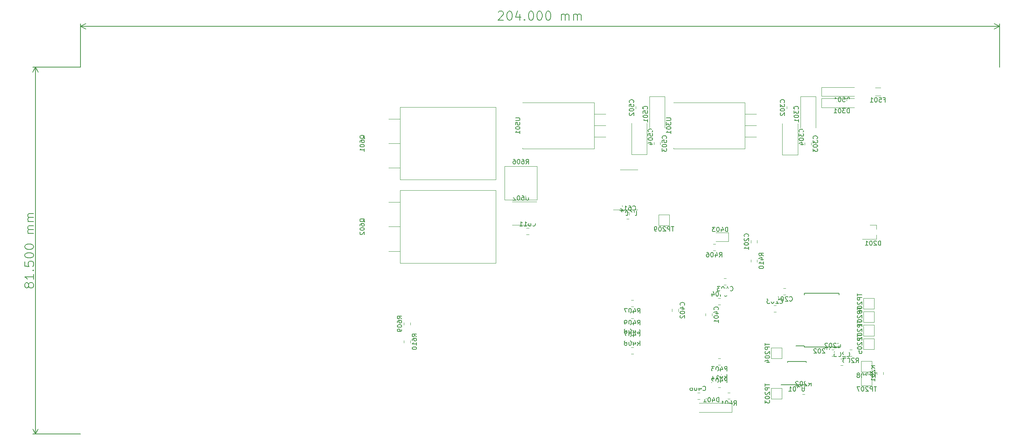
<source format=gbr>
G04 #@! TF.GenerationSoftware,KiCad,Pcbnew,5.1.4*
G04 #@! TF.CreationDate,2019-10-26T17:37:42-03:00*
G04 #@! TF.ProjectId,MCB19,4d434231-392e-46b6-9963-61645f706362,rev?*
G04 #@! TF.SameCoordinates,Original*
G04 #@! TF.FileFunction,Legend,Bot*
G04 #@! TF.FilePolarity,Positive*
%FSLAX46Y46*%
G04 Gerber Fmt 4.6, Leading zero omitted, Abs format (unit mm)*
G04 Created by KiCad (PCBNEW 5.1.4) date 2019-10-26 17:37:42*
%MOMM*%
%LPD*%
G04 APERTURE LIST*
%ADD10C,0.150000*%
%ADD11C,0.120000*%
%ADD12C,0.100000*%
%ADD13C,0.600000*%
%ADD14R,2.000000X6.400000*%
%ADD15R,2.000000X0.600000*%
%ADD16C,1.150000*%
%ADD17C,5.000000*%
%ADD18C,2.400000*%
%ADD19R,2.400000X2.400000*%
%ADD20C,0.900000*%
%ADD21C,10.600000*%
%ADD22O,3.600000X3.600000*%
%ADD23R,4.500000X2.500000*%
%ADD24O,4.500000X2.500000*%
%ADD25C,4.000000*%
%ADD26R,4.000000X4.000000*%
%ADD27C,2.250000*%
%ADD28R,3.300000X1.700000*%
%ADD29R,16.000000X10.000000*%
%ADD30R,4.000000X1.905000*%
%ADD31R,1.700000X1.700000*%
%ADD32O,1.700000X1.700000*%
%ADD33R,2.500000X1.600000*%
%ADD34O,2.500000X1.600000*%
%ADD35R,1.900000X0.800000*%
%ADD36C,1.425000*%
%ADD37C,3.650000*%
%ADD38C,2.500000*%
%ADD39R,1.550000X0.600000*%
%ADD40R,2.000000X2.000000*%
G04 APERTURE END LIST*
D10*
X38461904Y-99154761D02*
X38366666Y-99345238D01*
X38271428Y-99440476D01*
X38080952Y-99535714D01*
X37985714Y-99535714D01*
X37795238Y-99440476D01*
X37700000Y-99345238D01*
X37604761Y-99154761D01*
X37604761Y-98773809D01*
X37700000Y-98583333D01*
X37795238Y-98488095D01*
X37985714Y-98392857D01*
X38080952Y-98392857D01*
X38271428Y-98488095D01*
X38366666Y-98583333D01*
X38461904Y-98773809D01*
X38461904Y-99154761D01*
X38557142Y-99345238D01*
X38652380Y-99440476D01*
X38842857Y-99535714D01*
X39223809Y-99535714D01*
X39414285Y-99440476D01*
X39509523Y-99345238D01*
X39604761Y-99154761D01*
X39604761Y-98773809D01*
X39509523Y-98583333D01*
X39414285Y-98488095D01*
X39223809Y-98392857D01*
X38842857Y-98392857D01*
X38652380Y-98488095D01*
X38557142Y-98583333D01*
X38461904Y-98773809D01*
X39604761Y-96488095D02*
X39604761Y-97630952D01*
X39604761Y-97059523D02*
X37604761Y-97059523D01*
X37890476Y-97250000D01*
X38080952Y-97440476D01*
X38176190Y-97630952D01*
X39414285Y-95630952D02*
X39509523Y-95535714D01*
X39604761Y-95630952D01*
X39509523Y-95726190D01*
X39414285Y-95630952D01*
X39604761Y-95630952D01*
X37604761Y-93726190D02*
X37604761Y-94678571D01*
X38557142Y-94773809D01*
X38461904Y-94678571D01*
X38366666Y-94488095D01*
X38366666Y-94011904D01*
X38461904Y-93821428D01*
X38557142Y-93726190D01*
X38747619Y-93630952D01*
X39223809Y-93630952D01*
X39414285Y-93726190D01*
X39509523Y-93821428D01*
X39604761Y-94011904D01*
X39604761Y-94488095D01*
X39509523Y-94678571D01*
X39414285Y-94773809D01*
X37604761Y-92392857D02*
X37604761Y-92202380D01*
X37700000Y-92011904D01*
X37795238Y-91916666D01*
X37985714Y-91821428D01*
X38366666Y-91726190D01*
X38842857Y-91726190D01*
X39223809Y-91821428D01*
X39414285Y-91916666D01*
X39509523Y-92011904D01*
X39604761Y-92202380D01*
X39604761Y-92392857D01*
X39509523Y-92583333D01*
X39414285Y-92678571D01*
X39223809Y-92773809D01*
X38842857Y-92869047D01*
X38366666Y-92869047D01*
X37985714Y-92773809D01*
X37795238Y-92678571D01*
X37700000Y-92583333D01*
X37604761Y-92392857D01*
X37604761Y-90488095D02*
X37604761Y-90297619D01*
X37700000Y-90107142D01*
X37795238Y-90011904D01*
X37985714Y-89916666D01*
X38366666Y-89821428D01*
X38842857Y-89821428D01*
X39223809Y-89916666D01*
X39414285Y-90011904D01*
X39509523Y-90107142D01*
X39604761Y-90297619D01*
X39604761Y-90488095D01*
X39509523Y-90678571D01*
X39414285Y-90773809D01*
X39223809Y-90869047D01*
X38842857Y-90964285D01*
X38366666Y-90964285D01*
X37985714Y-90869047D01*
X37795238Y-90773809D01*
X37700000Y-90678571D01*
X37604761Y-90488095D01*
X39604761Y-87440476D02*
X38271428Y-87440476D01*
X38461904Y-87440476D02*
X38366666Y-87345238D01*
X38271428Y-87154761D01*
X38271428Y-86869047D01*
X38366666Y-86678571D01*
X38557142Y-86583333D01*
X39604761Y-86583333D01*
X38557142Y-86583333D02*
X38366666Y-86488095D01*
X38271428Y-86297619D01*
X38271428Y-86011904D01*
X38366666Y-85821428D01*
X38557142Y-85726190D01*
X39604761Y-85726190D01*
X39604761Y-84773809D02*
X38271428Y-84773809D01*
X38461904Y-84773809D02*
X38366666Y-84678571D01*
X38271428Y-84488095D01*
X38271428Y-84202380D01*
X38366666Y-84011904D01*
X38557142Y-83916666D01*
X39604761Y-83916666D01*
X38557142Y-83916666D02*
X38366666Y-83821428D01*
X38271428Y-83630952D01*
X38271428Y-83345238D01*
X38366666Y-83154761D01*
X38557142Y-83059523D01*
X39604761Y-83059523D01*
X40000000Y-132000000D02*
X40000000Y-50500000D01*
X50000000Y-132000000D02*
X39413579Y-132000000D01*
X50000000Y-50500000D02*
X39413579Y-50500000D01*
X40000000Y-50500000D02*
X40586421Y-51626504D01*
X40000000Y-50500000D02*
X39413579Y-51626504D01*
X40000000Y-132000000D02*
X40586421Y-130873496D01*
X40000000Y-132000000D02*
X39413579Y-130873496D01*
X142761904Y-38295238D02*
X142857142Y-38200000D01*
X143047619Y-38104761D01*
X143523809Y-38104761D01*
X143714285Y-38200000D01*
X143809523Y-38295238D01*
X143904761Y-38485714D01*
X143904761Y-38676190D01*
X143809523Y-38961904D01*
X142666666Y-40104761D01*
X143904761Y-40104761D01*
X145142857Y-38104761D02*
X145333333Y-38104761D01*
X145523809Y-38200000D01*
X145619047Y-38295238D01*
X145714285Y-38485714D01*
X145809523Y-38866666D01*
X145809523Y-39342857D01*
X145714285Y-39723809D01*
X145619047Y-39914285D01*
X145523809Y-40009523D01*
X145333333Y-40104761D01*
X145142857Y-40104761D01*
X144952380Y-40009523D01*
X144857142Y-39914285D01*
X144761904Y-39723809D01*
X144666666Y-39342857D01*
X144666666Y-38866666D01*
X144761904Y-38485714D01*
X144857142Y-38295238D01*
X144952380Y-38200000D01*
X145142857Y-38104761D01*
X147523809Y-38771428D02*
X147523809Y-40104761D01*
X147047619Y-38009523D02*
X146571428Y-39438095D01*
X147809523Y-39438095D01*
X148571428Y-39914285D02*
X148666666Y-40009523D01*
X148571428Y-40104761D01*
X148476190Y-40009523D01*
X148571428Y-39914285D01*
X148571428Y-40104761D01*
X149904761Y-38104761D02*
X150095238Y-38104761D01*
X150285714Y-38200000D01*
X150380952Y-38295238D01*
X150476190Y-38485714D01*
X150571428Y-38866666D01*
X150571428Y-39342857D01*
X150476190Y-39723809D01*
X150380952Y-39914285D01*
X150285714Y-40009523D01*
X150095238Y-40104761D01*
X149904761Y-40104761D01*
X149714285Y-40009523D01*
X149619047Y-39914285D01*
X149523809Y-39723809D01*
X149428571Y-39342857D01*
X149428571Y-38866666D01*
X149523809Y-38485714D01*
X149619047Y-38295238D01*
X149714285Y-38200000D01*
X149904761Y-38104761D01*
X151809523Y-38104761D02*
X152000000Y-38104761D01*
X152190476Y-38200000D01*
X152285714Y-38295238D01*
X152380952Y-38485714D01*
X152476190Y-38866666D01*
X152476190Y-39342857D01*
X152380952Y-39723809D01*
X152285714Y-39914285D01*
X152190476Y-40009523D01*
X152000000Y-40104761D01*
X151809523Y-40104761D01*
X151619047Y-40009523D01*
X151523809Y-39914285D01*
X151428571Y-39723809D01*
X151333333Y-39342857D01*
X151333333Y-38866666D01*
X151428571Y-38485714D01*
X151523809Y-38295238D01*
X151619047Y-38200000D01*
X151809523Y-38104761D01*
X153714285Y-38104761D02*
X153904761Y-38104761D01*
X154095238Y-38200000D01*
X154190476Y-38295238D01*
X154285714Y-38485714D01*
X154380952Y-38866666D01*
X154380952Y-39342857D01*
X154285714Y-39723809D01*
X154190476Y-39914285D01*
X154095238Y-40009523D01*
X153904761Y-40104761D01*
X153714285Y-40104761D01*
X153523809Y-40009523D01*
X153428571Y-39914285D01*
X153333333Y-39723809D01*
X153238095Y-39342857D01*
X153238095Y-38866666D01*
X153333333Y-38485714D01*
X153428571Y-38295238D01*
X153523809Y-38200000D01*
X153714285Y-38104761D01*
X156761904Y-40104761D02*
X156761904Y-38771428D01*
X156761904Y-38961904D02*
X156857142Y-38866666D01*
X157047619Y-38771428D01*
X157333333Y-38771428D01*
X157523809Y-38866666D01*
X157619047Y-39057142D01*
X157619047Y-40104761D01*
X157619047Y-39057142D02*
X157714285Y-38866666D01*
X157904761Y-38771428D01*
X158190476Y-38771428D01*
X158380952Y-38866666D01*
X158476190Y-39057142D01*
X158476190Y-40104761D01*
X159428571Y-40104761D02*
X159428571Y-38771428D01*
X159428571Y-38961904D02*
X159523809Y-38866666D01*
X159714285Y-38771428D01*
X160000000Y-38771428D01*
X160190476Y-38866666D01*
X160285714Y-39057142D01*
X160285714Y-40104761D01*
X160285714Y-39057142D02*
X160380952Y-38866666D01*
X160571428Y-38771428D01*
X160857142Y-38771428D01*
X161047619Y-38866666D01*
X161142857Y-39057142D01*
X161142857Y-40104761D01*
X50000000Y-41500000D02*
X254000000Y-41500000D01*
X50000000Y-50500000D02*
X50000000Y-40913579D01*
X254000000Y-50500000D02*
X254000000Y-40913579D01*
X254000000Y-41500000D02*
X252873496Y-42086421D01*
X254000000Y-41500000D02*
X252873496Y-40913579D01*
X50000000Y-41500000D02*
X51126504Y-42086421D01*
X50000000Y-41500000D02*
X51126504Y-40913579D01*
D11*
X147750000Y-80440000D02*
X151200000Y-80440000D01*
X147750000Y-80440000D02*
X145800000Y-80440000D01*
X147750000Y-85560000D02*
X149700000Y-85560000D01*
X147750000Y-85560000D02*
X145800000Y-85560000D01*
X151350000Y-79950000D02*
X151350000Y-72567000D01*
X144150000Y-79950000D02*
X151350000Y-79950000D01*
X144150000Y-72550000D02*
X144150000Y-79950000D01*
X151350000Y-72567000D02*
X144150000Y-72550000D01*
D10*
X210654000Y-112666000D02*
X210654000Y-112416000D01*
X218404000Y-112666000D02*
X218404000Y-112321000D01*
X218404000Y-100766000D02*
X218404000Y-101111000D01*
X210654000Y-100766000D02*
X210654000Y-101111000D01*
X210654000Y-112666000D02*
X218404000Y-112666000D01*
X210654000Y-100766000D02*
X218404000Y-100766000D01*
X210654000Y-112416000D02*
X208829000Y-112416000D01*
D11*
X172213748Y-107540000D02*
X172736252Y-107540000D01*
X172213748Y-108960000D02*
X172736252Y-108960000D01*
X171736252Y-84210000D02*
X171213748Y-84210000D01*
X171736252Y-82790000D02*
X171213748Y-82790000D01*
X149511252Y-87710000D02*
X148988748Y-87710000D01*
X149511252Y-86290000D02*
X148988748Y-86290000D01*
X120960000Y-59380000D02*
X120960000Y-75520000D01*
X142150000Y-59380000D02*
X142150000Y-75520000D01*
X120960000Y-59380000D02*
X142150000Y-59380000D01*
X120960000Y-75520000D02*
X142150000Y-75520000D01*
X118400000Y-62000000D02*
X120960000Y-62000000D01*
X118400000Y-67450000D02*
X120960000Y-67450000D01*
X118400000Y-72900000D02*
X120960000Y-72900000D01*
X120960000Y-77880000D02*
X120960000Y-94020000D01*
X142150000Y-77880000D02*
X142150000Y-94020000D01*
X120960000Y-77880000D02*
X142150000Y-77880000D01*
X120960000Y-94020000D02*
X142150000Y-94020000D01*
X118400000Y-80500000D02*
X120960000Y-80500000D01*
X118400000Y-85950000D02*
X120960000Y-85950000D01*
X118400000Y-91400000D02*
X120960000Y-91400000D01*
X171750000Y-82185000D02*
X168300000Y-82185000D01*
X171750000Y-82185000D02*
X173700000Y-82185000D01*
X171750000Y-73315000D02*
X169800000Y-73315000D01*
X171750000Y-73315000D02*
X173700000Y-73315000D01*
X121790000Y-111736252D02*
X121790000Y-111213748D01*
X123210000Y-111736252D02*
X123210000Y-111213748D01*
X123210000Y-107238748D02*
X123210000Y-107761252D01*
X121790000Y-107238748D02*
X121790000Y-107761252D01*
X172213748Y-104915000D02*
X172736252Y-104915000D01*
X172213748Y-106335000D02*
X172736252Y-106335000D01*
X172736252Y-114210000D02*
X172213748Y-114210000D01*
X172736252Y-112790000D02*
X172213748Y-112790000D01*
X172213748Y-102290000D02*
X172736252Y-102290000D01*
X172213748Y-103710000D02*
X172736252Y-103710000D01*
X172736252Y-111585000D02*
X172213748Y-111585000D01*
X172736252Y-110165000D02*
X172213748Y-110165000D01*
X210790000Y-67786252D02*
X210790000Y-67263748D01*
X212210000Y-67786252D02*
X212210000Y-67263748D01*
X206790000Y-59238748D02*
X206790000Y-59761252D01*
X208210000Y-59238748D02*
X208210000Y-59761252D01*
X205790000Y-69985000D02*
X205790000Y-63050000D01*
X209210000Y-69985000D02*
X205790000Y-69985000D01*
X209210000Y-63050000D02*
X209210000Y-69985000D01*
X209790000Y-63950000D02*
X209790000Y-57015000D01*
X209790000Y-57015000D02*
X213210000Y-57015000D01*
X213210000Y-57015000D02*
X213210000Y-63950000D01*
X221750000Y-59500000D02*
X214450000Y-59500000D01*
X214450000Y-59500000D02*
X214450000Y-57500000D01*
X214450000Y-57500000D02*
X221750000Y-57500000D01*
X197494000Y-58380000D02*
X197494000Y-68620000D01*
X181604000Y-58380000D02*
X181604000Y-68620000D01*
X181604000Y-58380000D02*
X197494000Y-58380000D01*
X181604000Y-68620000D02*
X197494000Y-68620000D01*
X197494000Y-60960000D02*
X200034000Y-60960000D01*
X197494000Y-63500000D02*
X200034000Y-63500000D01*
X197494000Y-66040000D02*
X200034000Y-66040000D01*
X192061252Y-120240000D02*
X191538748Y-120240000D01*
X192061252Y-121660000D02*
X191538748Y-121660000D01*
X200210000Y-93786252D02*
X200210000Y-93263748D01*
X198790000Y-93786252D02*
X198790000Y-93263748D01*
X191000000Y-87290000D02*
X193860000Y-87290000D01*
X193860000Y-87290000D02*
X193860000Y-89210000D01*
X193860000Y-89210000D02*
X191000000Y-89210000D01*
X190413748Y-91260000D02*
X190936252Y-91260000D01*
X190413748Y-89840000D02*
X190936252Y-89840000D01*
X176290000Y-63950000D02*
X176290000Y-57015000D01*
X176290000Y-57015000D02*
X179710000Y-57015000D01*
X179710000Y-57015000D02*
X179710000Y-63950000D01*
X172290000Y-69935000D02*
X172290000Y-63000000D01*
X175710000Y-69935000D02*
X172290000Y-69935000D01*
X175710000Y-63000000D02*
X175710000Y-69935000D01*
X163994000Y-66040000D02*
X166534000Y-66040000D01*
X163994000Y-63500000D02*
X166534000Y-63500000D01*
X163994000Y-60960000D02*
X166534000Y-60960000D01*
X148104000Y-68620000D02*
X163994000Y-68620000D01*
X148104000Y-58380000D02*
X163994000Y-58380000D01*
X148104000Y-58380000D02*
X148104000Y-68620000D01*
X163994000Y-58380000D02*
X163994000Y-68620000D01*
X226710000Y-85570000D02*
X225250000Y-85570000D01*
X226710000Y-88730000D02*
X223550000Y-88730000D01*
X226710000Y-88730000D02*
X226710000Y-87800000D01*
X226710000Y-85570000D02*
X226710000Y-86500000D01*
X226397936Y-56910000D02*
X227602064Y-56910000D01*
X226397936Y-55090000D02*
X227602064Y-55090000D01*
X198790000Y-89003748D02*
X198790000Y-89526252D01*
X200210000Y-89003748D02*
X200210000Y-89526252D01*
X217261252Y-113290000D02*
X216738748Y-113290000D01*
X217261252Y-114710000D02*
X216738748Y-114710000D01*
X204385252Y-103466000D02*
X203862748Y-103466000D01*
X204385252Y-104886000D02*
X203862748Y-104886000D01*
X206012748Y-101076000D02*
X206535252Y-101076000D01*
X206012748Y-99656000D02*
X206535252Y-99656000D01*
X219261252Y-115290000D02*
X218738748Y-115290000D01*
X219261252Y-116710000D02*
X218738748Y-116710000D01*
X190210000Y-105761252D02*
X190210000Y-105238748D01*
X188790000Y-105761252D02*
X188790000Y-105238748D01*
X182710000Y-104761252D02*
X182710000Y-104238748D01*
X181290000Y-104761252D02*
X181290000Y-104238748D01*
X192834748Y-98834000D02*
X193357252Y-98834000D01*
X192834748Y-97414000D02*
X193357252Y-97414000D01*
X192087252Y-101859000D02*
X191564748Y-101859000D01*
X192087252Y-103279000D02*
X191564748Y-103279000D01*
X187511252Y-122840000D02*
X186988748Y-122840000D01*
X187511252Y-124260000D02*
X186988748Y-124260000D01*
X173290000Y-59238748D02*
X173290000Y-59761252D01*
X174710000Y-59238748D02*
X174710000Y-59761252D01*
X178710000Y-67736252D02*
X178710000Y-67213748D01*
X177290000Y-67736252D02*
X177290000Y-67213748D01*
X187300000Y-125150000D02*
X194600000Y-125150000D01*
X194600000Y-125150000D02*
X194600000Y-127150000D01*
X194600000Y-127150000D02*
X187300000Y-127150000D01*
X221750000Y-57000000D02*
X214450000Y-57000000D01*
X214450000Y-57000000D02*
X214450000Y-55000000D01*
X214450000Y-55000000D02*
X221750000Y-55000000D01*
D10*
X206925000Y-121075000D02*
X206925000Y-121025000D01*
X211075000Y-121075000D02*
X211075000Y-120930000D01*
X211075000Y-115925000D02*
X211075000Y-116070000D01*
X206925000Y-115925000D02*
X206925000Y-116070000D01*
X206925000Y-121075000D02*
X211075000Y-121075000D01*
X206925000Y-115925000D02*
X211075000Y-115925000D01*
X206925000Y-121025000D02*
X205525000Y-121025000D01*
D11*
X220738748Y-114710000D02*
X221261252Y-114710000D01*
X220738748Y-113290000D02*
X221261252Y-113290000D01*
X210761252Y-121790000D02*
X210238748Y-121790000D01*
X210761252Y-123210000D02*
X210238748Y-123210000D01*
X226790000Y-118238748D02*
X226790000Y-118761252D01*
X228210000Y-118238748D02*
X228210000Y-118761252D01*
X193658748Y-124210000D02*
X194181252Y-124210000D01*
X193658748Y-122790000D02*
X194181252Y-122790000D01*
X191564748Y-119154000D02*
X192087252Y-119154000D01*
X191564748Y-117734000D02*
X192087252Y-117734000D01*
X191564748Y-116614000D02*
X192087252Y-116614000D01*
X191564748Y-115194000D02*
X192087252Y-115194000D01*
X223800000Y-110800000D02*
X223800000Y-113200000D01*
X223800000Y-113200000D02*
X226200000Y-113200000D01*
X226200000Y-113200000D02*
X226200000Y-110800000D01*
X226200000Y-110800000D02*
X223800000Y-110800000D01*
X223800000Y-101800000D02*
X223800000Y-104200000D01*
X223800000Y-104200000D02*
X226200000Y-104200000D01*
X226200000Y-104200000D02*
X226200000Y-101800000D01*
X226200000Y-101800000D02*
X223800000Y-101800000D01*
X223300000Y-118800000D02*
X223300000Y-121200000D01*
X225700000Y-118800000D02*
X223300000Y-118800000D01*
X225700000Y-121200000D02*
X225700000Y-118800000D01*
X223300000Y-121200000D02*
X225700000Y-121200000D01*
X223300000Y-118200000D02*
X225700000Y-118200000D01*
X225700000Y-118200000D02*
X225700000Y-115800000D01*
X225700000Y-115800000D02*
X223300000Y-115800000D01*
X223300000Y-115800000D02*
X223300000Y-118200000D01*
X178300000Y-85700000D02*
X180700000Y-85700000D01*
X180700000Y-85700000D02*
X180700000Y-83300000D01*
X180700000Y-83300000D02*
X178300000Y-83300000D01*
X178300000Y-83300000D02*
X178300000Y-85700000D01*
X203300000Y-121800000D02*
X203300000Y-124200000D01*
X203300000Y-124200000D02*
X205700000Y-124200000D01*
X205700000Y-124200000D02*
X205700000Y-121800000D01*
X205700000Y-121800000D02*
X203300000Y-121800000D01*
X223800000Y-104800000D02*
X223800000Y-107200000D01*
X223800000Y-107200000D02*
X226200000Y-107200000D01*
X226200000Y-107200000D02*
X226200000Y-104800000D01*
X226200000Y-104800000D02*
X223800000Y-104800000D01*
X223800000Y-107800000D02*
X223800000Y-110200000D01*
X223800000Y-110200000D02*
X226200000Y-110200000D01*
X226200000Y-110200000D02*
X226200000Y-107800000D01*
X226200000Y-107800000D02*
X223800000Y-107800000D01*
X203300000Y-112800000D02*
X203300000Y-115200000D01*
X203300000Y-115200000D02*
X205700000Y-115200000D01*
X205700000Y-115200000D02*
X205700000Y-112800000D01*
X205700000Y-112800000D02*
X203300000Y-112800000D01*
D10*
X149464285Y-79052380D02*
X149464285Y-79861904D01*
X149416666Y-79957142D01*
X149369047Y-80004761D01*
X149273809Y-80052380D01*
X149083333Y-80052380D01*
X148988095Y-80004761D01*
X148940476Y-79957142D01*
X148892857Y-79861904D01*
X148892857Y-79052380D01*
X147988095Y-79052380D02*
X148178571Y-79052380D01*
X148273809Y-79100000D01*
X148321428Y-79147619D01*
X148416666Y-79290476D01*
X148464285Y-79480952D01*
X148464285Y-79861904D01*
X148416666Y-79957142D01*
X148369047Y-80004761D01*
X148273809Y-80052380D01*
X148083333Y-80052380D01*
X147988095Y-80004761D01*
X147940476Y-79957142D01*
X147892857Y-79861904D01*
X147892857Y-79623809D01*
X147940476Y-79528571D01*
X147988095Y-79480952D01*
X148083333Y-79433333D01*
X148273809Y-79433333D01*
X148369047Y-79480952D01*
X148416666Y-79528571D01*
X148464285Y-79623809D01*
X147273809Y-79052380D02*
X147178571Y-79052380D01*
X147083333Y-79100000D01*
X147035714Y-79147619D01*
X146988095Y-79242857D01*
X146940476Y-79433333D01*
X146940476Y-79671428D01*
X146988095Y-79861904D01*
X147035714Y-79957142D01*
X147083333Y-80004761D01*
X147178571Y-80052380D01*
X147273809Y-80052380D01*
X147369047Y-80004761D01*
X147416666Y-79957142D01*
X147464285Y-79861904D01*
X147511904Y-79671428D01*
X147511904Y-79433333D01*
X147464285Y-79242857D01*
X147416666Y-79147619D01*
X147369047Y-79100000D01*
X147273809Y-79052380D01*
X146559523Y-79147619D02*
X146511904Y-79100000D01*
X146416666Y-79052380D01*
X146178571Y-79052380D01*
X146083333Y-79100000D01*
X146035714Y-79147619D01*
X145988095Y-79242857D01*
X145988095Y-79338095D01*
X146035714Y-79480952D01*
X146607142Y-80052380D01*
X145988095Y-80052380D01*
X148869047Y-72002380D02*
X149202380Y-71526190D01*
X149440476Y-72002380D02*
X149440476Y-71002380D01*
X149059523Y-71002380D01*
X148964285Y-71050000D01*
X148916666Y-71097619D01*
X148869047Y-71192857D01*
X148869047Y-71335714D01*
X148916666Y-71430952D01*
X148964285Y-71478571D01*
X149059523Y-71526190D01*
X149440476Y-71526190D01*
X148011904Y-71002380D02*
X148202380Y-71002380D01*
X148297619Y-71050000D01*
X148345238Y-71097619D01*
X148440476Y-71240476D01*
X148488095Y-71430952D01*
X148488095Y-71811904D01*
X148440476Y-71907142D01*
X148392857Y-71954761D01*
X148297619Y-72002380D01*
X148107142Y-72002380D01*
X148011904Y-71954761D01*
X147964285Y-71907142D01*
X147916666Y-71811904D01*
X147916666Y-71573809D01*
X147964285Y-71478571D01*
X148011904Y-71430952D01*
X148107142Y-71383333D01*
X148297619Y-71383333D01*
X148392857Y-71430952D01*
X148440476Y-71478571D01*
X148488095Y-71573809D01*
X147297619Y-71002380D02*
X147202380Y-71002380D01*
X147107142Y-71050000D01*
X147059523Y-71097619D01*
X147011904Y-71192857D01*
X146964285Y-71383333D01*
X146964285Y-71621428D01*
X147011904Y-71811904D01*
X147059523Y-71907142D01*
X147107142Y-71954761D01*
X147202380Y-72002380D01*
X147297619Y-72002380D01*
X147392857Y-71954761D01*
X147440476Y-71907142D01*
X147488095Y-71811904D01*
X147535714Y-71621428D01*
X147535714Y-71383333D01*
X147488095Y-71192857D01*
X147440476Y-71097619D01*
X147392857Y-71050000D01*
X147297619Y-71002380D01*
X146107142Y-71002380D02*
X146297619Y-71002380D01*
X146392857Y-71050000D01*
X146440476Y-71097619D01*
X146535714Y-71240476D01*
X146583333Y-71430952D01*
X146583333Y-71811904D01*
X146535714Y-71907142D01*
X146488095Y-71954761D01*
X146392857Y-72002380D01*
X146202380Y-72002380D01*
X146107142Y-71954761D01*
X146059523Y-71907142D01*
X146011904Y-71811904D01*
X146011904Y-71573809D01*
X146059523Y-71478571D01*
X146107142Y-71430952D01*
X146202380Y-71383333D01*
X146392857Y-71383333D01*
X146488095Y-71430952D01*
X146535714Y-71478571D01*
X146583333Y-71573809D01*
X216243285Y-113043380D02*
X216243285Y-113852904D01*
X216195666Y-113948142D01*
X216148047Y-113995761D01*
X216052809Y-114043380D01*
X215862333Y-114043380D01*
X215767095Y-113995761D01*
X215719476Y-113948142D01*
X215671857Y-113852904D01*
X215671857Y-113043380D01*
X215243285Y-113138619D02*
X215195666Y-113091000D01*
X215100428Y-113043380D01*
X214862333Y-113043380D01*
X214767095Y-113091000D01*
X214719476Y-113138619D01*
X214671857Y-113233857D01*
X214671857Y-113329095D01*
X214719476Y-113471952D01*
X215290904Y-114043380D01*
X214671857Y-114043380D01*
X214052809Y-113043380D02*
X213957571Y-113043380D01*
X213862333Y-113091000D01*
X213814714Y-113138619D01*
X213767095Y-113233857D01*
X213719476Y-113424333D01*
X213719476Y-113662428D01*
X213767095Y-113852904D01*
X213814714Y-113948142D01*
X213862333Y-113995761D01*
X213957571Y-114043380D01*
X214052809Y-114043380D01*
X214148047Y-113995761D01*
X214195666Y-113948142D01*
X214243285Y-113852904D01*
X214290904Y-113662428D01*
X214290904Y-113424333D01*
X214243285Y-113233857D01*
X214195666Y-113138619D01*
X214148047Y-113091000D01*
X214052809Y-113043380D01*
X213338523Y-113138619D02*
X213290904Y-113091000D01*
X213195666Y-113043380D01*
X212957571Y-113043380D01*
X212862333Y-113091000D01*
X212814714Y-113138619D01*
X212767095Y-113233857D01*
X212767095Y-113329095D01*
X212814714Y-113471952D01*
X213386142Y-114043380D01*
X212767095Y-114043380D01*
X173594047Y-110257142D02*
X173641666Y-110304761D01*
X173784523Y-110352380D01*
X173879761Y-110352380D01*
X174022619Y-110304761D01*
X174117857Y-110209523D01*
X174165476Y-110114285D01*
X174213095Y-109923809D01*
X174213095Y-109780952D01*
X174165476Y-109590476D01*
X174117857Y-109495238D01*
X174022619Y-109400000D01*
X173879761Y-109352380D01*
X173784523Y-109352380D01*
X173641666Y-109400000D01*
X173594047Y-109447619D01*
X172736904Y-109685714D02*
X172736904Y-110352380D01*
X172975000Y-109304761D02*
X173213095Y-110019047D01*
X172594047Y-110019047D01*
X172022619Y-109352380D02*
X171927380Y-109352380D01*
X171832142Y-109400000D01*
X171784523Y-109447619D01*
X171736904Y-109542857D01*
X171689285Y-109733333D01*
X171689285Y-109971428D01*
X171736904Y-110161904D01*
X171784523Y-110257142D01*
X171832142Y-110304761D01*
X171927380Y-110352380D01*
X172022619Y-110352380D01*
X172117857Y-110304761D01*
X172165476Y-110257142D01*
X172213095Y-110161904D01*
X172260714Y-109971428D01*
X172260714Y-109733333D01*
X172213095Y-109542857D01*
X172165476Y-109447619D01*
X172117857Y-109400000D01*
X172022619Y-109352380D01*
X171355952Y-109352380D02*
X170689285Y-109352380D01*
X171117857Y-110352380D01*
X172594047Y-82207142D02*
X172641666Y-82254761D01*
X172784523Y-82302380D01*
X172879761Y-82302380D01*
X173022619Y-82254761D01*
X173117857Y-82159523D01*
X173165476Y-82064285D01*
X173213095Y-81873809D01*
X173213095Y-81730952D01*
X173165476Y-81540476D01*
X173117857Y-81445238D01*
X173022619Y-81350000D01*
X172879761Y-81302380D01*
X172784523Y-81302380D01*
X172641666Y-81350000D01*
X172594047Y-81397619D01*
X171736904Y-81302380D02*
X171927380Y-81302380D01*
X172022619Y-81350000D01*
X172070238Y-81397619D01*
X172165476Y-81540476D01*
X172213095Y-81730952D01*
X172213095Y-82111904D01*
X172165476Y-82207142D01*
X172117857Y-82254761D01*
X172022619Y-82302380D01*
X171832142Y-82302380D01*
X171736904Y-82254761D01*
X171689285Y-82207142D01*
X171641666Y-82111904D01*
X171641666Y-81873809D01*
X171689285Y-81778571D01*
X171736904Y-81730952D01*
X171832142Y-81683333D01*
X172022619Y-81683333D01*
X172117857Y-81730952D01*
X172165476Y-81778571D01*
X172213095Y-81873809D01*
X170689285Y-82302380D02*
X171260714Y-82302380D01*
X170975000Y-82302380D02*
X170975000Y-81302380D01*
X171070238Y-81445238D01*
X171165476Y-81540476D01*
X171260714Y-81588095D01*
X170308333Y-81397619D02*
X170260714Y-81350000D01*
X170165476Y-81302380D01*
X169927380Y-81302380D01*
X169832142Y-81350000D01*
X169784523Y-81397619D01*
X169736904Y-81492857D01*
X169736904Y-81588095D01*
X169784523Y-81730952D01*
X170355952Y-82302380D01*
X169736904Y-82302380D01*
X150369047Y-85707142D02*
X150416666Y-85754761D01*
X150559523Y-85802380D01*
X150654761Y-85802380D01*
X150797619Y-85754761D01*
X150892857Y-85659523D01*
X150940476Y-85564285D01*
X150988095Y-85373809D01*
X150988095Y-85230952D01*
X150940476Y-85040476D01*
X150892857Y-84945238D01*
X150797619Y-84850000D01*
X150654761Y-84802380D01*
X150559523Y-84802380D01*
X150416666Y-84850000D01*
X150369047Y-84897619D01*
X149511904Y-84802380D02*
X149702380Y-84802380D01*
X149797619Y-84850000D01*
X149845238Y-84897619D01*
X149940476Y-85040476D01*
X149988095Y-85230952D01*
X149988095Y-85611904D01*
X149940476Y-85707142D01*
X149892857Y-85754761D01*
X149797619Y-85802380D01*
X149607142Y-85802380D01*
X149511904Y-85754761D01*
X149464285Y-85707142D01*
X149416666Y-85611904D01*
X149416666Y-85373809D01*
X149464285Y-85278571D01*
X149511904Y-85230952D01*
X149607142Y-85183333D01*
X149797619Y-85183333D01*
X149892857Y-85230952D01*
X149940476Y-85278571D01*
X149988095Y-85373809D01*
X148464285Y-85802380D02*
X149035714Y-85802380D01*
X148750000Y-85802380D02*
X148750000Y-84802380D01*
X148845238Y-84945238D01*
X148940476Y-85040476D01*
X149035714Y-85088095D01*
X147511904Y-85802380D02*
X148083333Y-85802380D01*
X147797619Y-85802380D02*
X147797619Y-84802380D01*
X147892857Y-84945238D01*
X147988095Y-85040476D01*
X148083333Y-85088095D01*
X113097619Y-66402380D02*
X113050000Y-66307142D01*
X112954761Y-66211904D01*
X112811904Y-66069047D01*
X112764285Y-65973809D01*
X112764285Y-65878571D01*
X113002380Y-65926190D02*
X112954761Y-65830952D01*
X112859523Y-65735714D01*
X112669047Y-65688095D01*
X112335714Y-65688095D01*
X112145238Y-65735714D01*
X112050000Y-65830952D01*
X112002380Y-65926190D01*
X112002380Y-66116666D01*
X112050000Y-66211904D01*
X112145238Y-66307142D01*
X112335714Y-66354761D01*
X112669047Y-66354761D01*
X112859523Y-66307142D01*
X112954761Y-66211904D01*
X113002380Y-66116666D01*
X113002380Y-65926190D01*
X112002380Y-67211904D02*
X112002380Y-67021428D01*
X112050000Y-66926190D01*
X112097619Y-66878571D01*
X112240476Y-66783333D01*
X112430952Y-66735714D01*
X112811904Y-66735714D01*
X112907142Y-66783333D01*
X112954761Y-66830952D01*
X113002380Y-66926190D01*
X113002380Y-67116666D01*
X112954761Y-67211904D01*
X112907142Y-67259523D01*
X112811904Y-67307142D01*
X112573809Y-67307142D01*
X112478571Y-67259523D01*
X112430952Y-67211904D01*
X112383333Y-67116666D01*
X112383333Y-66926190D01*
X112430952Y-66830952D01*
X112478571Y-66783333D01*
X112573809Y-66735714D01*
X112002380Y-67926190D02*
X112002380Y-68021428D01*
X112050000Y-68116666D01*
X112097619Y-68164285D01*
X112192857Y-68211904D01*
X112383333Y-68259523D01*
X112621428Y-68259523D01*
X112811904Y-68211904D01*
X112907142Y-68164285D01*
X112954761Y-68116666D01*
X113002380Y-68021428D01*
X113002380Y-67926190D01*
X112954761Y-67830952D01*
X112907142Y-67783333D01*
X112811904Y-67735714D01*
X112621428Y-67688095D01*
X112383333Y-67688095D01*
X112192857Y-67735714D01*
X112097619Y-67783333D01*
X112050000Y-67830952D01*
X112002380Y-67926190D01*
X113002380Y-69211904D02*
X113002380Y-68640476D01*
X113002380Y-68926190D02*
X112002380Y-68926190D01*
X112145238Y-68830952D01*
X112240476Y-68735714D01*
X112288095Y-68640476D01*
X113097619Y-84902380D02*
X113050000Y-84807142D01*
X112954761Y-84711904D01*
X112811904Y-84569047D01*
X112764285Y-84473809D01*
X112764285Y-84378571D01*
X113002380Y-84426190D02*
X112954761Y-84330952D01*
X112859523Y-84235714D01*
X112669047Y-84188095D01*
X112335714Y-84188095D01*
X112145238Y-84235714D01*
X112050000Y-84330952D01*
X112002380Y-84426190D01*
X112002380Y-84616666D01*
X112050000Y-84711904D01*
X112145238Y-84807142D01*
X112335714Y-84854761D01*
X112669047Y-84854761D01*
X112859523Y-84807142D01*
X112954761Y-84711904D01*
X113002380Y-84616666D01*
X113002380Y-84426190D01*
X112002380Y-85711904D02*
X112002380Y-85521428D01*
X112050000Y-85426190D01*
X112097619Y-85378571D01*
X112240476Y-85283333D01*
X112430952Y-85235714D01*
X112811904Y-85235714D01*
X112907142Y-85283333D01*
X112954761Y-85330952D01*
X113002380Y-85426190D01*
X113002380Y-85616666D01*
X112954761Y-85711904D01*
X112907142Y-85759523D01*
X112811904Y-85807142D01*
X112573809Y-85807142D01*
X112478571Y-85759523D01*
X112430952Y-85711904D01*
X112383333Y-85616666D01*
X112383333Y-85426190D01*
X112430952Y-85330952D01*
X112478571Y-85283333D01*
X112573809Y-85235714D01*
X112002380Y-86426190D02*
X112002380Y-86521428D01*
X112050000Y-86616666D01*
X112097619Y-86664285D01*
X112192857Y-86711904D01*
X112383333Y-86759523D01*
X112621428Y-86759523D01*
X112811904Y-86711904D01*
X112907142Y-86664285D01*
X112954761Y-86616666D01*
X113002380Y-86521428D01*
X113002380Y-86426190D01*
X112954761Y-86330952D01*
X112907142Y-86283333D01*
X112811904Y-86235714D01*
X112621428Y-86188095D01*
X112383333Y-86188095D01*
X112192857Y-86235714D01*
X112097619Y-86283333D01*
X112050000Y-86330952D01*
X112002380Y-86426190D01*
X112097619Y-87140476D02*
X112050000Y-87188095D01*
X112002380Y-87283333D01*
X112002380Y-87521428D01*
X112050000Y-87616666D01*
X112097619Y-87664285D01*
X112192857Y-87711904D01*
X112288095Y-87711904D01*
X112430952Y-87664285D01*
X113002380Y-87092857D01*
X113002380Y-87711904D01*
X173464285Y-82482380D02*
X173464285Y-83291904D01*
X173416666Y-83387142D01*
X173369047Y-83434761D01*
X173273809Y-83482380D01*
X173083333Y-83482380D01*
X172988095Y-83434761D01*
X172940476Y-83387142D01*
X172892857Y-83291904D01*
X172892857Y-82482380D01*
X171988095Y-82482380D02*
X172178571Y-82482380D01*
X172273809Y-82530000D01*
X172321428Y-82577619D01*
X172416666Y-82720476D01*
X172464285Y-82910952D01*
X172464285Y-83291904D01*
X172416666Y-83387142D01*
X172369047Y-83434761D01*
X172273809Y-83482380D01*
X172083333Y-83482380D01*
X171988095Y-83434761D01*
X171940476Y-83387142D01*
X171892857Y-83291904D01*
X171892857Y-83053809D01*
X171940476Y-82958571D01*
X171988095Y-82910952D01*
X172083333Y-82863333D01*
X172273809Y-82863333D01*
X172369047Y-82910952D01*
X172416666Y-82958571D01*
X172464285Y-83053809D01*
X171273809Y-82482380D02*
X171178571Y-82482380D01*
X171083333Y-82530000D01*
X171035714Y-82577619D01*
X170988095Y-82672857D01*
X170940476Y-82863333D01*
X170940476Y-83101428D01*
X170988095Y-83291904D01*
X171035714Y-83387142D01*
X171083333Y-83434761D01*
X171178571Y-83482380D01*
X171273809Y-83482380D01*
X171369047Y-83434761D01*
X171416666Y-83387142D01*
X171464285Y-83291904D01*
X171511904Y-83101428D01*
X171511904Y-82863333D01*
X171464285Y-82672857D01*
X171416666Y-82577619D01*
X171369047Y-82530000D01*
X171273809Y-82482380D01*
X170607142Y-82482380D02*
X169988095Y-82482380D01*
X170321428Y-82863333D01*
X170178571Y-82863333D01*
X170083333Y-82910952D01*
X170035714Y-82958571D01*
X169988095Y-83053809D01*
X169988095Y-83291904D01*
X170035714Y-83387142D01*
X170083333Y-83434761D01*
X170178571Y-83482380D01*
X170464285Y-83482380D01*
X170559523Y-83434761D01*
X170607142Y-83387142D01*
X124602380Y-110355952D02*
X124126190Y-110022619D01*
X124602380Y-109784523D02*
X123602380Y-109784523D01*
X123602380Y-110165476D01*
X123650000Y-110260714D01*
X123697619Y-110308333D01*
X123792857Y-110355952D01*
X123935714Y-110355952D01*
X124030952Y-110308333D01*
X124078571Y-110260714D01*
X124126190Y-110165476D01*
X124126190Y-109784523D01*
X123602380Y-111213095D02*
X123602380Y-111022619D01*
X123650000Y-110927380D01*
X123697619Y-110879761D01*
X123840476Y-110784523D01*
X124030952Y-110736904D01*
X124411904Y-110736904D01*
X124507142Y-110784523D01*
X124554761Y-110832142D01*
X124602380Y-110927380D01*
X124602380Y-111117857D01*
X124554761Y-111213095D01*
X124507142Y-111260714D01*
X124411904Y-111308333D01*
X124173809Y-111308333D01*
X124078571Y-111260714D01*
X124030952Y-111213095D01*
X123983333Y-111117857D01*
X123983333Y-110927380D01*
X124030952Y-110832142D01*
X124078571Y-110784523D01*
X124173809Y-110736904D01*
X124602380Y-112260714D02*
X124602380Y-111689285D01*
X124602380Y-111975000D02*
X123602380Y-111975000D01*
X123745238Y-111879761D01*
X123840476Y-111784523D01*
X123888095Y-111689285D01*
X123602380Y-112879761D02*
X123602380Y-112975000D01*
X123650000Y-113070238D01*
X123697619Y-113117857D01*
X123792857Y-113165476D01*
X123983333Y-113213095D01*
X124221428Y-113213095D01*
X124411904Y-113165476D01*
X124507142Y-113117857D01*
X124554761Y-113070238D01*
X124602380Y-112975000D01*
X124602380Y-112879761D01*
X124554761Y-112784523D01*
X124507142Y-112736904D01*
X124411904Y-112689285D01*
X124221428Y-112641666D01*
X123983333Y-112641666D01*
X123792857Y-112689285D01*
X123697619Y-112736904D01*
X123650000Y-112784523D01*
X123602380Y-112879761D01*
X121302380Y-106380952D02*
X120826190Y-106047619D01*
X121302380Y-105809523D02*
X120302380Y-105809523D01*
X120302380Y-106190476D01*
X120350000Y-106285714D01*
X120397619Y-106333333D01*
X120492857Y-106380952D01*
X120635714Y-106380952D01*
X120730952Y-106333333D01*
X120778571Y-106285714D01*
X120826190Y-106190476D01*
X120826190Y-105809523D01*
X120302380Y-107238095D02*
X120302380Y-107047619D01*
X120350000Y-106952380D01*
X120397619Y-106904761D01*
X120540476Y-106809523D01*
X120730952Y-106761904D01*
X121111904Y-106761904D01*
X121207142Y-106809523D01*
X121254761Y-106857142D01*
X121302380Y-106952380D01*
X121302380Y-107142857D01*
X121254761Y-107238095D01*
X121207142Y-107285714D01*
X121111904Y-107333333D01*
X120873809Y-107333333D01*
X120778571Y-107285714D01*
X120730952Y-107238095D01*
X120683333Y-107142857D01*
X120683333Y-106952380D01*
X120730952Y-106857142D01*
X120778571Y-106809523D01*
X120873809Y-106761904D01*
X120302380Y-107952380D02*
X120302380Y-108047619D01*
X120350000Y-108142857D01*
X120397619Y-108190476D01*
X120492857Y-108238095D01*
X120683333Y-108285714D01*
X120921428Y-108285714D01*
X121111904Y-108238095D01*
X121207142Y-108190476D01*
X121254761Y-108142857D01*
X121302380Y-108047619D01*
X121302380Y-107952380D01*
X121254761Y-107857142D01*
X121207142Y-107809523D01*
X121111904Y-107761904D01*
X120921428Y-107714285D01*
X120683333Y-107714285D01*
X120492857Y-107761904D01*
X120397619Y-107809523D01*
X120350000Y-107857142D01*
X120302380Y-107952380D01*
X121302380Y-108761904D02*
X121302380Y-108952380D01*
X121254761Y-109047619D01*
X121207142Y-109095238D01*
X121064285Y-109190476D01*
X120873809Y-109238095D01*
X120492857Y-109238095D01*
X120397619Y-109190476D01*
X120350000Y-109142857D01*
X120302380Y-109047619D01*
X120302380Y-108857142D01*
X120350000Y-108761904D01*
X120397619Y-108714285D01*
X120492857Y-108666666D01*
X120730952Y-108666666D01*
X120826190Y-108714285D01*
X120873809Y-108761904D01*
X120921428Y-108857142D01*
X120921428Y-109047619D01*
X120873809Y-109142857D01*
X120826190Y-109190476D01*
X120730952Y-109238095D01*
X173594047Y-107727380D02*
X173927380Y-107251190D01*
X174165476Y-107727380D02*
X174165476Y-106727380D01*
X173784523Y-106727380D01*
X173689285Y-106775000D01*
X173641666Y-106822619D01*
X173594047Y-106917857D01*
X173594047Y-107060714D01*
X173641666Y-107155952D01*
X173689285Y-107203571D01*
X173784523Y-107251190D01*
X174165476Y-107251190D01*
X172736904Y-107060714D02*
X172736904Y-107727380D01*
X172975000Y-106679761D02*
X173213095Y-107394047D01*
X172594047Y-107394047D01*
X172022619Y-106727380D02*
X171927380Y-106727380D01*
X171832142Y-106775000D01*
X171784523Y-106822619D01*
X171736904Y-106917857D01*
X171689285Y-107108333D01*
X171689285Y-107346428D01*
X171736904Y-107536904D01*
X171784523Y-107632142D01*
X171832142Y-107679761D01*
X171927380Y-107727380D01*
X172022619Y-107727380D01*
X172117857Y-107679761D01*
X172165476Y-107632142D01*
X172213095Y-107536904D01*
X172260714Y-107346428D01*
X172260714Y-107108333D01*
X172213095Y-106917857D01*
X172165476Y-106822619D01*
X172117857Y-106775000D01*
X172022619Y-106727380D01*
X171213095Y-107727380D02*
X171022619Y-107727380D01*
X170927380Y-107679761D01*
X170879761Y-107632142D01*
X170784523Y-107489285D01*
X170736904Y-107298809D01*
X170736904Y-106917857D01*
X170784523Y-106822619D01*
X170832142Y-106775000D01*
X170927380Y-106727380D01*
X171117857Y-106727380D01*
X171213095Y-106775000D01*
X171260714Y-106822619D01*
X171308333Y-106917857D01*
X171308333Y-107155952D01*
X171260714Y-107251190D01*
X171213095Y-107298809D01*
X171117857Y-107346428D01*
X170927380Y-107346428D01*
X170832142Y-107298809D01*
X170784523Y-107251190D01*
X170736904Y-107155952D01*
X173594047Y-112302380D02*
X173927380Y-111826190D01*
X174165476Y-112302380D02*
X174165476Y-111302380D01*
X173784523Y-111302380D01*
X173689285Y-111350000D01*
X173641666Y-111397619D01*
X173594047Y-111492857D01*
X173594047Y-111635714D01*
X173641666Y-111730952D01*
X173689285Y-111778571D01*
X173784523Y-111826190D01*
X174165476Y-111826190D01*
X172736904Y-111635714D02*
X172736904Y-112302380D01*
X172975000Y-111254761D02*
X173213095Y-111969047D01*
X172594047Y-111969047D01*
X172022619Y-111302380D02*
X171927380Y-111302380D01*
X171832142Y-111350000D01*
X171784523Y-111397619D01*
X171736904Y-111492857D01*
X171689285Y-111683333D01*
X171689285Y-111921428D01*
X171736904Y-112111904D01*
X171784523Y-112207142D01*
X171832142Y-112254761D01*
X171927380Y-112302380D01*
X172022619Y-112302380D01*
X172117857Y-112254761D01*
X172165476Y-112207142D01*
X172213095Y-112111904D01*
X172260714Y-111921428D01*
X172260714Y-111683333D01*
X172213095Y-111492857D01*
X172165476Y-111397619D01*
X172117857Y-111350000D01*
X172022619Y-111302380D01*
X171117857Y-111730952D02*
X171213095Y-111683333D01*
X171260714Y-111635714D01*
X171308333Y-111540476D01*
X171308333Y-111492857D01*
X171260714Y-111397619D01*
X171213095Y-111350000D01*
X171117857Y-111302380D01*
X170927380Y-111302380D01*
X170832142Y-111350000D01*
X170784523Y-111397619D01*
X170736904Y-111492857D01*
X170736904Y-111540476D01*
X170784523Y-111635714D01*
X170832142Y-111683333D01*
X170927380Y-111730952D01*
X171117857Y-111730952D01*
X171213095Y-111778571D01*
X171260714Y-111826190D01*
X171308333Y-111921428D01*
X171308333Y-112111904D01*
X171260714Y-112207142D01*
X171213095Y-112254761D01*
X171117857Y-112302380D01*
X170927380Y-112302380D01*
X170832142Y-112254761D01*
X170784523Y-112207142D01*
X170736904Y-112111904D01*
X170736904Y-111921428D01*
X170784523Y-111826190D01*
X170832142Y-111778571D01*
X170927380Y-111730952D01*
X173594047Y-105102380D02*
X173927380Y-104626190D01*
X174165476Y-105102380D02*
X174165476Y-104102380D01*
X173784523Y-104102380D01*
X173689285Y-104150000D01*
X173641666Y-104197619D01*
X173594047Y-104292857D01*
X173594047Y-104435714D01*
X173641666Y-104530952D01*
X173689285Y-104578571D01*
X173784523Y-104626190D01*
X174165476Y-104626190D01*
X172736904Y-104435714D02*
X172736904Y-105102380D01*
X172975000Y-104054761D02*
X173213095Y-104769047D01*
X172594047Y-104769047D01*
X172022619Y-104102380D02*
X171927380Y-104102380D01*
X171832142Y-104150000D01*
X171784523Y-104197619D01*
X171736904Y-104292857D01*
X171689285Y-104483333D01*
X171689285Y-104721428D01*
X171736904Y-104911904D01*
X171784523Y-105007142D01*
X171832142Y-105054761D01*
X171927380Y-105102380D01*
X172022619Y-105102380D01*
X172117857Y-105054761D01*
X172165476Y-105007142D01*
X172213095Y-104911904D01*
X172260714Y-104721428D01*
X172260714Y-104483333D01*
X172213095Y-104292857D01*
X172165476Y-104197619D01*
X172117857Y-104150000D01*
X172022619Y-104102380D01*
X171355952Y-104102380D02*
X170689285Y-104102380D01*
X171117857Y-105102380D01*
X173594047Y-109582142D02*
X173641666Y-109629761D01*
X173784523Y-109677380D01*
X173879761Y-109677380D01*
X174022619Y-109629761D01*
X174117857Y-109534523D01*
X174165476Y-109439285D01*
X174213095Y-109248809D01*
X174213095Y-109105952D01*
X174165476Y-108915476D01*
X174117857Y-108820238D01*
X174022619Y-108725000D01*
X173879761Y-108677380D01*
X173784523Y-108677380D01*
X173641666Y-108725000D01*
X173594047Y-108772619D01*
X172736904Y-109010714D02*
X172736904Y-109677380D01*
X172975000Y-108629761D02*
X173213095Y-109344047D01*
X172594047Y-109344047D01*
X172022619Y-108677380D02*
X171927380Y-108677380D01*
X171832142Y-108725000D01*
X171784523Y-108772619D01*
X171736904Y-108867857D01*
X171689285Y-109058333D01*
X171689285Y-109296428D01*
X171736904Y-109486904D01*
X171784523Y-109582142D01*
X171832142Y-109629761D01*
X171927380Y-109677380D01*
X172022619Y-109677380D01*
X172117857Y-109629761D01*
X172165476Y-109582142D01*
X172213095Y-109486904D01*
X172260714Y-109296428D01*
X172260714Y-109058333D01*
X172213095Y-108867857D01*
X172165476Y-108772619D01*
X172117857Y-108725000D01*
X172022619Y-108677380D01*
X171117857Y-109105952D02*
X171213095Y-109058333D01*
X171260714Y-109010714D01*
X171308333Y-108915476D01*
X171308333Y-108867857D01*
X171260714Y-108772619D01*
X171213095Y-108725000D01*
X171117857Y-108677380D01*
X170927380Y-108677380D01*
X170832142Y-108725000D01*
X170784523Y-108772619D01*
X170736904Y-108867857D01*
X170736904Y-108915476D01*
X170784523Y-109010714D01*
X170832142Y-109058333D01*
X170927380Y-109105952D01*
X171117857Y-109105952D01*
X171213095Y-109153571D01*
X171260714Y-109201190D01*
X171308333Y-109296428D01*
X171308333Y-109486904D01*
X171260714Y-109582142D01*
X171213095Y-109629761D01*
X171117857Y-109677380D01*
X170927380Y-109677380D01*
X170832142Y-109629761D01*
X170784523Y-109582142D01*
X170736904Y-109486904D01*
X170736904Y-109296428D01*
X170784523Y-109201190D01*
X170832142Y-109153571D01*
X170927380Y-109105952D01*
X213507142Y-66405952D02*
X213554761Y-66358333D01*
X213602380Y-66215476D01*
X213602380Y-66120238D01*
X213554761Y-65977380D01*
X213459523Y-65882142D01*
X213364285Y-65834523D01*
X213173809Y-65786904D01*
X213030952Y-65786904D01*
X212840476Y-65834523D01*
X212745238Y-65882142D01*
X212650000Y-65977380D01*
X212602380Y-66120238D01*
X212602380Y-66215476D01*
X212650000Y-66358333D01*
X212697619Y-66405952D01*
X212602380Y-66739285D02*
X212602380Y-67358333D01*
X212983333Y-67025000D01*
X212983333Y-67167857D01*
X213030952Y-67263095D01*
X213078571Y-67310714D01*
X213173809Y-67358333D01*
X213411904Y-67358333D01*
X213507142Y-67310714D01*
X213554761Y-67263095D01*
X213602380Y-67167857D01*
X213602380Y-66882142D01*
X213554761Y-66786904D01*
X213507142Y-66739285D01*
X212602380Y-67977380D02*
X212602380Y-68072619D01*
X212650000Y-68167857D01*
X212697619Y-68215476D01*
X212792857Y-68263095D01*
X212983333Y-68310714D01*
X213221428Y-68310714D01*
X213411904Y-68263095D01*
X213507142Y-68215476D01*
X213554761Y-68167857D01*
X213602380Y-68072619D01*
X213602380Y-67977380D01*
X213554761Y-67882142D01*
X213507142Y-67834523D01*
X213411904Y-67786904D01*
X213221428Y-67739285D01*
X212983333Y-67739285D01*
X212792857Y-67786904D01*
X212697619Y-67834523D01*
X212650000Y-67882142D01*
X212602380Y-67977380D01*
X212602380Y-68644047D02*
X212602380Y-69263095D01*
X212983333Y-68929761D01*
X212983333Y-69072619D01*
X213030952Y-69167857D01*
X213078571Y-69215476D01*
X213173809Y-69263095D01*
X213411904Y-69263095D01*
X213507142Y-69215476D01*
X213554761Y-69167857D01*
X213602380Y-69072619D01*
X213602380Y-68786904D01*
X213554761Y-68691666D01*
X213507142Y-68644047D01*
X206207142Y-58380952D02*
X206254761Y-58333333D01*
X206302380Y-58190476D01*
X206302380Y-58095238D01*
X206254761Y-57952380D01*
X206159523Y-57857142D01*
X206064285Y-57809523D01*
X205873809Y-57761904D01*
X205730952Y-57761904D01*
X205540476Y-57809523D01*
X205445238Y-57857142D01*
X205350000Y-57952380D01*
X205302380Y-58095238D01*
X205302380Y-58190476D01*
X205350000Y-58333333D01*
X205397619Y-58380952D01*
X205302380Y-58714285D02*
X205302380Y-59333333D01*
X205683333Y-59000000D01*
X205683333Y-59142857D01*
X205730952Y-59238095D01*
X205778571Y-59285714D01*
X205873809Y-59333333D01*
X206111904Y-59333333D01*
X206207142Y-59285714D01*
X206254761Y-59238095D01*
X206302380Y-59142857D01*
X206302380Y-58857142D01*
X206254761Y-58761904D01*
X206207142Y-58714285D01*
X205302380Y-59952380D02*
X205302380Y-60047619D01*
X205350000Y-60142857D01*
X205397619Y-60190476D01*
X205492857Y-60238095D01*
X205683333Y-60285714D01*
X205921428Y-60285714D01*
X206111904Y-60238095D01*
X206207142Y-60190476D01*
X206254761Y-60142857D01*
X206302380Y-60047619D01*
X206302380Y-59952380D01*
X206254761Y-59857142D01*
X206207142Y-59809523D01*
X206111904Y-59761904D01*
X205921428Y-59714285D01*
X205683333Y-59714285D01*
X205492857Y-59761904D01*
X205397619Y-59809523D01*
X205350000Y-59857142D01*
X205302380Y-59952380D01*
X205397619Y-60666666D02*
X205350000Y-60714285D01*
X205302380Y-60809523D01*
X205302380Y-61047619D01*
X205350000Y-61142857D01*
X205397619Y-61190476D01*
X205492857Y-61238095D01*
X205588095Y-61238095D01*
X205730952Y-61190476D01*
X206302380Y-60619047D01*
X206302380Y-61238095D01*
X210407142Y-64930952D02*
X210454761Y-64883333D01*
X210502380Y-64740476D01*
X210502380Y-64645238D01*
X210454761Y-64502380D01*
X210359523Y-64407142D01*
X210264285Y-64359523D01*
X210073809Y-64311904D01*
X209930952Y-64311904D01*
X209740476Y-64359523D01*
X209645238Y-64407142D01*
X209550000Y-64502380D01*
X209502380Y-64645238D01*
X209502380Y-64740476D01*
X209550000Y-64883333D01*
X209597619Y-64930952D01*
X209502380Y-65264285D02*
X209502380Y-65883333D01*
X209883333Y-65550000D01*
X209883333Y-65692857D01*
X209930952Y-65788095D01*
X209978571Y-65835714D01*
X210073809Y-65883333D01*
X210311904Y-65883333D01*
X210407142Y-65835714D01*
X210454761Y-65788095D01*
X210502380Y-65692857D01*
X210502380Y-65407142D01*
X210454761Y-65311904D01*
X210407142Y-65264285D01*
X209502380Y-66502380D02*
X209502380Y-66597619D01*
X209550000Y-66692857D01*
X209597619Y-66740476D01*
X209692857Y-66788095D01*
X209883333Y-66835714D01*
X210121428Y-66835714D01*
X210311904Y-66788095D01*
X210407142Y-66740476D01*
X210454761Y-66692857D01*
X210502380Y-66597619D01*
X210502380Y-66502380D01*
X210454761Y-66407142D01*
X210407142Y-66359523D01*
X210311904Y-66311904D01*
X210121428Y-66264285D01*
X209883333Y-66264285D01*
X209692857Y-66311904D01*
X209597619Y-66359523D01*
X209550000Y-66407142D01*
X209502380Y-66502380D01*
X209835714Y-67692857D02*
X210502380Y-67692857D01*
X209454761Y-67454761D02*
X210169047Y-67216666D01*
X210169047Y-67835714D01*
X209307142Y-59830952D02*
X209354761Y-59783333D01*
X209402380Y-59640476D01*
X209402380Y-59545238D01*
X209354761Y-59402380D01*
X209259523Y-59307142D01*
X209164285Y-59259523D01*
X208973809Y-59211904D01*
X208830952Y-59211904D01*
X208640476Y-59259523D01*
X208545238Y-59307142D01*
X208450000Y-59402380D01*
X208402380Y-59545238D01*
X208402380Y-59640476D01*
X208450000Y-59783333D01*
X208497619Y-59830952D01*
X208402380Y-60164285D02*
X208402380Y-60783333D01*
X208783333Y-60450000D01*
X208783333Y-60592857D01*
X208830952Y-60688095D01*
X208878571Y-60735714D01*
X208973809Y-60783333D01*
X209211904Y-60783333D01*
X209307142Y-60735714D01*
X209354761Y-60688095D01*
X209402380Y-60592857D01*
X209402380Y-60307142D01*
X209354761Y-60211904D01*
X209307142Y-60164285D01*
X208402380Y-61402380D02*
X208402380Y-61497619D01*
X208450000Y-61592857D01*
X208497619Y-61640476D01*
X208592857Y-61688095D01*
X208783333Y-61735714D01*
X209021428Y-61735714D01*
X209211904Y-61688095D01*
X209307142Y-61640476D01*
X209354761Y-61592857D01*
X209402380Y-61497619D01*
X209402380Y-61402380D01*
X209354761Y-61307142D01*
X209307142Y-61259523D01*
X209211904Y-61211904D01*
X209021428Y-61164285D01*
X208783333Y-61164285D01*
X208592857Y-61211904D01*
X208497619Y-61259523D01*
X208450000Y-61307142D01*
X208402380Y-61402380D01*
X209402380Y-62688095D02*
X209402380Y-62116666D01*
X209402380Y-62402380D02*
X208402380Y-62402380D01*
X208545238Y-62307142D01*
X208640476Y-62211904D01*
X208688095Y-62116666D01*
X220690476Y-60702380D02*
X220690476Y-59702380D01*
X220452380Y-59702380D01*
X220309523Y-59750000D01*
X220214285Y-59845238D01*
X220166666Y-59940476D01*
X220119047Y-60130952D01*
X220119047Y-60273809D01*
X220166666Y-60464285D01*
X220214285Y-60559523D01*
X220309523Y-60654761D01*
X220452380Y-60702380D01*
X220690476Y-60702380D01*
X219785714Y-59702380D02*
X219166666Y-59702380D01*
X219500000Y-60083333D01*
X219357142Y-60083333D01*
X219261904Y-60130952D01*
X219214285Y-60178571D01*
X219166666Y-60273809D01*
X219166666Y-60511904D01*
X219214285Y-60607142D01*
X219261904Y-60654761D01*
X219357142Y-60702380D01*
X219642857Y-60702380D01*
X219738095Y-60654761D01*
X219785714Y-60607142D01*
X218547619Y-59702380D02*
X218452380Y-59702380D01*
X218357142Y-59750000D01*
X218309523Y-59797619D01*
X218261904Y-59892857D01*
X218214285Y-60083333D01*
X218214285Y-60321428D01*
X218261904Y-60511904D01*
X218309523Y-60607142D01*
X218357142Y-60654761D01*
X218452380Y-60702380D01*
X218547619Y-60702380D01*
X218642857Y-60654761D01*
X218690476Y-60607142D01*
X218738095Y-60511904D01*
X218785714Y-60321428D01*
X218785714Y-60083333D01*
X218738095Y-59892857D01*
X218690476Y-59797619D01*
X218642857Y-59750000D01*
X218547619Y-59702380D01*
X217261904Y-60702380D02*
X217833333Y-60702380D01*
X217547619Y-60702380D02*
X217547619Y-59702380D01*
X217642857Y-59845238D01*
X217738095Y-59940476D01*
X217833333Y-59988095D01*
X180056380Y-61785714D02*
X180865904Y-61785714D01*
X180961142Y-61833333D01*
X181008761Y-61880952D01*
X181056380Y-61976190D01*
X181056380Y-62166666D01*
X181008761Y-62261904D01*
X180961142Y-62309523D01*
X180865904Y-62357142D01*
X180056380Y-62357142D01*
X180056380Y-62738095D02*
X180056380Y-63357142D01*
X180437333Y-63023809D01*
X180437333Y-63166666D01*
X180484952Y-63261904D01*
X180532571Y-63309523D01*
X180627809Y-63357142D01*
X180865904Y-63357142D01*
X180961142Y-63309523D01*
X181008761Y-63261904D01*
X181056380Y-63166666D01*
X181056380Y-62880952D01*
X181008761Y-62785714D01*
X180961142Y-62738095D01*
X180056380Y-63976190D02*
X180056380Y-64071428D01*
X180104000Y-64166666D01*
X180151619Y-64214285D01*
X180246857Y-64261904D01*
X180437333Y-64309523D01*
X180675428Y-64309523D01*
X180865904Y-64261904D01*
X180961142Y-64214285D01*
X181008761Y-64166666D01*
X181056380Y-64071428D01*
X181056380Y-63976190D01*
X181008761Y-63880952D01*
X180961142Y-63833333D01*
X180865904Y-63785714D01*
X180675428Y-63738095D01*
X180437333Y-63738095D01*
X180246857Y-63785714D01*
X180151619Y-63833333D01*
X180104000Y-63880952D01*
X180056380Y-63976190D01*
X181056380Y-65261904D02*
X181056380Y-64690476D01*
X181056380Y-64976190D02*
X180056380Y-64976190D01*
X180199238Y-64880952D01*
X180294476Y-64785714D01*
X180342095Y-64690476D01*
X192919047Y-119752380D02*
X193252380Y-119276190D01*
X193490476Y-119752380D02*
X193490476Y-118752380D01*
X193109523Y-118752380D01*
X193014285Y-118800000D01*
X192966666Y-118847619D01*
X192919047Y-118942857D01*
X192919047Y-119085714D01*
X192966666Y-119180952D01*
X193014285Y-119228571D01*
X193109523Y-119276190D01*
X193490476Y-119276190D01*
X192061904Y-119085714D02*
X192061904Y-119752380D01*
X192300000Y-118704761D02*
X192538095Y-119419047D01*
X191919047Y-119419047D01*
X191014285Y-119752380D02*
X191585714Y-119752380D01*
X191300000Y-119752380D02*
X191300000Y-118752380D01*
X191395238Y-118895238D01*
X191490476Y-118990476D01*
X191585714Y-119038095D01*
X190061904Y-119752380D02*
X190633333Y-119752380D01*
X190347619Y-119752380D02*
X190347619Y-118752380D01*
X190442857Y-118895238D01*
X190538095Y-118990476D01*
X190633333Y-119038095D01*
X201602380Y-92405952D02*
X201126190Y-92072619D01*
X201602380Y-91834523D02*
X200602380Y-91834523D01*
X200602380Y-92215476D01*
X200650000Y-92310714D01*
X200697619Y-92358333D01*
X200792857Y-92405952D01*
X200935714Y-92405952D01*
X201030952Y-92358333D01*
X201078571Y-92310714D01*
X201126190Y-92215476D01*
X201126190Y-91834523D01*
X200935714Y-93263095D02*
X201602380Y-93263095D01*
X200554761Y-93025000D02*
X201269047Y-92786904D01*
X201269047Y-93405952D01*
X201602380Y-94310714D02*
X201602380Y-93739285D01*
X201602380Y-94025000D02*
X200602380Y-94025000D01*
X200745238Y-93929761D01*
X200840476Y-93834523D01*
X200888095Y-93739285D01*
X200602380Y-94929761D02*
X200602380Y-95025000D01*
X200650000Y-95120238D01*
X200697619Y-95167857D01*
X200792857Y-95215476D01*
X200983333Y-95263095D01*
X201221428Y-95263095D01*
X201411904Y-95215476D01*
X201507142Y-95167857D01*
X201554761Y-95120238D01*
X201602380Y-95025000D01*
X201602380Y-94929761D01*
X201554761Y-94834523D01*
X201507142Y-94786904D01*
X201411904Y-94739285D01*
X201221428Y-94691666D01*
X200983333Y-94691666D01*
X200792857Y-94739285D01*
X200697619Y-94786904D01*
X200650000Y-94834523D01*
X200602380Y-94929761D01*
X193690476Y-87052380D02*
X193690476Y-86052380D01*
X193452380Y-86052380D01*
X193309523Y-86100000D01*
X193214285Y-86195238D01*
X193166666Y-86290476D01*
X193119047Y-86480952D01*
X193119047Y-86623809D01*
X193166666Y-86814285D01*
X193214285Y-86909523D01*
X193309523Y-87004761D01*
X193452380Y-87052380D01*
X193690476Y-87052380D01*
X192261904Y-86385714D02*
X192261904Y-87052380D01*
X192500000Y-86004761D02*
X192738095Y-86719047D01*
X192119047Y-86719047D01*
X191547619Y-86052380D02*
X191452380Y-86052380D01*
X191357142Y-86100000D01*
X191309523Y-86147619D01*
X191261904Y-86242857D01*
X191214285Y-86433333D01*
X191214285Y-86671428D01*
X191261904Y-86861904D01*
X191309523Y-86957142D01*
X191357142Y-87004761D01*
X191452380Y-87052380D01*
X191547619Y-87052380D01*
X191642857Y-87004761D01*
X191690476Y-86957142D01*
X191738095Y-86861904D01*
X191785714Y-86671428D01*
X191785714Y-86433333D01*
X191738095Y-86242857D01*
X191690476Y-86147619D01*
X191642857Y-86100000D01*
X191547619Y-86052380D01*
X190880952Y-86052380D02*
X190261904Y-86052380D01*
X190595238Y-86433333D01*
X190452380Y-86433333D01*
X190357142Y-86480952D01*
X190309523Y-86528571D01*
X190261904Y-86623809D01*
X190261904Y-86861904D01*
X190309523Y-86957142D01*
X190357142Y-87004761D01*
X190452380Y-87052380D01*
X190738095Y-87052380D01*
X190833333Y-87004761D01*
X190880952Y-86957142D01*
X191794047Y-92652380D02*
X192127380Y-92176190D01*
X192365476Y-92652380D02*
X192365476Y-91652380D01*
X191984523Y-91652380D01*
X191889285Y-91700000D01*
X191841666Y-91747619D01*
X191794047Y-91842857D01*
X191794047Y-91985714D01*
X191841666Y-92080952D01*
X191889285Y-92128571D01*
X191984523Y-92176190D01*
X192365476Y-92176190D01*
X190936904Y-91985714D02*
X190936904Y-92652380D01*
X191175000Y-91604761D02*
X191413095Y-92319047D01*
X190794047Y-92319047D01*
X190222619Y-91652380D02*
X190127380Y-91652380D01*
X190032142Y-91700000D01*
X189984523Y-91747619D01*
X189936904Y-91842857D01*
X189889285Y-92033333D01*
X189889285Y-92271428D01*
X189936904Y-92461904D01*
X189984523Y-92557142D01*
X190032142Y-92604761D01*
X190127380Y-92652380D01*
X190222619Y-92652380D01*
X190317857Y-92604761D01*
X190365476Y-92557142D01*
X190413095Y-92461904D01*
X190460714Y-92271428D01*
X190460714Y-92033333D01*
X190413095Y-91842857D01*
X190365476Y-91747619D01*
X190317857Y-91700000D01*
X190222619Y-91652380D01*
X189032142Y-91652380D02*
X189222619Y-91652380D01*
X189317857Y-91700000D01*
X189365476Y-91747619D01*
X189460714Y-91890476D01*
X189508333Y-92080952D01*
X189508333Y-92461904D01*
X189460714Y-92557142D01*
X189413095Y-92604761D01*
X189317857Y-92652380D01*
X189127380Y-92652380D01*
X189032142Y-92604761D01*
X188984523Y-92557142D01*
X188936904Y-92461904D01*
X188936904Y-92223809D01*
X188984523Y-92128571D01*
X189032142Y-92080952D01*
X189127380Y-92033333D01*
X189317857Y-92033333D01*
X189413095Y-92080952D01*
X189460714Y-92128571D01*
X189508333Y-92223809D01*
X175807142Y-59830952D02*
X175854761Y-59783333D01*
X175902380Y-59640476D01*
X175902380Y-59545238D01*
X175854761Y-59402380D01*
X175759523Y-59307142D01*
X175664285Y-59259523D01*
X175473809Y-59211904D01*
X175330952Y-59211904D01*
X175140476Y-59259523D01*
X175045238Y-59307142D01*
X174950000Y-59402380D01*
X174902380Y-59545238D01*
X174902380Y-59640476D01*
X174950000Y-59783333D01*
X174997619Y-59830952D01*
X174902380Y-60735714D02*
X174902380Y-60259523D01*
X175378571Y-60211904D01*
X175330952Y-60259523D01*
X175283333Y-60354761D01*
X175283333Y-60592857D01*
X175330952Y-60688095D01*
X175378571Y-60735714D01*
X175473809Y-60783333D01*
X175711904Y-60783333D01*
X175807142Y-60735714D01*
X175854761Y-60688095D01*
X175902380Y-60592857D01*
X175902380Y-60354761D01*
X175854761Y-60259523D01*
X175807142Y-60211904D01*
X174902380Y-61402380D02*
X174902380Y-61497619D01*
X174950000Y-61592857D01*
X174997619Y-61640476D01*
X175092857Y-61688095D01*
X175283333Y-61735714D01*
X175521428Y-61735714D01*
X175711904Y-61688095D01*
X175807142Y-61640476D01*
X175854761Y-61592857D01*
X175902380Y-61497619D01*
X175902380Y-61402380D01*
X175854761Y-61307142D01*
X175807142Y-61259523D01*
X175711904Y-61211904D01*
X175521428Y-61164285D01*
X175283333Y-61164285D01*
X175092857Y-61211904D01*
X174997619Y-61259523D01*
X174950000Y-61307142D01*
X174902380Y-61402380D01*
X175902380Y-62688095D02*
X175902380Y-62116666D01*
X175902380Y-62402380D02*
X174902380Y-62402380D01*
X175045238Y-62307142D01*
X175140476Y-62211904D01*
X175188095Y-62116666D01*
X176907142Y-64880952D02*
X176954761Y-64833333D01*
X177002380Y-64690476D01*
X177002380Y-64595238D01*
X176954761Y-64452380D01*
X176859523Y-64357142D01*
X176764285Y-64309523D01*
X176573809Y-64261904D01*
X176430952Y-64261904D01*
X176240476Y-64309523D01*
X176145238Y-64357142D01*
X176050000Y-64452380D01*
X176002380Y-64595238D01*
X176002380Y-64690476D01*
X176050000Y-64833333D01*
X176097619Y-64880952D01*
X176002380Y-65785714D02*
X176002380Y-65309523D01*
X176478571Y-65261904D01*
X176430952Y-65309523D01*
X176383333Y-65404761D01*
X176383333Y-65642857D01*
X176430952Y-65738095D01*
X176478571Y-65785714D01*
X176573809Y-65833333D01*
X176811904Y-65833333D01*
X176907142Y-65785714D01*
X176954761Y-65738095D01*
X177002380Y-65642857D01*
X177002380Y-65404761D01*
X176954761Y-65309523D01*
X176907142Y-65261904D01*
X176002380Y-66452380D02*
X176002380Y-66547619D01*
X176050000Y-66642857D01*
X176097619Y-66690476D01*
X176192857Y-66738095D01*
X176383333Y-66785714D01*
X176621428Y-66785714D01*
X176811904Y-66738095D01*
X176907142Y-66690476D01*
X176954761Y-66642857D01*
X177002380Y-66547619D01*
X177002380Y-66452380D01*
X176954761Y-66357142D01*
X176907142Y-66309523D01*
X176811904Y-66261904D01*
X176621428Y-66214285D01*
X176383333Y-66214285D01*
X176192857Y-66261904D01*
X176097619Y-66309523D01*
X176050000Y-66357142D01*
X176002380Y-66452380D01*
X176335714Y-67642857D02*
X177002380Y-67642857D01*
X175954761Y-67404761D02*
X176669047Y-67166666D01*
X176669047Y-67785714D01*
X146556380Y-61785714D02*
X147365904Y-61785714D01*
X147461142Y-61833333D01*
X147508761Y-61880952D01*
X147556380Y-61976190D01*
X147556380Y-62166666D01*
X147508761Y-62261904D01*
X147461142Y-62309523D01*
X147365904Y-62357142D01*
X146556380Y-62357142D01*
X146556380Y-63309523D02*
X146556380Y-62833333D01*
X147032571Y-62785714D01*
X146984952Y-62833333D01*
X146937333Y-62928571D01*
X146937333Y-63166666D01*
X146984952Y-63261904D01*
X147032571Y-63309523D01*
X147127809Y-63357142D01*
X147365904Y-63357142D01*
X147461142Y-63309523D01*
X147508761Y-63261904D01*
X147556380Y-63166666D01*
X147556380Y-62928571D01*
X147508761Y-62833333D01*
X147461142Y-62785714D01*
X146556380Y-63976190D02*
X146556380Y-64071428D01*
X146604000Y-64166666D01*
X146651619Y-64214285D01*
X146746857Y-64261904D01*
X146937333Y-64309523D01*
X147175428Y-64309523D01*
X147365904Y-64261904D01*
X147461142Y-64214285D01*
X147508761Y-64166666D01*
X147556380Y-64071428D01*
X147556380Y-63976190D01*
X147508761Y-63880952D01*
X147461142Y-63833333D01*
X147365904Y-63785714D01*
X147175428Y-63738095D01*
X146937333Y-63738095D01*
X146746857Y-63785714D01*
X146651619Y-63833333D01*
X146604000Y-63880952D01*
X146556380Y-63976190D01*
X147556380Y-65261904D02*
X147556380Y-64690476D01*
X147556380Y-64976190D02*
X146556380Y-64976190D01*
X146699238Y-64880952D01*
X146794476Y-64785714D01*
X146842095Y-64690476D01*
X227640476Y-90102380D02*
X227640476Y-89102380D01*
X227402380Y-89102380D01*
X227259523Y-89150000D01*
X227164285Y-89245238D01*
X227116666Y-89340476D01*
X227069047Y-89530952D01*
X227069047Y-89673809D01*
X227116666Y-89864285D01*
X227164285Y-89959523D01*
X227259523Y-90054761D01*
X227402380Y-90102380D01*
X227640476Y-90102380D01*
X226688095Y-89197619D02*
X226640476Y-89150000D01*
X226545238Y-89102380D01*
X226307142Y-89102380D01*
X226211904Y-89150000D01*
X226164285Y-89197619D01*
X226116666Y-89292857D01*
X226116666Y-89388095D01*
X226164285Y-89530952D01*
X226735714Y-90102380D01*
X226116666Y-90102380D01*
X225497619Y-89102380D02*
X225402380Y-89102380D01*
X225307142Y-89150000D01*
X225259523Y-89197619D01*
X225211904Y-89292857D01*
X225164285Y-89483333D01*
X225164285Y-89721428D01*
X225211904Y-89911904D01*
X225259523Y-90007142D01*
X225307142Y-90054761D01*
X225402380Y-90102380D01*
X225497619Y-90102380D01*
X225592857Y-90054761D01*
X225640476Y-90007142D01*
X225688095Y-89911904D01*
X225735714Y-89721428D01*
X225735714Y-89483333D01*
X225688095Y-89292857D01*
X225640476Y-89197619D01*
X225592857Y-89150000D01*
X225497619Y-89102380D01*
X224211904Y-90102380D02*
X224783333Y-90102380D01*
X224497619Y-90102380D02*
X224497619Y-89102380D01*
X224592857Y-89245238D01*
X224688095Y-89340476D01*
X224783333Y-89388095D01*
X228285714Y-57748571D02*
X228619047Y-57748571D01*
X228619047Y-58272380D02*
X228619047Y-57272380D01*
X228142857Y-57272380D01*
X227285714Y-57272380D02*
X227761904Y-57272380D01*
X227809523Y-57748571D01*
X227761904Y-57700952D01*
X227666666Y-57653333D01*
X227428571Y-57653333D01*
X227333333Y-57700952D01*
X227285714Y-57748571D01*
X227238095Y-57843809D01*
X227238095Y-58081904D01*
X227285714Y-58177142D01*
X227333333Y-58224761D01*
X227428571Y-58272380D01*
X227666666Y-58272380D01*
X227761904Y-58224761D01*
X227809523Y-58177142D01*
X226619047Y-57272380D02*
X226523809Y-57272380D01*
X226428571Y-57320000D01*
X226380952Y-57367619D01*
X226333333Y-57462857D01*
X226285714Y-57653333D01*
X226285714Y-57891428D01*
X226333333Y-58081904D01*
X226380952Y-58177142D01*
X226428571Y-58224761D01*
X226523809Y-58272380D01*
X226619047Y-58272380D01*
X226714285Y-58224761D01*
X226761904Y-58177142D01*
X226809523Y-58081904D01*
X226857142Y-57891428D01*
X226857142Y-57653333D01*
X226809523Y-57462857D01*
X226761904Y-57367619D01*
X226714285Y-57320000D01*
X226619047Y-57272380D01*
X225333333Y-58272380D02*
X225904761Y-58272380D01*
X225619047Y-58272380D02*
X225619047Y-57272380D01*
X225714285Y-57415238D01*
X225809523Y-57510476D01*
X225904761Y-57558095D01*
X198207142Y-88145952D02*
X198254761Y-88098333D01*
X198302380Y-87955476D01*
X198302380Y-87860238D01*
X198254761Y-87717380D01*
X198159523Y-87622142D01*
X198064285Y-87574523D01*
X197873809Y-87526904D01*
X197730952Y-87526904D01*
X197540476Y-87574523D01*
X197445238Y-87622142D01*
X197350000Y-87717380D01*
X197302380Y-87860238D01*
X197302380Y-87955476D01*
X197350000Y-88098333D01*
X197397619Y-88145952D01*
X197397619Y-88526904D02*
X197350000Y-88574523D01*
X197302380Y-88669761D01*
X197302380Y-88907857D01*
X197350000Y-89003095D01*
X197397619Y-89050714D01*
X197492857Y-89098333D01*
X197588095Y-89098333D01*
X197730952Y-89050714D01*
X198302380Y-88479285D01*
X198302380Y-89098333D01*
X197302380Y-89717380D02*
X197302380Y-89812619D01*
X197350000Y-89907857D01*
X197397619Y-89955476D01*
X197492857Y-90003095D01*
X197683333Y-90050714D01*
X197921428Y-90050714D01*
X198111904Y-90003095D01*
X198207142Y-89955476D01*
X198254761Y-89907857D01*
X198302380Y-89812619D01*
X198302380Y-89717380D01*
X198254761Y-89622142D01*
X198207142Y-89574523D01*
X198111904Y-89526904D01*
X197921428Y-89479285D01*
X197683333Y-89479285D01*
X197492857Y-89526904D01*
X197397619Y-89574523D01*
X197350000Y-89622142D01*
X197302380Y-89717380D01*
X198302380Y-91003095D02*
X198302380Y-90431666D01*
X198302380Y-90717380D02*
X197302380Y-90717380D01*
X197445238Y-90622142D01*
X197540476Y-90526904D01*
X197588095Y-90431666D01*
X218119047Y-112707142D02*
X218166666Y-112754761D01*
X218309523Y-112802380D01*
X218404761Y-112802380D01*
X218547619Y-112754761D01*
X218642857Y-112659523D01*
X218690476Y-112564285D01*
X218738095Y-112373809D01*
X218738095Y-112230952D01*
X218690476Y-112040476D01*
X218642857Y-111945238D01*
X218547619Y-111850000D01*
X218404761Y-111802380D01*
X218309523Y-111802380D01*
X218166666Y-111850000D01*
X218119047Y-111897619D01*
X217738095Y-111897619D02*
X217690476Y-111850000D01*
X217595238Y-111802380D01*
X217357142Y-111802380D01*
X217261904Y-111850000D01*
X217214285Y-111897619D01*
X217166666Y-111992857D01*
X217166666Y-112088095D01*
X217214285Y-112230952D01*
X217785714Y-112802380D01*
X217166666Y-112802380D01*
X216547619Y-111802380D02*
X216452380Y-111802380D01*
X216357142Y-111850000D01*
X216309523Y-111897619D01*
X216261904Y-111992857D01*
X216214285Y-112183333D01*
X216214285Y-112421428D01*
X216261904Y-112611904D01*
X216309523Y-112707142D01*
X216357142Y-112754761D01*
X216452380Y-112802380D01*
X216547619Y-112802380D01*
X216642857Y-112754761D01*
X216690476Y-112707142D01*
X216738095Y-112611904D01*
X216785714Y-112421428D01*
X216785714Y-112183333D01*
X216738095Y-111992857D01*
X216690476Y-111897619D01*
X216642857Y-111850000D01*
X216547619Y-111802380D01*
X215833333Y-111897619D02*
X215785714Y-111850000D01*
X215690476Y-111802380D01*
X215452380Y-111802380D01*
X215357142Y-111850000D01*
X215309523Y-111897619D01*
X215261904Y-111992857D01*
X215261904Y-112088095D01*
X215309523Y-112230952D01*
X215880952Y-112802380D01*
X215261904Y-112802380D01*
X205243047Y-102883142D02*
X205290666Y-102930761D01*
X205433523Y-102978380D01*
X205528761Y-102978380D01*
X205671619Y-102930761D01*
X205766857Y-102835523D01*
X205814476Y-102740285D01*
X205862095Y-102549809D01*
X205862095Y-102406952D01*
X205814476Y-102216476D01*
X205766857Y-102121238D01*
X205671619Y-102026000D01*
X205528761Y-101978380D01*
X205433523Y-101978380D01*
X205290666Y-102026000D01*
X205243047Y-102073619D01*
X204862095Y-102073619D02*
X204814476Y-102026000D01*
X204719238Y-101978380D01*
X204481142Y-101978380D01*
X204385904Y-102026000D01*
X204338285Y-102073619D01*
X204290666Y-102168857D01*
X204290666Y-102264095D01*
X204338285Y-102406952D01*
X204909714Y-102978380D01*
X204290666Y-102978380D01*
X203671619Y-101978380D02*
X203576380Y-101978380D01*
X203481142Y-102026000D01*
X203433523Y-102073619D01*
X203385904Y-102168857D01*
X203338285Y-102359333D01*
X203338285Y-102597428D01*
X203385904Y-102787904D01*
X203433523Y-102883142D01*
X203481142Y-102930761D01*
X203576380Y-102978380D01*
X203671619Y-102978380D01*
X203766857Y-102930761D01*
X203814476Y-102883142D01*
X203862095Y-102787904D01*
X203909714Y-102597428D01*
X203909714Y-102359333D01*
X203862095Y-102168857D01*
X203814476Y-102073619D01*
X203766857Y-102026000D01*
X203671619Y-101978380D01*
X203004952Y-101978380D02*
X202385904Y-101978380D01*
X202719238Y-102359333D01*
X202576380Y-102359333D01*
X202481142Y-102406952D01*
X202433523Y-102454571D01*
X202385904Y-102549809D01*
X202385904Y-102787904D01*
X202433523Y-102883142D01*
X202481142Y-102930761D01*
X202576380Y-102978380D01*
X202862095Y-102978380D01*
X202957333Y-102930761D01*
X203004952Y-102883142D01*
X207393047Y-102373142D02*
X207440666Y-102420761D01*
X207583523Y-102468380D01*
X207678761Y-102468380D01*
X207821619Y-102420761D01*
X207916857Y-102325523D01*
X207964476Y-102230285D01*
X208012095Y-102039809D01*
X208012095Y-101896952D01*
X207964476Y-101706476D01*
X207916857Y-101611238D01*
X207821619Y-101516000D01*
X207678761Y-101468380D01*
X207583523Y-101468380D01*
X207440666Y-101516000D01*
X207393047Y-101563619D01*
X207012095Y-101563619D02*
X206964476Y-101516000D01*
X206869238Y-101468380D01*
X206631142Y-101468380D01*
X206535904Y-101516000D01*
X206488285Y-101563619D01*
X206440666Y-101658857D01*
X206440666Y-101754095D01*
X206488285Y-101896952D01*
X207059714Y-102468380D01*
X206440666Y-102468380D01*
X205821619Y-101468380D02*
X205726380Y-101468380D01*
X205631142Y-101516000D01*
X205583523Y-101563619D01*
X205535904Y-101658857D01*
X205488285Y-101849333D01*
X205488285Y-102087428D01*
X205535904Y-102277904D01*
X205583523Y-102373142D01*
X205631142Y-102420761D01*
X205726380Y-102468380D01*
X205821619Y-102468380D01*
X205916857Y-102420761D01*
X205964476Y-102373142D01*
X206012095Y-102277904D01*
X206059714Y-102087428D01*
X206059714Y-101849333D01*
X206012095Y-101658857D01*
X205964476Y-101563619D01*
X205916857Y-101516000D01*
X205821619Y-101468380D01*
X204631142Y-101801714D02*
X204631142Y-102468380D01*
X204869238Y-101420761D02*
X205107333Y-102135047D01*
X204488285Y-102135047D01*
X220119047Y-114707142D02*
X220166666Y-114754761D01*
X220309523Y-114802380D01*
X220404761Y-114802380D01*
X220547619Y-114754761D01*
X220642857Y-114659523D01*
X220690476Y-114564285D01*
X220738095Y-114373809D01*
X220738095Y-114230952D01*
X220690476Y-114040476D01*
X220642857Y-113945238D01*
X220547619Y-113850000D01*
X220404761Y-113802380D01*
X220309523Y-113802380D01*
X220166666Y-113850000D01*
X220119047Y-113897619D01*
X219738095Y-113897619D02*
X219690476Y-113850000D01*
X219595238Y-113802380D01*
X219357142Y-113802380D01*
X219261904Y-113850000D01*
X219214285Y-113897619D01*
X219166666Y-113992857D01*
X219166666Y-114088095D01*
X219214285Y-114230952D01*
X219785714Y-114802380D01*
X219166666Y-114802380D01*
X218547619Y-113802380D02*
X218452380Y-113802380D01*
X218357142Y-113850000D01*
X218309523Y-113897619D01*
X218261904Y-113992857D01*
X218214285Y-114183333D01*
X218214285Y-114421428D01*
X218261904Y-114611904D01*
X218309523Y-114707142D01*
X218357142Y-114754761D01*
X218452380Y-114802380D01*
X218547619Y-114802380D01*
X218642857Y-114754761D01*
X218690476Y-114707142D01*
X218738095Y-114611904D01*
X218785714Y-114421428D01*
X218785714Y-114183333D01*
X218738095Y-113992857D01*
X218690476Y-113897619D01*
X218642857Y-113850000D01*
X218547619Y-113802380D01*
X217309523Y-113802380D02*
X217785714Y-113802380D01*
X217833333Y-114278571D01*
X217785714Y-114230952D01*
X217690476Y-114183333D01*
X217452380Y-114183333D01*
X217357142Y-114230952D01*
X217309523Y-114278571D01*
X217261904Y-114373809D01*
X217261904Y-114611904D01*
X217309523Y-114707142D01*
X217357142Y-114754761D01*
X217452380Y-114802380D01*
X217690476Y-114802380D01*
X217785714Y-114754761D01*
X217833333Y-114707142D01*
X191507142Y-104380952D02*
X191554761Y-104333333D01*
X191602380Y-104190476D01*
X191602380Y-104095238D01*
X191554761Y-103952380D01*
X191459523Y-103857142D01*
X191364285Y-103809523D01*
X191173809Y-103761904D01*
X191030952Y-103761904D01*
X190840476Y-103809523D01*
X190745238Y-103857142D01*
X190650000Y-103952380D01*
X190602380Y-104095238D01*
X190602380Y-104190476D01*
X190650000Y-104333333D01*
X190697619Y-104380952D01*
X190935714Y-105238095D02*
X191602380Y-105238095D01*
X190554761Y-105000000D02*
X191269047Y-104761904D01*
X191269047Y-105380952D01*
X190602380Y-105952380D02*
X190602380Y-106047619D01*
X190650000Y-106142857D01*
X190697619Y-106190476D01*
X190792857Y-106238095D01*
X190983333Y-106285714D01*
X191221428Y-106285714D01*
X191411904Y-106238095D01*
X191507142Y-106190476D01*
X191554761Y-106142857D01*
X191602380Y-106047619D01*
X191602380Y-105952380D01*
X191554761Y-105857142D01*
X191507142Y-105809523D01*
X191411904Y-105761904D01*
X191221428Y-105714285D01*
X190983333Y-105714285D01*
X190792857Y-105761904D01*
X190697619Y-105809523D01*
X190650000Y-105857142D01*
X190602380Y-105952380D01*
X191602380Y-107238095D02*
X191602380Y-106666666D01*
X191602380Y-106952380D02*
X190602380Y-106952380D01*
X190745238Y-106857142D01*
X190840476Y-106761904D01*
X190888095Y-106666666D01*
X184007142Y-103380952D02*
X184054761Y-103333333D01*
X184102380Y-103190476D01*
X184102380Y-103095238D01*
X184054761Y-102952380D01*
X183959523Y-102857142D01*
X183864285Y-102809523D01*
X183673809Y-102761904D01*
X183530952Y-102761904D01*
X183340476Y-102809523D01*
X183245238Y-102857142D01*
X183150000Y-102952380D01*
X183102380Y-103095238D01*
X183102380Y-103190476D01*
X183150000Y-103333333D01*
X183197619Y-103380952D01*
X183435714Y-104238095D02*
X184102380Y-104238095D01*
X183054761Y-104000000D02*
X183769047Y-103761904D01*
X183769047Y-104380952D01*
X183102380Y-104952380D02*
X183102380Y-105047619D01*
X183150000Y-105142857D01*
X183197619Y-105190476D01*
X183292857Y-105238095D01*
X183483333Y-105285714D01*
X183721428Y-105285714D01*
X183911904Y-105238095D01*
X184007142Y-105190476D01*
X184054761Y-105142857D01*
X184102380Y-105047619D01*
X184102380Y-104952380D01*
X184054761Y-104857142D01*
X184007142Y-104809523D01*
X183911904Y-104761904D01*
X183721428Y-104714285D01*
X183483333Y-104714285D01*
X183292857Y-104761904D01*
X183197619Y-104809523D01*
X183150000Y-104857142D01*
X183102380Y-104952380D01*
X183197619Y-105666666D02*
X183150000Y-105714285D01*
X183102380Y-105809523D01*
X183102380Y-106047619D01*
X183150000Y-106142857D01*
X183197619Y-106190476D01*
X183292857Y-106238095D01*
X183388095Y-106238095D01*
X183530952Y-106190476D01*
X184102380Y-105619047D01*
X184102380Y-106238095D01*
X194215047Y-100131142D02*
X194262666Y-100178761D01*
X194405523Y-100226380D01*
X194500761Y-100226380D01*
X194643619Y-100178761D01*
X194738857Y-100083523D01*
X194786476Y-99988285D01*
X194834095Y-99797809D01*
X194834095Y-99654952D01*
X194786476Y-99464476D01*
X194738857Y-99369238D01*
X194643619Y-99274000D01*
X194500761Y-99226380D01*
X194405523Y-99226380D01*
X194262666Y-99274000D01*
X194215047Y-99321619D01*
X193357904Y-99559714D02*
X193357904Y-100226380D01*
X193596000Y-99178761D02*
X193834095Y-99893047D01*
X193215047Y-99893047D01*
X192643619Y-99226380D02*
X192548380Y-99226380D01*
X192453142Y-99274000D01*
X192405523Y-99321619D01*
X192357904Y-99416857D01*
X192310285Y-99607333D01*
X192310285Y-99845428D01*
X192357904Y-100035904D01*
X192405523Y-100131142D01*
X192453142Y-100178761D01*
X192548380Y-100226380D01*
X192643619Y-100226380D01*
X192738857Y-100178761D01*
X192786476Y-100131142D01*
X192834095Y-100035904D01*
X192881714Y-99845428D01*
X192881714Y-99607333D01*
X192834095Y-99416857D01*
X192786476Y-99321619D01*
X192738857Y-99274000D01*
X192643619Y-99226380D01*
X191976952Y-99226380D02*
X191357904Y-99226380D01*
X191691238Y-99607333D01*
X191548380Y-99607333D01*
X191453142Y-99654952D01*
X191405523Y-99702571D01*
X191357904Y-99797809D01*
X191357904Y-100035904D01*
X191405523Y-100131142D01*
X191453142Y-100178761D01*
X191548380Y-100226380D01*
X191834095Y-100226380D01*
X191929333Y-100178761D01*
X191976952Y-100131142D01*
X192945047Y-101276142D02*
X192992666Y-101323761D01*
X193135523Y-101371380D01*
X193230761Y-101371380D01*
X193373619Y-101323761D01*
X193468857Y-101228523D01*
X193516476Y-101133285D01*
X193564095Y-100942809D01*
X193564095Y-100799952D01*
X193516476Y-100609476D01*
X193468857Y-100514238D01*
X193373619Y-100419000D01*
X193230761Y-100371380D01*
X193135523Y-100371380D01*
X192992666Y-100419000D01*
X192945047Y-100466619D01*
X192087904Y-100704714D02*
X192087904Y-101371380D01*
X192326000Y-100323761D02*
X192564095Y-101038047D01*
X191945047Y-101038047D01*
X191373619Y-100371380D02*
X191278380Y-100371380D01*
X191183142Y-100419000D01*
X191135523Y-100466619D01*
X191087904Y-100561857D01*
X191040285Y-100752333D01*
X191040285Y-100990428D01*
X191087904Y-101180904D01*
X191135523Y-101276142D01*
X191183142Y-101323761D01*
X191278380Y-101371380D01*
X191373619Y-101371380D01*
X191468857Y-101323761D01*
X191516476Y-101276142D01*
X191564095Y-101180904D01*
X191611714Y-100990428D01*
X191611714Y-100752333D01*
X191564095Y-100561857D01*
X191516476Y-100466619D01*
X191468857Y-100419000D01*
X191373619Y-100371380D01*
X190183142Y-100704714D02*
X190183142Y-101371380D01*
X190421238Y-100323761D02*
X190659333Y-101038047D01*
X190040285Y-101038047D01*
X188169047Y-122257142D02*
X188216666Y-122304761D01*
X188359523Y-122352380D01*
X188454761Y-122352380D01*
X188597619Y-122304761D01*
X188692857Y-122209523D01*
X188740476Y-122114285D01*
X188788095Y-121923809D01*
X188788095Y-121780952D01*
X188740476Y-121590476D01*
X188692857Y-121495238D01*
X188597619Y-121400000D01*
X188454761Y-121352380D01*
X188359523Y-121352380D01*
X188216666Y-121400000D01*
X188169047Y-121447619D01*
X187311904Y-121685714D02*
X187311904Y-122352380D01*
X187550000Y-121304761D02*
X187788095Y-122019047D01*
X187169047Y-122019047D01*
X186597619Y-121352380D02*
X186502380Y-121352380D01*
X186407142Y-121400000D01*
X186359523Y-121447619D01*
X186311904Y-121542857D01*
X186264285Y-121733333D01*
X186264285Y-121971428D01*
X186311904Y-122161904D01*
X186359523Y-122257142D01*
X186407142Y-122304761D01*
X186502380Y-122352380D01*
X186597619Y-122352380D01*
X186692857Y-122304761D01*
X186740476Y-122257142D01*
X186788095Y-122161904D01*
X186835714Y-121971428D01*
X186835714Y-121733333D01*
X186788095Y-121542857D01*
X186740476Y-121447619D01*
X186692857Y-121400000D01*
X186597619Y-121352380D01*
X185407142Y-121352380D02*
X185597619Y-121352380D01*
X185692857Y-121400000D01*
X185740476Y-121447619D01*
X185835714Y-121590476D01*
X185883333Y-121780952D01*
X185883333Y-122161904D01*
X185835714Y-122257142D01*
X185788095Y-122304761D01*
X185692857Y-122352380D01*
X185502380Y-122352380D01*
X185407142Y-122304761D01*
X185359523Y-122257142D01*
X185311904Y-122161904D01*
X185311904Y-121923809D01*
X185359523Y-121828571D01*
X185407142Y-121780952D01*
X185502380Y-121733333D01*
X185692857Y-121733333D01*
X185788095Y-121780952D01*
X185835714Y-121828571D01*
X185883333Y-121923809D01*
X172707142Y-58380952D02*
X172754761Y-58333333D01*
X172802380Y-58190476D01*
X172802380Y-58095238D01*
X172754761Y-57952380D01*
X172659523Y-57857142D01*
X172564285Y-57809523D01*
X172373809Y-57761904D01*
X172230952Y-57761904D01*
X172040476Y-57809523D01*
X171945238Y-57857142D01*
X171850000Y-57952380D01*
X171802380Y-58095238D01*
X171802380Y-58190476D01*
X171850000Y-58333333D01*
X171897619Y-58380952D01*
X171802380Y-59285714D02*
X171802380Y-58809523D01*
X172278571Y-58761904D01*
X172230952Y-58809523D01*
X172183333Y-58904761D01*
X172183333Y-59142857D01*
X172230952Y-59238095D01*
X172278571Y-59285714D01*
X172373809Y-59333333D01*
X172611904Y-59333333D01*
X172707142Y-59285714D01*
X172754761Y-59238095D01*
X172802380Y-59142857D01*
X172802380Y-58904761D01*
X172754761Y-58809523D01*
X172707142Y-58761904D01*
X171802380Y-59952380D02*
X171802380Y-60047619D01*
X171850000Y-60142857D01*
X171897619Y-60190476D01*
X171992857Y-60238095D01*
X172183333Y-60285714D01*
X172421428Y-60285714D01*
X172611904Y-60238095D01*
X172707142Y-60190476D01*
X172754761Y-60142857D01*
X172802380Y-60047619D01*
X172802380Y-59952380D01*
X172754761Y-59857142D01*
X172707142Y-59809523D01*
X172611904Y-59761904D01*
X172421428Y-59714285D01*
X172183333Y-59714285D01*
X171992857Y-59761904D01*
X171897619Y-59809523D01*
X171850000Y-59857142D01*
X171802380Y-59952380D01*
X171897619Y-60666666D02*
X171850000Y-60714285D01*
X171802380Y-60809523D01*
X171802380Y-61047619D01*
X171850000Y-61142857D01*
X171897619Y-61190476D01*
X171992857Y-61238095D01*
X172088095Y-61238095D01*
X172230952Y-61190476D01*
X172802380Y-60619047D01*
X172802380Y-61238095D01*
X180007142Y-66355952D02*
X180054761Y-66308333D01*
X180102380Y-66165476D01*
X180102380Y-66070238D01*
X180054761Y-65927380D01*
X179959523Y-65832142D01*
X179864285Y-65784523D01*
X179673809Y-65736904D01*
X179530952Y-65736904D01*
X179340476Y-65784523D01*
X179245238Y-65832142D01*
X179150000Y-65927380D01*
X179102380Y-66070238D01*
X179102380Y-66165476D01*
X179150000Y-66308333D01*
X179197619Y-66355952D01*
X179102380Y-67260714D02*
X179102380Y-66784523D01*
X179578571Y-66736904D01*
X179530952Y-66784523D01*
X179483333Y-66879761D01*
X179483333Y-67117857D01*
X179530952Y-67213095D01*
X179578571Y-67260714D01*
X179673809Y-67308333D01*
X179911904Y-67308333D01*
X180007142Y-67260714D01*
X180054761Y-67213095D01*
X180102380Y-67117857D01*
X180102380Y-66879761D01*
X180054761Y-66784523D01*
X180007142Y-66736904D01*
X179102380Y-67927380D02*
X179102380Y-68022619D01*
X179150000Y-68117857D01*
X179197619Y-68165476D01*
X179292857Y-68213095D01*
X179483333Y-68260714D01*
X179721428Y-68260714D01*
X179911904Y-68213095D01*
X180007142Y-68165476D01*
X180054761Y-68117857D01*
X180102380Y-68022619D01*
X180102380Y-67927380D01*
X180054761Y-67832142D01*
X180007142Y-67784523D01*
X179911904Y-67736904D01*
X179721428Y-67689285D01*
X179483333Y-67689285D01*
X179292857Y-67736904D01*
X179197619Y-67784523D01*
X179150000Y-67832142D01*
X179102380Y-67927380D01*
X179102380Y-68594047D02*
X179102380Y-69213095D01*
X179483333Y-68879761D01*
X179483333Y-69022619D01*
X179530952Y-69117857D01*
X179578571Y-69165476D01*
X179673809Y-69213095D01*
X179911904Y-69213095D01*
X180007142Y-69165476D01*
X180054761Y-69117857D01*
X180102380Y-69022619D01*
X180102380Y-68736904D01*
X180054761Y-68641666D01*
X180007142Y-68594047D01*
X191740476Y-124852380D02*
X191740476Y-123852380D01*
X191502380Y-123852380D01*
X191359523Y-123900000D01*
X191264285Y-123995238D01*
X191216666Y-124090476D01*
X191169047Y-124280952D01*
X191169047Y-124423809D01*
X191216666Y-124614285D01*
X191264285Y-124709523D01*
X191359523Y-124804761D01*
X191502380Y-124852380D01*
X191740476Y-124852380D01*
X190311904Y-124185714D02*
X190311904Y-124852380D01*
X190550000Y-123804761D02*
X190788095Y-124519047D01*
X190169047Y-124519047D01*
X189597619Y-123852380D02*
X189502380Y-123852380D01*
X189407142Y-123900000D01*
X189359523Y-123947619D01*
X189311904Y-124042857D01*
X189264285Y-124233333D01*
X189264285Y-124471428D01*
X189311904Y-124661904D01*
X189359523Y-124757142D01*
X189407142Y-124804761D01*
X189502380Y-124852380D01*
X189597619Y-124852380D01*
X189692857Y-124804761D01*
X189740476Y-124757142D01*
X189788095Y-124661904D01*
X189835714Y-124471428D01*
X189835714Y-124233333D01*
X189788095Y-124042857D01*
X189740476Y-123947619D01*
X189692857Y-123900000D01*
X189597619Y-123852380D01*
X188311904Y-124852380D02*
X188883333Y-124852380D01*
X188597619Y-124852380D02*
X188597619Y-123852380D01*
X188692857Y-123995238D01*
X188788095Y-124090476D01*
X188883333Y-124138095D01*
X220690476Y-58202380D02*
X220690476Y-57202380D01*
X220452380Y-57202380D01*
X220309523Y-57250000D01*
X220214285Y-57345238D01*
X220166666Y-57440476D01*
X220119047Y-57630952D01*
X220119047Y-57773809D01*
X220166666Y-57964285D01*
X220214285Y-58059523D01*
X220309523Y-58154761D01*
X220452380Y-58202380D01*
X220690476Y-58202380D01*
X219214285Y-57202380D02*
X219690476Y-57202380D01*
X219738095Y-57678571D01*
X219690476Y-57630952D01*
X219595238Y-57583333D01*
X219357142Y-57583333D01*
X219261904Y-57630952D01*
X219214285Y-57678571D01*
X219166666Y-57773809D01*
X219166666Y-58011904D01*
X219214285Y-58107142D01*
X219261904Y-58154761D01*
X219357142Y-58202380D01*
X219595238Y-58202380D01*
X219690476Y-58154761D01*
X219738095Y-58107142D01*
X218547619Y-57202380D02*
X218452380Y-57202380D01*
X218357142Y-57250000D01*
X218309523Y-57297619D01*
X218261904Y-57392857D01*
X218214285Y-57583333D01*
X218214285Y-57821428D01*
X218261904Y-58011904D01*
X218309523Y-58107142D01*
X218357142Y-58154761D01*
X218452380Y-58202380D01*
X218547619Y-58202380D01*
X218642857Y-58154761D01*
X218690476Y-58107142D01*
X218738095Y-58011904D01*
X218785714Y-57821428D01*
X218785714Y-57583333D01*
X218738095Y-57392857D01*
X218690476Y-57297619D01*
X218642857Y-57250000D01*
X218547619Y-57202380D01*
X217261904Y-58202380D02*
X217833333Y-58202380D01*
X217547619Y-58202380D02*
X217547619Y-57202380D01*
X217642857Y-57345238D01*
X217738095Y-57440476D01*
X217833333Y-57488095D01*
X210714285Y-121452380D02*
X210714285Y-122261904D01*
X210666666Y-122357142D01*
X210619047Y-122404761D01*
X210523809Y-122452380D01*
X210333333Y-122452380D01*
X210238095Y-122404761D01*
X210190476Y-122357142D01*
X210142857Y-122261904D01*
X210142857Y-121452380D01*
X209714285Y-121547619D02*
X209666666Y-121500000D01*
X209571428Y-121452380D01*
X209333333Y-121452380D01*
X209238095Y-121500000D01*
X209190476Y-121547619D01*
X209142857Y-121642857D01*
X209142857Y-121738095D01*
X209190476Y-121880952D01*
X209761904Y-122452380D01*
X209142857Y-122452380D01*
X208523809Y-121452380D02*
X208428571Y-121452380D01*
X208333333Y-121500000D01*
X208285714Y-121547619D01*
X208238095Y-121642857D01*
X208190476Y-121833333D01*
X208190476Y-122071428D01*
X208238095Y-122261904D01*
X208285714Y-122357142D01*
X208333333Y-122404761D01*
X208428571Y-122452380D01*
X208523809Y-122452380D01*
X208619047Y-122404761D01*
X208666666Y-122357142D01*
X208714285Y-122261904D01*
X208761904Y-122071428D01*
X208761904Y-121833333D01*
X208714285Y-121642857D01*
X208666666Y-121547619D01*
X208619047Y-121500000D01*
X208523809Y-121452380D01*
X207238095Y-122452380D02*
X207809523Y-122452380D01*
X207523809Y-122452380D02*
X207523809Y-121452380D01*
X207619047Y-121595238D01*
X207714285Y-121690476D01*
X207809523Y-121738095D01*
X222119047Y-116102380D02*
X222452380Y-115626190D01*
X222690476Y-116102380D02*
X222690476Y-115102380D01*
X222309523Y-115102380D01*
X222214285Y-115150000D01*
X222166666Y-115197619D01*
X222119047Y-115292857D01*
X222119047Y-115435714D01*
X222166666Y-115530952D01*
X222214285Y-115578571D01*
X222309523Y-115626190D01*
X222690476Y-115626190D01*
X221738095Y-115197619D02*
X221690476Y-115150000D01*
X221595238Y-115102380D01*
X221357142Y-115102380D01*
X221261904Y-115150000D01*
X221214285Y-115197619D01*
X221166666Y-115292857D01*
X221166666Y-115388095D01*
X221214285Y-115530952D01*
X221785714Y-116102380D01*
X221166666Y-116102380D01*
X220547619Y-115102380D02*
X220452380Y-115102380D01*
X220357142Y-115150000D01*
X220309523Y-115197619D01*
X220261904Y-115292857D01*
X220214285Y-115483333D01*
X220214285Y-115721428D01*
X220261904Y-115911904D01*
X220309523Y-116007142D01*
X220357142Y-116054761D01*
X220452380Y-116102380D01*
X220547619Y-116102380D01*
X220642857Y-116054761D01*
X220690476Y-116007142D01*
X220738095Y-115911904D01*
X220785714Y-115721428D01*
X220785714Y-115483333D01*
X220738095Y-115292857D01*
X220690476Y-115197619D01*
X220642857Y-115150000D01*
X220547619Y-115102380D01*
X219880952Y-115102380D02*
X219261904Y-115102380D01*
X219595238Y-115483333D01*
X219452380Y-115483333D01*
X219357142Y-115530952D01*
X219309523Y-115578571D01*
X219261904Y-115673809D01*
X219261904Y-115911904D01*
X219309523Y-116007142D01*
X219357142Y-116054761D01*
X219452380Y-116102380D01*
X219738095Y-116102380D01*
X219833333Y-116054761D01*
X219880952Y-116007142D01*
X211619047Y-121302380D02*
X211952380Y-120826190D01*
X212190476Y-121302380D02*
X212190476Y-120302380D01*
X211809523Y-120302380D01*
X211714285Y-120350000D01*
X211666666Y-120397619D01*
X211619047Y-120492857D01*
X211619047Y-120635714D01*
X211666666Y-120730952D01*
X211714285Y-120778571D01*
X211809523Y-120826190D01*
X212190476Y-120826190D01*
X211238095Y-120397619D02*
X211190476Y-120350000D01*
X211095238Y-120302380D01*
X210857142Y-120302380D01*
X210761904Y-120350000D01*
X210714285Y-120397619D01*
X210666666Y-120492857D01*
X210666666Y-120588095D01*
X210714285Y-120730952D01*
X211285714Y-121302380D01*
X210666666Y-121302380D01*
X210047619Y-120302380D02*
X209952380Y-120302380D01*
X209857142Y-120350000D01*
X209809523Y-120397619D01*
X209761904Y-120492857D01*
X209714285Y-120683333D01*
X209714285Y-120921428D01*
X209761904Y-121111904D01*
X209809523Y-121207142D01*
X209857142Y-121254761D01*
X209952380Y-121302380D01*
X210047619Y-121302380D01*
X210142857Y-121254761D01*
X210190476Y-121207142D01*
X210238095Y-121111904D01*
X210285714Y-120921428D01*
X210285714Y-120683333D01*
X210238095Y-120492857D01*
X210190476Y-120397619D01*
X210142857Y-120350000D01*
X210047619Y-120302380D01*
X209333333Y-120397619D02*
X209285714Y-120350000D01*
X209190476Y-120302380D01*
X208952380Y-120302380D01*
X208857142Y-120350000D01*
X208809523Y-120397619D01*
X208761904Y-120492857D01*
X208761904Y-120588095D01*
X208809523Y-120730952D01*
X209380952Y-121302380D01*
X208761904Y-121302380D01*
X226302380Y-117380952D02*
X225826190Y-117047619D01*
X226302380Y-116809523D02*
X225302380Y-116809523D01*
X225302380Y-117190476D01*
X225350000Y-117285714D01*
X225397619Y-117333333D01*
X225492857Y-117380952D01*
X225635714Y-117380952D01*
X225730952Y-117333333D01*
X225778571Y-117285714D01*
X225826190Y-117190476D01*
X225826190Y-116809523D01*
X225397619Y-117761904D02*
X225350000Y-117809523D01*
X225302380Y-117904761D01*
X225302380Y-118142857D01*
X225350000Y-118238095D01*
X225397619Y-118285714D01*
X225492857Y-118333333D01*
X225588095Y-118333333D01*
X225730952Y-118285714D01*
X226302380Y-117714285D01*
X226302380Y-118333333D01*
X225302380Y-118952380D02*
X225302380Y-119047619D01*
X225350000Y-119142857D01*
X225397619Y-119190476D01*
X225492857Y-119238095D01*
X225683333Y-119285714D01*
X225921428Y-119285714D01*
X226111904Y-119238095D01*
X226207142Y-119190476D01*
X226254761Y-119142857D01*
X226302380Y-119047619D01*
X226302380Y-118952380D01*
X226254761Y-118857142D01*
X226207142Y-118809523D01*
X226111904Y-118761904D01*
X225921428Y-118714285D01*
X225683333Y-118714285D01*
X225492857Y-118761904D01*
X225397619Y-118809523D01*
X225350000Y-118857142D01*
X225302380Y-118952380D01*
X226302380Y-120238095D02*
X226302380Y-119666666D01*
X226302380Y-119952380D02*
X225302380Y-119952380D01*
X225445238Y-119857142D01*
X225540476Y-119761904D01*
X225588095Y-119666666D01*
X195039047Y-125602380D02*
X195372380Y-125126190D01*
X195610476Y-125602380D02*
X195610476Y-124602380D01*
X195229523Y-124602380D01*
X195134285Y-124650000D01*
X195086666Y-124697619D01*
X195039047Y-124792857D01*
X195039047Y-124935714D01*
X195086666Y-125030952D01*
X195134285Y-125078571D01*
X195229523Y-125126190D01*
X195610476Y-125126190D01*
X194181904Y-124935714D02*
X194181904Y-125602380D01*
X194420000Y-124554761D02*
X194658095Y-125269047D01*
X194039047Y-125269047D01*
X193467619Y-124602380D02*
X193372380Y-124602380D01*
X193277142Y-124650000D01*
X193229523Y-124697619D01*
X193181904Y-124792857D01*
X193134285Y-124983333D01*
X193134285Y-125221428D01*
X193181904Y-125411904D01*
X193229523Y-125507142D01*
X193277142Y-125554761D01*
X193372380Y-125602380D01*
X193467619Y-125602380D01*
X193562857Y-125554761D01*
X193610476Y-125507142D01*
X193658095Y-125411904D01*
X193705714Y-125221428D01*
X193705714Y-124983333D01*
X193658095Y-124792857D01*
X193610476Y-124697619D01*
X193562857Y-124650000D01*
X193467619Y-124602380D01*
X192181904Y-125602380D02*
X192753333Y-125602380D01*
X192467619Y-125602380D02*
X192467619Y-124602380D01*
X192562857Y-124745238D01*
X192658095Y-124840476D01*
X192753333Y-124888095D01*
X192945047Y-120546380D02*
X193278380Y-120070190D01*
X193516476Y-120546380D02*
X193516476Y-119546380D01*
X193135523Y-119546380D01*
X193040285Y-119594000D01*
X192992666Y-119641619D01*
X192945047Y-119736857D01*
X192945047Y-119879714D01*
X192992666Y-119974952D01*
X193040285Y-120022571D01*
X193135523Y-120070190D01*
X193516476Y-120070190D01*
X192087904Y-119879714D02*
X192087904Y-120546380D01*
X192326000Y-119498761D02*
X192564095Y-120213047D01*
X191945047Y-120213047D01*
X191373619Y-119546380D02*
X191278380Y-119546380D01*
X191183142Y-119594000D01*
X191135523Y-119641619D01*
X191087904Y-119736857D01*
X191040285Y-119927333D01*
X191040285Y-120165428D01*
X191087904Y-120355904D01*
X191135523Y-120451142D01*
X191183142Y-120498761D01*
X191278380Y-120546380D01*
X191373619Y-120546380D01*
X191468857Y-120498761D01*
X191516476Y-120451142D01*
X191564095Y-120355904D01*
X191611714Y-120165428D01*
X191611714Y-119927333D01*
X191564095Y-119736857D01*
X191516476Y-119641619D01*
X191468857Y-119594000D01*
X191373619Y-119546380D01*
X190659333Y-119641619D02*
X190611714Y-119594000D01*
X190516476Y-119546380D01*
X190278380Y-119546380D01*
X190183142Y-119594000D01*
X190135523Y-119641619D01*
X190087904Y-119736857D01*
X190087904Y-119832095D01*
X190135523Y-119974952D01*
X190706952Y-120546380D01*
X190087904Y-120546380D01*
X192945047Y-118006380D02*
X193278380Y-117530190D01*
X193516476Y-118006380D02*
X193516476Y-117006380D01*
X193135523Y-117006380D01*
X193040285Y-117054000D01*
X192992666Y-117101619D01*
X192945047Y-117196857D01*
X192945047Y-117339714D01*
X192992666Y-117434952D01*
X193040285Y-117482571D01*
X193135523Y-117530190D01*
X193516476Y-117530190D01*
X192087904Y-117339714D02*
X192087904Y-118006380D01*
X192326000Y-116958761D02*
X192564095Y-117673047D01*
X191945047Y-117673047D01*
X191373619Y-117006380D02*
X191278380Y-117006380D01*
X191183142Y-117054000D01*
X191135523Y-117101619D01*
X191087904Y-117196857D01*
X191040285Y-117387333D01*
X191040285Y-117625428D01*
X191087904Y-117815904D01*
X191135523Y-117911142D01*
X191183142Y-117958761D01*
X191278380Y-118006380D01*
X191373619Y-118006380D01*
X191468857Y-117958761D01*
X191516476Y-117911142D01*
X191564095Y-117815904D01*
X191611714Y-117625428D01*
X191611714Y-117387333D01*
X191564095Y-117196857D01*
X191516476Y-117101619D01*
X191468857Y-117054000D01*
X191373619Y-117006380D01*
X190706952Y-117006380D02*
X190087904Y-117006380D01*
X190421238Y-117387333D01*
X190278380Y-117387333D01*
X190183142Y-117434952D01*
X190135523Y-117482571D01*
X190087904Y-117577809D01*
X190087904Y-117815904D01*
X190135523Y-117911142D01*
X190183142Y-117958761D01*
X190278380Y-118006380D01*
X190564095Y-118006380D01*
X190659333Y-117958761D01*
X190706952Y-117911142D01*
X222454380Y-109785714D02*
X222454380Y-110357142D01*
X223454380Y-110071428D02*
X222454380Y-110071428D01*
X223454380Y-110690476D02*
X222454380Y-110690476D01*
X222454380Y-111071428D01*
X222502000Y-111166666D01*
X222549619Y-111214285D01*
X222644857Y-111261904D01*
X222787714Y-111261904D01*
X222882952Y-111214285D01*
X222930571Y-111166666D01*
X222978190Y-111071428D01*
X222978190Y-110690476D01*
X222549619Y-111642857D02*
X222502000Y-111690476D01*
X222454380Y-111785714D01*
X222454380Y-112023809D01*
X222502000Y-112119047D01*
X222549619Y-112166666D01*
X222644857Y-112214285D01*
X222740095Y-112214285D01*
X222882952Y-112166666D01*
X223454380Y-111595238D01*
X223454380Y-112214285D01*
X222454380Y-112833333D02*
X222454380Y-112928571D01*
X222502000Y-113023809D01*
X222549619Y-113071428D01*
X222644857Y-113119047D01*
X222835333Y-113166666D01*
X223073428Y-113166666D01*
X223263904Y-113119047D01*
X223359142Y-113071428D01*
X223406761Y-113023809D01*
X223454380Y-112928571D01*
X223454380Y-112833333D01*
X223406761Y-112738095D01*
X223359142Y-112690476D01*
X223263904Y-112642857D01*
X223073428Y-112595238D01*
X222835333Y-112595238D01*
X222644857Y-112642857D01*
X222549619Y-112690476D01*
X222502000Y-112738095D01*
X222454380Y-112833333D01*
X222454380Y-114071428D02*
X222454380Y-113595238D01*
X222930571Y-113547619D01*
X222882952Y-113595238D01*
X222835333Y-113690476D01*
X222835333Y-113928571D01*
X222882952Y-114023809D01*
X222930571Y-114071428D01*
X223025809Y-114119047D01*
X223263904Y-114119047D01*
X223359142Y-114071428D01*
X223406761Y-114023809D01*
X223454380Y-113928571D01*
X223454380Y-113690476D01*
X223406761Y-113595238D01*
X223359142Y-113547619D01*
X222454380Y-100785714D02*
X222454380Y-101357142D01*
X223454380Y-101071428D02*
X222454380Y-101071428D01*
X223454380Y-101690476D02*
X222454380Y-101690476D01*
X222454380Y-102071428D01*
X222502000Y-102166666D01*
X222549619Y-102214285D01*
X222644857Y-102261904D01*
X222787714Y-102261904D01*
X222882952Y-102214285D01*
X222930571Y-102166666D01*
X222978190Y-102071428D01*
X222978190Y-101690476D01*
X222549619Y-102642857D02*
X222502000Y-102690476D01*
X222454380Y-102785714D01*
X222454380Y-103023809D01*
X222502000Y-103119047D01*
X222549619Y-103166666D01*
X222644857Y-103214285D01*
X222740095Y-103214285D01*
X222882952Y-103166666D01*
X223454380Y-102595238D01*
X223454380Y-103214285D01*
X222454380Y-103833333D02*
X222454380Y-103928571D01*
X222502000Y-104023809D01*
X222549619Y-104071428D01*
X222644857Y-104119047D01*
X222835333Y-104166666D01*
X223073428Y-104166666D01*
X223263904Y-104119047D01*
X223359142Y-104071428D01*
X223406761Y-104023809D01*
X223454380Y-103928571D01*
X223454380Y-103833333D01*
X223406761Y-103738095D01*
X223359142Y-103690476D01*
X223263904Y-103642857D01*
X223073428Y-103595238D01*
X222835333Y-103595238D01*
X222644857Y-103642857D01*
X222549619Y-103690476D01*
X222502000Y-103738095D01*
X222454380Y-103833333D01*
X222454380Y-105023809D02*
X222454380Y-104833333D01*
X222502000Y-104738095D01*
X222549619Y-104690476D01*
X222692476Y-104595238D01*
X222882952Y-104547619D01*
X223263904Y-104547619D01*
X223359142Y-104595238D01*
X223406761Y-104642857D01*
X223454380Y-104738095D01*
X223454380Y-104928571D01*
X223406761Y-105023809D01*
X223359142Y-105071428D01*
X223263904Y-105119047D01*
X223025809Y-105119047D01*
X222930571Y-105071428D01*
X222882952Y-105023809D01*
X222835333Y-104928571D01*
X222835333Y-104738095D01*
X222882952Y-104642857D01*
X222930571Y-104595238D01*
X223025809Y-104547619D01*
X226714285Y-121450380D02*
X226142857Y-121450380D01*
X226428571Y-122450380D02*
X226428571Y-121450380D01*
X225809523Y-122450380D02*
X225809523Y-121450380D01*
X225428571Y-121450380D01*
X225333333Y-121498000D01*
X225285714Y-121545619D01*
X225238095Y-121640857D01*
X225238095Y-121783714D01*
X225285714Y-121878952D01*
X225333333Y-121926571D01*
X225428571Y-121974190D01*
X225809523Y-121974190D01*
X224857142Y-121545619D02*
X224809523Y-121498000D01*
X224714285Y-121450380D01*
X224476190Y-121450380D01*
X224380952Y-121498000D01*
X224333333Y-121545619D01*
X224285714Y-121640857D01*
X224285714Y-121736095D01*
X224333333Y-121878952D01*
X224904761Y-122450380D01*
X224285714Y-122450380D01*
X223666666Y-121450380D02*
X223571428Y-121450380D01*
X223476190Y-121498000D01*
X223428571Y-121545619D01*
X223380952Y-121640857D01*
X223333333Y-121831333D01*
X223333333Y-122069428D01*
X223380952Y-122259904D01*
X223428571Y-122355142D01*
X223476190Y-122402761D01*
X223571428Y-122450380D01*
X223666666Y-122450380D01*
X223761904Y-122402761D01*
X223809523Y-122355142D01*
X223857142Y-122259904D01*
X223904761Y-122069428D01*
X223904761Y-121831333D01*
X223857142Y-121640857D01*
X223809523Y-121545619D01*
X223761904Y-121498000D01*
X223666666Y-121450380D01*
X223000000Y-121450380D02*
X222333333Y-121450380D01*
X222761904Y-122450380D01*
X226714285Y-118450380D02*
X226142857Y-118450380D01*
X226428571Y-119450380D02*
X226428571Y-118450380D01*
X225809523Y-119450380D02*
X225809523Y-118450380D01*
X225428571Y-118450380D01*
X225333333Y-118498000D01*
X225285714Y-118545619D01*
X225238095Y-118640857D01*
X225238095Y-118783714D01*
X225285714Y-118878952D01*
X225333333Y-118926571D01*
X225428571Y-118974190D01*
X225809523Y-118974190D01*
X224857142Y-118545619D02*
X224809523Y-118498000D01*
X224714285Y-118450380D01*
X224476190Y-118450380D01*
X224380952Y-118498000D01*
X224333333Y-118545619D01*
X224285714Y-118640857D01*
X224285714Y-118736095D01*
X224333333Y-118878952D01*
X224904761Y-119450380D01*
X224285714Y-119450380D01*
X223666666Y-118450380D02*
X223571428Y-118450380D01*
X223476190Y-118498000D01*
X223428571Y-118545619D01*
X223380952Y-118640857D01*
X223333333Y-118831333D01*
X223333333Y-119069428D01*
X223380952Y-119259904D01*
X223428571Y-119355142D01*
X223476190Y-119402761D01*
X223571428Y-119450380D01*
X223666666Y-119450380D01*
X223761904Y-119402761D01*
X223809523Y-119355142D01*
X223857142Y-119259904D01*
X223904761Y-119069428D01*
X223904761Y-118831333D01*
X223857142Y-118640857D01*
X223809523Y-118545619D01*
X223761904Y-118498000D01*
X223666666Y-118450380D01*
X222761904Y-118878952D02*
X222857142Y-118831333D01*
X222904761Y-118783714D01*
X222952380Y-118688476D01*
X222952380Y-118640857D01*
X222904761Y-118545619D01*
X222857142Y-118498000D01*
X222761904Y-118450380D01*
X222571428Y-118450380D01*
X222476190Y-118498000D01*
X222428571Y-118545619D01*
X222380952Y-118640857D01*
X222380952Y-118688476D01*
X222428571Y-118783714D01*
X222476190Y-118831333D01*
X222571428Y-118878952D01*
X222761904Y-118878952D01*
X222857142Y-118926571D01*
X222904761Y-118974190D01*
X222952380Y-119069428D01*
X222952380Y-119259904D01*
X222904761Y-119355142D01*
X222857142Y-119402761D01*
X222761904Y-119450380D01*
X222571428Y-119450380D01*
X222476190Y-119402761D01*
X222428571Y-119355142D01*
X222380952Y-119259904D01*
X222380952Y-119069428D01*
X222428571Y-118974190D01*
X222476190Y-118926571D01*
X222571428Y-118878952D01*
X181714285Y-85950380D02*
X181142857Y-85950380D01*
X181428571Y-86950380D02*
X181428571Y-85950380D01*
X180809523Y-86950380D02*
X180809523Y-85950380D01*
X180428571Y-85950380D01*
X180333333Y-85998000D01*
X180285714Y-86045619D01*
X180238095Y-86140857D01*
X180238095Y-86283714D01*
X180285714Y-86378952D01*
X180333333Y-86426571D01*
X180428571Y-86474190D01*
X180809523Y-86474190D01*
X179857142Y-86045619D02*
X179809523Y-85998000D01*
X179714285Y-85950380D01*
X179476190Y-85950380D01*
X179380952Y-85998000D01*
X179333333Y-86045619D01*
X179285714Y-86140857D01*
X179285714Y-86236095D01*
X179333333Y-86378952D01*
X179904761Y-86950380D01*
X179285714Y-86950380D01*
X178666666Y-85950380D02*
X178571428Y-85950380D01*
X178476190Y-85998000D01*
X178428571Y-86045619D01*
X178380952Y-86140857D01*
X178333333Y-86331333D01*
X178333333Y-86569428D01*
X178380952Y-86759904D01*
X178428571Y-86855142D01*
X178476190Y-86902761D01*
X178571428Y-86950380D01*
X178666666Y-86950380D01*
X178761904Y-86902761D01*
X178809523Y-86855142D01*
X178857142Y-86759904D01*
X178904761Y-86569428D01*
X178904761Y-86331333D01*
X178857142Y-86140857D01*
X178809523Y-86045619D01*
X178761904Y-85998000D01*
X178666666Y-85950380D01*
X177857142Y-86950380D02*
X177666666Y-86950380D01*
X177571428Y-86902761D01*
X177523809Y-86855142D01*
X177428571Y-86712285D01*
X177380952Y-86521809D01*
X177380952Y-86140857D01*
X177428571Y-86045619D01*
X177476190Y-85998000D01*
X177571428Y-85950380D01*
X177761904Y-85950380D01*
X177857142Y-85998000D01*
X177904761Y-86045619D01*
X177952380Y-86140857D01*
X177952380Y-86378952D01*
X177904761Y-86474190D01*
X177857142Y-86521809D01*
X177761904Y-86569428D01*
X177571428Y-86569428D01*
X177476190Y-86521809D01*
X177428571Y-86474190D01*
X177380952Y-86378952D01*
X201954380Y-120785714D02*
X201954380Y-121357142D01*
X202954380Y-121071428D02*
X201954380Y-121071428D01*
X202954380Y-121690476D02*
X201954380Y-121690476D01*
X201954380Y-122071428D01*
X202002000Y-122166666D01*
X202049619Y-122214285D01*
X202144857Y-122261904D01*
X202287714Y-122261904D01*
X202382952Y-122214285D01*
X202430571Y-122166666D01*
X202478190Y-122071428D01*
X202478190Y-121690476D01*
X202049619Y-122642857D02*
X202002000Y-122690476D01*
X201954380Y-122785714D01*
X201954380Y-123023809D01*
X202002000Y-123119047D01*
X202049619Y-123166666D01*
X202144857Y-123214285D01*
X202240095Y-123214285D01*
X202382952Y-123166666D01*
X202954380Y-122595238D01*
X202954380Y-123214285D01*
X201954380Y-123833333D02*
X201954380Y-123928571D01*
X202002000Y-124023809D01*
X202049619Y-124071428D01*
X202144857Y-124119047D01*
X202335333Y-124166666D01*
X202573428Y-124166666D01*
X202763904Y-124119047D01*
X202859142Y-124071428D01*
X202906761Y-124023809D01*
X202954380Y-123928571D01*
X202954380Y-123833333D01*
X202906761Y-123738095D01*
X202859142Y-123690476D01*
X202763904Y-123642857D01*
X202573428Y-123595238D01*
X202335333Y-123595238D01*
X202144857Y-123642857D01*
X202049619Y-123690476D01*
X202002000Y-123738095D01*
X201954380Y-123833333D01*
X201954380Y-124500000D02*
X201954380Y-125119047D01*
X202335333Y-124785714D01*
X202335333Y-124928571D01*
X202382952Y-125023809D01*
X202430571Y-125071428D01*
X202525809Y-125119047D01*
X202763904Y-125119047D01*
X202859142Y-125071428D01*
X202906761Y-125023809D01*
X202954380Y-124928571D01*
X202954380Y-124642857D01*
X202906761Y-124547619D01*
X202859142Y-124500000D01*
X222454380Y-103785714D02*
X222454380Y-104357142D01*
X223454380Y-104071428D02*
X222454380Y-104071428D01*
X223454380Y-104690476D02*
X222454380Y-104690476D01*
X222454380Y-105071428D01*
X222502000Y-105166666D01*
X222549619Y-105214285D01*
X222644857Y-105261904D01*
X222787714Y-105261904D01*
X222882952Y-105214285D01*
X222930571Y-105166666D01*
X222978190Y-105071428D01*
X222978190Y-104690476D01*
X222549619Y-105642857D02*
X222502000Y-105690476D01*
X222454380Y-105785714D01*
X222454380Y-106023809D01*
X222502000Y-106119047D01*
X222549619Y-106166666D01*
X222644857Y-106214285D01*
X222740095Y-106214285D01*
X222882952Y-106166666D01*
X223454380Y-105595238D01*
X223454380Y-106214285D01*
X222454380Y-106833333D02*
X222454380Y-106928571D01*
X222502000Y-107023809D01*
X222549619Y-107071428D01*
X222644857Y-107119047D01*
X222835333Y-107166666D01*
X223073428Y-107166666D01*
X223263904Y-107119047D01*
X223359142Y-107071428D01*
X223406761Y-107023809D01*
X223454380Y-106928571D01*
X223454380Y-106833333D01*
X223406761Y-106738095D01*
X223359142Y-106690476D01*
X223263904Y-106642857D01*
X223073428Y-106595238D01*
X222835333Y-106595238D01*
X222644857Y-106642857D01*
X222549619Y-106690476D01*
X222502000Y-106738095D01*
X222454380Y-106833333D01*
X223454380Y-108119047D02*
X223454380Y-107547619D01*
X223454380Y-107833333D02*
X222454380Y-107833333D01*
X222597238Y-107738095D01*
X222692476Y-107642857D01*
X222740095Y-107547619D01*
X222454380Y-106785714D02*
X222454380Y-107357142D01*
X223454380Y-107071428D02*
X222454380Y-107071428D01*
X223454380Y-107690476D02*
X222454380Y-107690476D01*
X222454380Y-108071428D01*
X222502000Y-108166666D01*
X222549619Y-108214285D01*
X222644857Y-108261904D01*
X222787714Y-108261904D01*
X222882952Y-108214285D01*
X222930571Y-108166666D01*
X222978190Y-108071428D01*
X222978190Y-107690476D01*
X222549619Y-108642857D02*
X222502000Y-108690476D01*
X222454380Y-108785714D01*
X222454380Y-109023809D01*
X222502000Y-109119047D01*
X222549619Y-109166666D01*
X222644857Y-109214285D01*
X222740095Y-109214285D01*
X222882952Y-109166666D01*
X223454380Y-108595238D01*
X223454380Y-109214285D01*
X222454380Y-109833333D02*
X222454380Y-109928571D01*
X222502000Y-110023809D01*
X222549619Y-110071428D01*
X222644857Y-110119047D01*
X222835333Y-110166666D01*
X223073428Y-110166666D01*
X223263904Y-110119047D01*
X223359142Y-110071428D01*
X223406761Y-110023809D01*
X223454380Y-109928571D01*
X223454380Y-109833333D01*
X223406761Y-109738095D01*
X223359142Y-109690476D01*
X223263904Y-109642857D01*
X223073428Y-109595238D01*
X222835333Y-109595238D01*
X222644857Y-109642857D01*
X222549619Y-109690476D01*
X222502000Y-109738095D01*
X222454380Y-109833333D01*
X222549619Y-110547619D02*
X222502000Y-110595238D01*
X222454380Y-110690476D01*
X222454380Y-110928571D01*
X222502000Y-111023809D01*
X222549619Y-111071428D01*
X222644857Y-111119047D01*
X222740095Y-111119047D01*
X222882952Y-111071428D01*
X223454380Y-110500000D01*
X223454380Y-111119047D01*
X201954380Y-111785714D02*
X201954380Y-112357142D01*
X202954380Y-112071428D02*
X201954380Y-112071428D01*
X202954380Y-112690476D02*
X201954380Y-112690476D01*
X201954380Y-113071428D01*
X202002000Y-113166666D01*
X202049619Y-113214285D01*
X202144857Y-113261904D01*
X202287714Y-113261904D01*
X202382952Y-113214285D01*
X202430571Y-113166666D01*
X202478190Y-113071428D01*
X202478190Y-112690476D01*
X202049619Y-113642857D02*
X202002000Y-113690476D01*
X201954380Y-113785714D01*
X201954380Y-114023809D01*
X202002000Y-114119047D01*
X202049619Y-114166666D01*
X202144857Y-114214285D01*
X202240095Y-114214285D01*
X202382952Y-114166666D01*
X202954380Y-113595238D01*
X202954380Y-114214285D01*
X201954380Y-114833333D02*
X201954380Y-114928571D01*
X202002000Y-115023809D01*
X202049619Y-115071428D01*
X202144857Y-115119047D01*
X202335333Y-115166666D01*
X202573428Y-115166666D01*
X202763904Y-115119047D01*
X202859142Y-115071428D01*
X202906761Y-115023809D01*
X202954380Y-114928571D01*
X202954380Y-114833333D01*
X202906761Y-114738095D01*
X202859142Y-114690476D01*
X202763904Y-114642857D01*
X202573428Y-114595238D01*
X202335333Y-114595238D01*
X202144857Y-114642857D01*
X202049619Y-114690476D01*
X202002000Y-114738095D01*
X201954380Y-114833333D01*
X202287714Y-116023809D02*
X202954380Y-116023809D01*
X201906761Y-115785714D02*
X202621047Y-115547619D01*
X202621047Y-116166666D01*
%LPC*%
D12*
G36*
X146114703Y-80795722D02*
G01*
X146129264Y-80797882D01*
X146143543Y-80801459D01*
X146157403Y-80806418D01*
X146170710Y-80812712D01*
X146183336Y-80820280D01*
X146195159Y-80829048D01*
X146206066Y-80838934D01*
X146215952Y-80849841D01*
X146224720Y-80861664D01*
X146232288Y-80874290D01*
X146238582Y-80887597D01*
X146243541Y-80901457D01*
X146247118Y-80915736D01*
X146249278Y-80930297D01*
X146250000Y-80945000D01*
X146250000Y-81245000D01*
X146249278Y-81259703D01*
X146247118Y-81274264D01*
X146243541Y-81288543D01*
X146238582Y-81302403D01*
X146232288Y-81315710D01*
X146224720Y-81328336D01*
X146215952Y-81340159D01*
X146206066Y-81351066D01*
X146195159Y-81360952D01*
X146183336Y-81369720D01*
X146170710Y-81377288D01*
X146157403Y-81383582D01*
X146143543Y-81388541D01*
X146129264Y-81392118D01*
X146114703Y-81394278D01*
X146100000Y-81395000D01*
X144450000Y-81395000D01*
X144435297Y-81394278D01*
X144420736Y-81392118D01*
X144406457Y-81388541D01*
X144392597Y-81383582D01*
X144379290Y-81377288D01*
X144366664Y-81369720D01*
X144354841Y-81360952D01*
X144343934Y-81351066D01*
X144334048Y-81340159D01*
X144325280Y-81328336D01*
X144317712Y-81315710D01*
X144311418Y-81302403D01*
X144306459Y-81288543D01*
X144302882Y-81274264D01*
X144300722Y-81259703D01*
X144300000Y-81245000D01*
X144300000Y-80945000D01*
X144300722Y-80930297D01*
X144302882Y-80915736D01*
X144306459Y-80901457D01*
X144311418Y-80887597D01*
X144317712Y-80874290D01*
X144325280Y-80861664D01*
X144334048Y-80849841D01*
X144343934Y-80838934D01*
X144354841Y-80829048D01*
X144366664Y-80820280D01*
X144379290Y-80812712D01*
X144392597Y-80806418D01*
X144406457Y-80801459D01*
X144420736Y-80797882D01*
X144435297Y-80795722D01*
X144450000Y-80795000D01*
X146100000Y-80795000D01*
X146114703Y-80795722D01*
X146114703Y-80795722D01*
G37*
D13*
X145275000Y-81095000D03*
D12*
G36*
X146114703Y-82065722D02*
G01*
X146129264Y-82067882D01*
X146143543Y-82071459D01*
X146157403Y-82076418D01*
X146170710Y-82082712D01*
X146183336Y-82090280D01*
X146195159Y-82099048D01*
X146206066Y-82108934D01*
X146215952Y-82119841D01*
X146224720Y-82131664D01*
X146232288Y-82144290D01*
X146238582Y-82157597D01*
X146243541Y-82171457D01*
X146247118Y-82185736D01*
X146249278Y-82200297D01*
X146250000Y-82215000D01*
X146250000Y-82515000D01*
X146249278Y-82529703D01*
X146247118Y-82544264D01*
X146243541Y-82558543D01*
X146238582Y-82572403D01*
X146232288Y-82585710D01*
X146224720Y-82598336D01*
X146215952Y-82610159D01*
X146206066Y-82621066D01*
X146195159Y-82630952D01*
X146183336Y-82639720D01*
X146170710Y-82647288D01*
X146157403Y-82653582D01*
X146143543Y-82658541D01*
X146129264Y-82662118D01*
X146114703Y-82664278D01*
X146100000Y-82665000D01*
X144450000Y-82665000D01*
X144435297Y-82664278D01*
X144420736Y-82662118D01*
X144406457Y-82658541D01*
X144392597Y-82653582D01*
X144379290Y-82647288D01*
X144366664Y-82639720D01*
X144354841Y-82630952D01*
X144343934Y-82621066D01*
X144334048Y-82610159D01*
X144325280Y-82598336D01*
X144317712Y-82585710D01*
X144311418Y-82572403D01*
X144306459Y-82558543D01*
X144302882Y-82544264D01*
X144300722Y-82529703D01*
X144300000Y-82515000D01*
X144300000Y-82215000D01*
X144300722Y-82200297D01*
X144302882Y-82185736D01*
X144306459Y-82171457D01*
X144311418Y-82157597D01*
X144317712Y-82144290D01*
X144325280Y-82131664D01*
X144334048Y-82119841D01*
X144343934Y-82108934D01*
X144354841Y-82099048D01*
X144366664Y-82090280D01*
X144379290Y-82082712D01*
X144392597Y-82076418D01*
X144406457Y-82071459D01*
X144420736Y-82067882D01*
X144435297Y-82065722D01*
X144450000Y-82065000D01*
X146100000Y-82065000D01*
X146114703Y-82065722D01*
X146114703Y-82065722D01*
G37*
D13*
X145275000Y-82365000D03*
D12*
G36*
X146114703Y-83335722D02*
G01*
X146129264Y-83337882D01*
X146143543Y-83341459D01*
X146157403Y-83346418D01*
X146170710Y-83352712D01*
X146183336Y-83360280D01*
X146195159Y-83369048D01*
X146206066Y-83378934D01*
X146215952Y-83389841D01*
X146224720Y-83401664D01*
X146232288Y-83414290D01*
X146238582Y-83427597D01*
X146243541Y-83441457D01*
X146247118Y-83455736D01*
X146249278Y-83470297D01*
X146250000Y-83485000D01*
X146250000Y-83785000D01*
X146249278Y-83799703D01*
X146247118Y-83814264D01*
X146243541Y-83828543D01*
X146238582Y-83842403D01*
X146232288Y-83855710D01*
X146224720Y-83868336D01*
X146215952Y-83880159D01*
X146206066Y-83891066D01*
X146195159Y-83900952D01*
X146183336Y-83909720D01*
X146170710Y-83917288D01*
X146157403Y-83923582D01*
X146143543Y-83928541D01*
X146129264Y-83932118D01*
X146114703Y-83934278D01*
X146100000Y-83935000D01*
X144450000Y-83935000D01*
X144435297Y-83934278D01*
X144420736Y-83932118D01*
X144406457Y-83928541D01*
X144392597Y-83923582D01*
X144379290Y-83917288D01*
X144366664Y-83909720D01*
X144354841Y-83900952D01*
X144343934Y-83891066D01*
X144334048Y-83880159D01*
X144325280Y-83868336D01*
X144317712Y-83855710D01*
X144311418Y-83842403D01*
X144306459Y-83828543D01*
X144302882Y-83814264D01*
X144300722Y-83799703D01*
X144300000Y-83785000D01*
X144300000Y-83485000D01*
X144300722Y-83470297D01*
X144302882Y-83455736D01*
X144306459Y-83441457D01*
X144311418Y-83427597D01*
X144317712Y-83414290D01*
X144325280Y-83401664D01*
X144334048Y-83389841D01*
X144343934Y-83378934D01*
X144354841Y-83369048D01*
X144366664Y-83360280D01*
X144379290Y-83352712D01*
X144392597Y-83346418D01*
X144406457Y-83341459D01*
X144420736Y-83337882D01*
X144435297Y-83335722D01*
X144450000Y-83335000D01*
X146100000Y-83335000D01*
X146114703Y-83335722D01*
X146114703Y-83335722D01*
G37*
D13*
X145275000Y-83635000D03*
D12*
G36*
X146114703Y-84605722D02*
G01*
X146129264Y-84607882D01*
X146143543Y-84611459D01*
X146157403Y-84616418D01*
X146170710Y-84622712D01*
X146183336Y-84630280D01*
X146195159Y-84639048D01*
X146206066Y-84648934D01*
X146215952Y-84659841D01*
X146224720Y-84671664D01*
X146232288Y-84684290D01*
X146238582Y-84697597D01*
X146243541Y-84711457D01*
X146247118Y-84725736D01*
X146249278Y-84740297D01*
X146250000Y-84755000D01*
X146250000Y-85055000D01*
X146249278Y-85069703D01*
X146247118Y-85084264D01*
X146243541Y-85098543D01*
X146238582Y-85112403D01*
X146232288Y-85125710D01*
X146224720Y-85138336D01*
X146215952Y-85150159D01*
X146206066Y-85161066D01*
X146195159Y-85170952D01*
X146183336Y-85179720D01*
X146170710Y-85187288D01*
X146157403Y-85193582D01*
X146143543Y-85198541D01*
X146129264Y-85202118D01*
X146114703Y-85204278D01*
X146100000Y-85205000D01*
X144450000Y-85205000D01*
X144435297Y-85204278D01*
X144420736Y-85202118D01*
X144406457Y-85198541D01*
X144392597Y-85193582D01*
X144379290Y-85187288D01*
X144366664Y-85179720D01*
X144354841Y-85170952D01*
X144343934Y-85161066D01*
X144334048Y-85150159D01*
X144325280Y-85138336D01*
X144317712Y-85125710D01*
X144311418Y-85112403D01*
X144306459Y-85098543D01*
X144302882Y-85084264D01*
X144300722Y-85069703D01*
X144300000Y-85055000D01*
X144300000Y-84755000D01*
X144300722Y-84740297D01*
X144302882Y-84725736D01*
X144306459Y-84711457D01*
X144311418Y-84697597D01*
X144317712Y-84684290D01*
X144325280Y-84671664D01*
X144334048Y-84659841D01*
X144343934Y-84648934D01*
X144354841Y-84639048D01*
X144366664Y-84630280D01*
X144379290Y-84622712D01*
X144392597Y-84616418D01*
X144406457Y-84611459D01*
X144420736Y-84607882D01*
X144435297Y-84605722D01*
X144450000Y-84605000D01*
X146100000Y-84605000D01*
X146114703Y-84605722D01*
X146114703Y-84605722D01*
G37*
D13*
X145275000Y-84905000D03*
D12*
G36*
X151064703Y-84605722D02*
G01*
X151079264Y-84607882D01*
X151093543Y-84611459D01*
X151107403Y-84616418D01*
X151120710Y-84622712D01*
X151133336Y-84630280D01*
X151145159Y-84639048D01*
X151156066Y-84648934D01*
X151165952Y-84659841D01*
X151174720Y-84671664D01*
X151182288Y-84684290D01*
X151188582Y-84697597D01*
X151193541Y-84711457D01*
X151197118Y-84725736D01*
X151199278Y-84740297D01*
X151200000Y-84755000D01*
X151200000Y-85055000D01*
X151199278Y-85069703D01*
X151197118Y-85084264D01*
X151193541Y-85098543D01*
X151188582Y-85112403D01*
X151182288Y-85125710D01*
X151174720Y-85138336D01*
X151165952Y-85150159D01*
X151156066Y-85161066D01*
X151145159Y-85170952D01*
X151133336Y-85179720D01*
X151120710Y-85187288D01*
X151107403Y-85193582D01*
X151093543Y-85198541D01*
X151079264Y-85202118D01*
X151064703Y-85204278D01*
X151050000Y-85205000D01*
X149400000Y-85205000D01*
X149385297Y-85204278D01*
X149370736Y-85202118D01*
X149356457Y-85198541D01*
X149342597Y-85193582D01*
X149329290Y-85187288D01*
X149316664Y-85179720D01*
X149304841Y-85170952D01*
X149293934Y-85161066D01*
X149284048Y-85150159D01*
X149275280Y-85138336D01*
X149267712Y-85125710D01*
X149261418Y-85112403D01*
X149256459Y-85098543D01*
X149252882Y-85084264D01*
X149250722Y-85069703D01*
X149250000Y-85055000D01*
X149250000Y-84755000D01*
X149250722Y-84740297D01*
X149252882Y-84725736D01*
X149256459Y-84711457D01*
X149261418Y-84697597D01*
X149267712Y-84684290D01*
X149275280Y-84671664D01*
X149284048Y-84659841D01*
X149293934Y-84648934D01*
X149304841Y-84639048D01*
X149316664Y-84630280D01*
X149329290Y-84622712D01*
X149342597Y-84616418D01*
X149356457Y-84611459D01*
X149370736Y-84607882D01*
X149385297Y-84605722D01*
X149400000Y-84605000D01*
X151050000Y-84605000D01*
X151064703Y-84605722D01*
X151064703Y-84605722D01*
G37*
D13*
X150225000Y-84905000D03*
D12*
G36*
X151064703Y-83335722D02*
G01*
X151079264Y-83337882D01*
X151093543Y-83341459D01*
X151107403Y-83346418D01*
X151120710Y-83352712D01*
X151133336Y-83360280D01*
X151145159Y-83369048D01*
X151156066Y-83378934D01*
X151165952Y-83389841D01*
X151174720Y-83401664D01*
X151182288Y-83414290D01*
X151188582Y-83427597D01*
X151193541Y-83441457D01*
X151197118Y-83455736D01*
X151199278Y-83470297D01*
X151200000Y-83485000D01*
X151200000Y-83785000D01*
X151199278Y-83799703D01*
X151197118Y-83814264D01*
X151193541Y-83828543D01*
X151188582Y-83842403D01*
X151182288Y-83855710D01*
X151174720Y-83868336D01*
X151165952Y-83880159D01*
X151156066Y-83891066D01*
X151145159Y-83900952D01*
X151133336Y-83909720D01*
X151120710Y-83917288D01*
X151107403Y-83923582D01*
X151093543Y-83928541D01*
X151079264Y-83932118D01*
X151064703Y-83934278D01*
X151050000Y-83935000D01*
X149400000Y-83935000D01*
X149385297Y-83934278D01*
X149370736Y-83932118D01*
X149356457Y-83928541D01*
X149342597Y-83923582D01*
X149329290Y-83917288D01*
X149316664Y-83909720D01*
X149304841Y-83900952D01*
X149293934Y-83891066D01*
X149284048Y-83880159D01*
X149275280Y-83868336D01*
X149267712Y-83855710D01*
X149261418Y-83842403D01*
X149256459Y-83828543D01*
X149252882Y-83814264D01*
X149250722Y-83799703D01*
X149250000Y-83785000D01*
X149250000Y-83485000D01*
X149250722Y-83470297D01*
X149252882Y-83455736D01*
X149256459Y-83441457D01*
X149261418Y-83427597D01*
X149267712Y-83414290D01*
X149275280Y-83401664D01*
X149284048Y-83389841D01*
X149293934Y-83378934D01*
X149304841Y-83369048D01*
X149316664Y-83360280D01*
X149329290Y-83352712D01*
X149342597Y-83346418D01*
X149356457Y-83341459D01*
X149370736Y-83337882D01*
X149385297Y-83335722D01*
X149400000Y-83335000D01*
X151050000Y-83335000D01*
X151064703Y-83335722D01*
X151064703Y-83335722D01*
G37*
D13*
X150225000Y-83635000D03*
D12*
G36*
X151064703Y-82065722D02*
G01*
X151079264Y-82067882D01*
X151093543Y-82071459D01*
X151107403Y-82076418D01*
X151120710Y-82082712D01*
X151133336Y-82090280D01*
X151145159Y-82099048D01*
X151156066Y-82108934D01*
X151165952Y-82119841D01*
X151174720Y-82131664D01*
X151182288Y-82144290D01*
X151188582Y-82157597D01*
X151193541Y-82171457D01*
X151197118Y-82185736D01*
X151199278Y-82200297D01*
X151200000Y-82215000D01*
X151200000Y-82515000D01*
X151199278Y-82529703D01*
X151197118Y-82544264D01*
X151193541Y-82558543D01*
X151188582Y-82572403D01*
X151182288Y-82585710D01*
X151174720Y-82598336D01*
X151165952Y-82610159D01*
X151156066Y-82621066D01*
X151145159Y-82630952D01*
X151133336Y-82639720D01*
X151120710Y-82647288D01*
X151107403Y-82653582D01*
X151093543Y-82658541D01*
X151079264Y-82662118D01*
X151064703Y-82664278D01*
X151050000Y-82665000D01*
X149400000Y-82665000D01*
X149385297Y-82664278D01*
X149370736Y-82662118D01*
X149356457Y-82658541D01*
X149342597Y-82653582D01*
X149329290Y-82647288D01*
X149316664Y-82639720D01*
X149304841Y-82630952D01*
X149293934Y-82621066D01*
X149284048Y-82610159D01*
X149275280Y-82598336D01*
X149267712Y-82585710D01*
X149261418Y-82572403D01*
X149256459Y-82558543D01*
X149252882Y-82544264D01*
X149250722Y-82529703D01*
X149250000Y-82515000D01*
X149250000Y-82215000D01*
X149250722Y-82200297D01*
X149252882Y-82185736D01*
X149256459Y-82171457D01*
X149261418Y-82157597D01*
X149267712Y-82144290D01*
X149275280Y-82131664D01*
X149284048Y-82119841D01*
X149293934Y-82108934D01*
X149304841Y-82099048D01*
X149316664Y-82090280D01*
X149329290Y-82082712D01*
X149342597Y-82076418D01*
X149356457Y-82071459D01*
X149370736Y-82067882D01*
X149385297Y-82065722D01*
X149400000Y-82065000D01*
X151050000Y-82065000D01*
X151064703Y-82065722D01*
X151064703Y-82065722D01*
G37*
D13*
X150225000Y-82365000D03*
D12*
G36*
X151064703Y-80795722D02*
G01*
X151079264Y-80797882D01*
X151093543Y-80801459D01*
X151107403Y-80806418D01*
X151120710Y-80812712D01*
X151133336Y-80820280D01*
X151145159Y-80829048D01*
X151156066Y-80838934D01*
X151165952Y-80849841D01*
X151174720Y-80861664D01*
X151182288Y-80874290D01*
X151188582Y-80887597D01*
X151193541Y-80901457D01*
X151197118Y-80915736D01*
X151199278Y-80930297D01*
X151200000Y-80945000D01*
X151200000Y-81245000D01*
X151199278Y-81259703D01*
X151197118Y-81274264D01*
X151193541Y-81288543D01*
X151188582Y-81302403D01*
X151182288Y-81315710D01*
X151174720Y-81328336D01*
X151165952Y-81340159D01*
X151156066Y-81351066D01*
X151145159Y-81360952D01*
X151133336Y-81369720D01*
X151120710Y-81377288D01*
X151107403Y-81383582D01*
X151093543Y-81388541D01*
X151079264Y-81392118D01*
X151064703Y-81394278D01*
X151050000Y-81395000D01*
X149400000Y-81395000D01*
X149385297Y-81394278D01*
X149370736Y-81392118D01*
X149356457Y-81388541D01*
X149342597Y-81383582D01*
X149329290Y-81377288D01*
X149316664Y-81369720D01*
X149304841Y-81360952D01*
X149293934Y-81351066D01*
X149284048Y-81340159D01*
X149275280Y-81328336D01*
X149267712Y-81315710D01*
X149261418Y-81302403D01*
X149256459Y-81288543D01*
X149252882Y-81274264D01*
X149250722Y-81259703D01*
X149250000Y-81245000D01*
X149250000Y-80945000D01*
X149250722Y-80930297D01*
X149252882Y-80915736D01*
X149256459Y-80901457D01*
X149261418Y-80887597D01*
X149267712Y-80874290D01*
X149275280Y-80861664D01*
X149284048Y-80849841D01*
X149293934Y-80838934D01*
X149304841Y-80829048D01*
X149316664Y-80820280D01*
X149329290Y-80812712D01*
X149342597Y-80806418D01*
X149356457Y-80801459D01*
X149370736Y-80797882D01*
X149385297Y-80795722D01*
X149400000Y-80795000D01*
X151050000Y-80795000D01*
X151064703Y-80795722D01*
X151064703Y-80795722D01*
G37*
D13*
X150225000Y-81095000D03*
D14*
X149850000Y-76250000D03*
X145650000Y-76250000D03*
D15*
X209829000Y-111796000D03*
X209829000Y-110526000D03*
X209829000Y-109256000D03*
X209829000Y-107986000D03*
X209829000Y-106716000D03*
X209829000Y-105446000D03*
X209829000Y-104176000D03*
X209829000Y-102906000D03*
X209829000Y-101636000D03*
X219229000Y-101636000D03*
X219229000Y-102906000D03*
X219229000Y-104176000D03*
X219229000Y-105446000D03*
X219229000Y-106716000D03*
X219229000Y-107986000D03*
X219229000Y-109256000D03*
X219229000Y-110526000D03*
X219229000Y-111796000D03*
D12*
G36*
X173849505Y-107551204D02*
G01*
X173873773Y-107554804D01*
X173897572Y-107560765D01*
X173920671Y-107569030D01*
X173942850Y-107579520D01*
X173963893Y-107592132D01*
X173983599Y-107606747D01*
X174001777Y-107623223D01*
X174018253Y-107641401D01*
X174032868Y-107661107D01*
X174045480Y-107682150D01*
X174055970Y-107704329D01*
X174064235Y-107727428D01*
X174070196Y-107751227D01*
X174073796Y-107775495D01*
X174075000Y-107799999D01*
X174075000Y-108700001D01*
X174073796Y-108724505D01*
X174070196Y-108748773D01*
X174064235Y-108772572D01*
X174055970Y-108795671D01*
X174045480Y-108817850D01*
X174032868Y-108838893D01*
X174018253Y-108858599D01*
X174001777Y-108876777D01*
X173983599Y-108893253D01*
X173963893Y-108907868D01*
X173942850Y-108920480D01*
X173920671Y-108930970D01*
X173897572Y-108939235D01*
X173873773Y-108945196D01*
X173849505Y-108948796D01*
X173825001Y-108950000D01*
X173174999Y-108950000D01*
X173150495Y-108948796D01*
X173126227Y-108945196D01*
X173102428Y-108939235D01*
X173079329Y-108930970D01*
X173057150Y-108920480D01*
X173036107Y-108907868D01*
X173016401Y-108893253D01*
X172998223Y-108876777D01*
X172981747Y-108858599D01*
X172967132Y-108838893D01*
X172954520Y-108817850D01*
X172944030Y-108795671D01*
X172935765Y-108772572D01*
X172929804Y-108748773D01*
X172926204Y-108724505D01*
X172925000Y-108700001D01*
X172925000Y-107799999D01*
X172926204Y-107775495D01*
X172929804Y-107751227D01*
X172935765Y-107727428D01*
X172944030Y-107704329D01*
X172954520Y-107682150D01*
X172967132Y-107661107D01*
X172981747Y-107641401D01*
X172998223Y-107623223D01*
X173016401Y-107606747D01*
X173036107Y-107592132D01*
X173057150Y-107579520D01*
X173079329Y-107569030D01*
X173102428Y-107560765D01*
X173126227Y-107554804D01*
X173150495Y-107551204D01*
X173174999Y-107550000D01*
X173825001Y-107550000D01*
X173849505Y-107551204D01*
X173849505Y-107551204D01*
G37*
D16*
X173500000Y-108250000D03*
D12*
G36*
X171799505Y-107551204D02*
G01*
X171823773Y-107554804D01*
X171847572Y-107560765D01*
X171870671Y-107569030D01*
X171892850Y-107579520D01*
X171913893Y-107592132D01*
X171933599Y-107606747D01*
X171951777Y-107623223D01*
X171968253Y-107641401D01*
X171982868Y-107661107D01*
X171995480Y-107682150D01*
X172005970Y-107704329D01*
X172014235Y-107727428D01*
X172020196Y-107751227D01*
X172023796Y-107775495D01*
X172025000Y-107799999D01*
X172025000Y-108700001D01*
X172023796Y-108724505D01*
X172020196Y-108748773D01*
X172014235Y-108772572D01*
X172005970Y-108795671D01*
X171995480Y-108817850D01*
X171982868Y-108838893D01*
X171968253Y-108858599D01*
X171951777Y-108876777D01*
X171933599Y-108893253D01*
X171913893Y-108907868D01*
X171892850Y-108920480D01*
X171870671Y-108930970D01*
X171847572Y-108939235D01*
X171823773Y-108945196D01*
X171799505Y-108948796D01*
X171775001Y-108950000D01*
X171124999Y-108950000D01*
X171100495Y-108948796D01*
X171076227Y-108945196D01*
X171052428Y-108939235D01*
X171029329Y-108930970D01*
X171007150Y-108920480D01*
X170986107Y-108907868D01*
X170966401Y-108893253D01*
X170948223Y-108876777D01*
X170931747Y-108858599D01*
X170917132Y-108838893D01*
X170904520Y-108817850D01*
X170894030Y-108795671D01*
X170885765Y-108772572D01*
X170879804Y-108748773D01*
X170876204Y-108724505D01*
X170875000Y-108700001D01*
X170875000Y-107799999D01*
X170876204Y-107775495D01*
X170879804Y-107751227D01*
X170885765Y-107727428D01*
X170894030Y-107704329D01*
X170904520Y-107682150D01*
X170917132Y-107661107D01*
X170931747Y-107641401D01*
X170948223Y-107623223D01*
X170966401Y-107606747D01*
X170986107Y-107592132D01*
X171007150Y-107579520D01*
X171029329Y-107569030D01*
X171052428Y-107560765D01*
X171076227Y-107554804D01*
X171100495Y-107551204D01*
X171124999Y-107550000D01*
X171775001Y-107550000D01*
X171799505Y-107551204D01*
X171799505Y-107551204D01*
G37*
D16*
X171450000Y-108250000D03*
D17*
X135000000Y-118500000D03*
X163672000Y-118656000D03*
D12*
G36*
X170799505Y-82801204D02*
G01*
X170823773Y-82804804D01*
X170847572Y-82810765D01*
X170870671Y-82819030D01*
X170892850Y-82829520D01*
X170913893Y-82842132D01*
X170933599Y-82856747D01*
X170951777Y-82873223D01*
X170968253Y-82891401D01*
X170982868Y-82911107D01*
X170995480Y-82932150D01*
X171005970Y-82954329D01*
X171014235Y-82977428D01*
X171020196Y-83001227D01*
X171023796Y-83025495D01*
X171025000Y-83049999D01*
X171025000Y-83950001D01*
X171023796Y-83974505D01*
X171020196Y-83998773D01*
X171014235Y-84022572D01*
X171005970Y-84045671D01*
X170995480Y-84067850D01*
X170982868Y-84088893D01*
X170968253Y-84108599D01*
X170951777Y-84126777D01*
X170933599Y-84143253D01*
X170913893Y-84157868D01*
X170892850Y-84170480D01*
X170870671Y-84180970D01*
X170847572Y-84189235D01*
X170823773Y-84195196D01*
X170799505Y-84198796D01*
X170775001Y-84200000D01*
X170124999Y-84200000D01*
X170100495Y-84198796D01*
X170076227Y-84195196D01*
X170052428Y-84189235D01*
X170029329Y-84180970D01*
X170007150Y-84170480D01*
X169986107Y-84157868D01*
X169966401Y-84143253D01*
X169948223Y-84126777D01*
X169931747Y-84108599D01*
X169917132Y-84088893D01*
X169904520Y-84067850D01*
X169894030Y-84045671D01*
X169885765Y-84022572D01*
X169879804Y-83998773D01*
X169876204Y-83974505D01*
X169875000Y-83950001D01*
X169875000Y-83049999D01*
X169876204Y-83025495D01*
X169879804Y-83001227D01*
X169885765Y-82977428D01*
X169894030Y-82954329D01*
X169904520Y-82932150D01*
X169917132Y-82911107D01*
X169931747Y-82891401D01*
X169948223Y-82873223D01*
X169966401Y-82856747D01*
X169986107Y-82842132D01*
X170007150Y-82829520D01*
X170029329Y-82819030D01*
X170052428Y-82810765D01*
X170076227Y-82804804D01*
X170100495Y-82801204D01*
X170124999Y-82800000D01*
X170775001Y-82800000D01*
X170799505Y-82801204D01*
X170799505Y-82801204D01*
G37*
D16*
X170450000Y-83500000D03*
D12*
G36*
X172849505Y-82801204D02*
G01*
X172873773Y-82804804D01*
X172897572Y-82810765D01*
X172920671Y-82819030D01*
X172942850Y-82829520D01*
X172963893Y-82842132D01*
X172983599Y-82856747D01*
X173001777Y-82873223D01*
X173018253Y-82891401D01*
X173032868Y-82911107D01*
X173045480Y-82932150D01*
X173055970Y-82954329D01*
X173064235Y-82977428D01*
X173070196Y-83001227D01*
X173073796Y-83025495D01*
X173075000Y-83049999D01*
X173075000Y-83950001D01*
X173073796Y-83974505D01*
X173070196Y-83998773D01*
X173064235Y-84022572D01*
X173055970Y-84045671D01*
X173045480Y-84067850D01*
X173032868Y-84088893D01*
X173018253Y-84108599D01*
X173001777Y-84126777D01*
X172983599Y-84143253D01*
X172963893Y-84157868D01*
X172942850Y-84170480D01*
X172920671Y-84180970D01*
X172897572Y-84189235D01*
X172873773Y-84195196D01*
X172849505Y-84198796D01*
X172825001Y-84200000D01*
X172174999Y-84200000D01*
X172150495Y-84198796D01*
X172126227Y-84195196D01*
X172102428Y-84189235D01*
X172079329Y-84180970D01*
X172057150Y-84170480D01*
X172036107Y-84157868D01*
X172016401Y-84143253D01*
X171998223Y-84126777D01*
X171981747Y-84108599D01*
X171967132Y-84088893D01*
X171954520Y-84067850D01*
X171944030Y-84045671D01*
X171935765Y-84022572D01*
X171929804Y-83998773D01*
X171926204Y-83974505D01*
X171925000Y-83950001D01*
X171925000Y-83049999D01*
X171926204Y-83025495D01*
X171929804Y-83001227D01*
X171935765Y-82977428D01*
X171944030Y-82954329D01*
X171954520Y-82932150D01*
X171967132Y-82911107D01*
X171981747Y-82891401D01*
X171998223Y-82873223D01*
X172016401Y-82856747D01*
X172036107Y-82842132D01*
X172057150Y-82829520D01*
X172079329Y-82819030D01*
X172102428Y-82810765D01*
X172126227Y-82804804D01*
X172150495Y-82801204D01*
X172174999Y-82800000D01*
X172825001Y-82800000D01*
X172849505Y-82801204D01*
X172849505Y-82801204D01*
G37*
D16*
X172500000Y-83500000D03*
D12*
G36*
X148574505Y-86301204D02*
G01*
X148598773Y-86304804D01*
X148622572Y-86310765D01*
X148645671Y-86319030D01*
X148667850Y-86329520D01*
X148688893Y-86342132D01*
X148708599Y-86356747D01*
X148726777Y-86373223D01*
X148743253Y-86391401D01*
X148757868Y-86411107D01*
X148770480Y-86432150D01*
X148780970Y-86454329D01*
X148789235Y-86477428D01*
X148795196Y-86501227D01*
X148798796Y-86525495D01*
X148800000Y-86549999D01*
X148800000Y-87450001D01*
X148798796Y-87474505D01*
X148795196Y-87498773D01*
X148789235Y-87522572D01*
X148780970Y-87545671D01*
X148770480Y-87567850D01*
X148757868Y-87588893D01*
X148743253Y-87608599D01*
X148726777Y-87626777D01*
X148708599Y-87643253D01*
X148688893Y-87657868D01*
X148667850Y-87670480D01*
X148645671Y-87680970D01*
X148622572Y-87689235D01*
X148598773Y-87695196D01*
X148574505Y-87698796D01*
X148550001Y-87700000D01*
X147899999Y-87700000D01*
X147875495Y-87698796D01*
X147851227Y-87695196D01*
X147827428Y-87689235D01*
X147804329Y-87680970D01*
X147782150Y-87670480D01*
X147761107Y-87657868D01*
X147741401Y-87643253D01*
X147723223Y-87626777D01*
X147706747Y-87608599D01*
X147692132Y-87588893D01*
X147679520Y-87567850D01*
X147669030Y-87545671D01*
X147660765Y-87522572D01*
X147654804Y-87498773D01*
X147651204Y-87474505D01*
X147650000Y-87450001D01*
X147650000Y-86549999D01*
X147651204Y-86525495D01*
X147654804Y-86501227D01*
X147660765Y-86477428D01*
X147669030Y-86454329D01*
X147679520Y-86432150D01*
X147692132Y-86411107D01*
X147706747Y-86391401D01*
X147723223Y-86373223D01*
X147741401Y-86356747D01*
X147761107Y-86342132D01*
X147782150Y-86329520D01*
X147804329Y-86319030D01*
X147827428Y-86310765D01*
X147851227Y-86304804D01*
X147875495Y-86301204D01*
X147899999Y-86300000D01*
X148550001Y-86300000D01*
X148574505Y-86301204D01*
X148574505Y-86301204D01*
G37*
D16*
X148225000Y-87000000D03*
D12*
G36*
X150624505Y-86301204D02*
G01*
X150648773Y-86304804D01*
X150672572Y-86310765D01*
X150695671Y-86319030D01*
X150717850Y-86329520D01*
X150738893Y-86342132D01*
X150758599Y-86356747D01*
X150776777Y-86373223D01*
X150793253Y-86391401D01*
X150807868Y-86411107D01*
X150820480Y-86432150D01*
X150830970Y-86454329D01*
X150839235Y-86477428D01*
X150845196Y-86501227D01*
X150848796Y-86525495D01*
X150850000Y-86549999D01*
X150850000Y-87450001D01*
X150848796Y-87474505D01*
X150845196Y-87498773D01*
X150839235Y-87522572D01*
X150830970Y-87545671D01*
X150820480Y-87567850D01*
X150807868Y-87588893D01*
X150793253Y-87608599D01*
X150776777Y-87626777D01*
X150758599Y-87643253D01*
X150738893Y-87657868D01*
X150717850Y-87670480D01*
X150695671Y-87680970D01*
X150672572Y-87689235D01*
X150648773Y-87695196D01*
X150624505Y-87698796D01*
X150600001Y-87700000D01*
X149949999Y-87700000D01*
X149925495Y-87698796D01*
X149901227Y-87695196D01*
X149877428Y-87689235D01*
X149854329Y-87680970D01*
X149832150Y-87670480D01*
X149811107Y-87657868D01*
X149791401Y-87643253D01*
X149773223Y-87626777D01*
X149756747Y-87608599D01*
X149742132Y-87588893D01*
X149729520Y-87567850D01*
X149719030Y-87545671D01*
X149710765Y-87522572D01*
X149704804Y-87498773D01*
X149701204Y-87474505D01*
X149700000Y-87450001D01*
X149700000Y-86549999D01*
X149701204Y-86525495D01*
X149704804Y-86501227D01*
X149710765Y-86477428D01*
X149719030Y-86454329D01*
X149729520Y-86432150D01*
X149742132Y-86411107D01*
X149756747Y-86391401D01*
X149773223Y-86373223D01*
X149791401Y-86356747D01*
X149811107Y-86342132D01*
X149832150Y-86329520D01*
X149854329Y-86319030D01*
X149877428Y-86310765D01*
X149901227Y-86304804D01*
X149925495Y-86301204D01*
X149949999Y-86300000D01*
X150600001Y-86300000D01*
X150624505Y-86301204D01*
X150624505Y-86301204D01*
G37*
D16*
X150275000Y-87000000D03*
D18*
X72000000Y-109000000D03*
D19*
X72000000Y-114000000D03*
D20*
X59810749Y-122310749D03*
X60975000Y-119500000D03*
X59810749Y-116689251D03*
X57000000Y-115525000D03*
X54189251Y-116689251D03*
X53025000Y-119500000D03*
X54189251Y-122310749D03*
X57000000Y-123475000D03*
D21*
X57000000Y-119500000D03*
D18*
X99500000Y-109000000D03*
D19*
X99500000Y-114000000D03*
D18*
X113250000Y-109000000D03*
D19*
X113250000Y-114000000D03*
D22*
X135860000Y-67450000D03*
D23*
X116000000Y-62000000D03*
D24*
X116000000Y-67450000D03*
X116000000Y-72900000D03*
D22*
X135860000Y-85950000D03*
D23*
X116000000Y-80500000D03*
D24*
X116000000Y-85950000D03*
X116000000Y-91400000D03*
D12*
G36*
X175064703Y-81260722D02*
G01*
X175079264Y-81262882D01*
X175093543Y-81266459D01*
X175107403Y-81271418D01*
X175120710Y-81277712D01*
X175133336Y-81285280D01*
X175145159Y-81294048D01*
X175156066Y-81303934D01*
X175165952Y-81314841D01*
X175174720Y-81326664D01*
X175182288Y-81339290D01*
X175188582Y-81352597D01*
X175193541Y-81366457D01*
X175197118Y-81380736D01*
X175199278Y-81395297D01*
X175200000Y-81410000D01*
X175200000Y-81710000D01*
X175199278Y-81724703D01*
X175197118Y-81739264D01*
X175193541Y-81753543D01*
X175188582Y-81767403D01*
X175182288Y-81780710D01*
X175174720Y-81793336D01*
X175165952Y-81805159D01*
X175156066Y-81816066D01*
X175145159Y-81825952D01*
X175133336Y-81834720D01*
X175120710Y-81842288D01*
X175107403Y-81848582D01*
X175093543Y-81853541D01*
X175079264Y-81857118D01*
X175064703Y-81859278D01*
X175050000Y-81860000D01*
X173400000Y-81860000D01*
X173385297Y-81859278D01*
X173370736Y-81857118D01*
X173356457Y-81853541D01*
X173342597Y-81848582D01*
X173329290Y-81842288D01*
X173316664Y-81834720D01*
X173304841Y-81825952D01*
X173293934Y-81816066D01*
X173284048Y-81805159D01*
X173275280Y-81793336D01*
X173267712Y-81780710D01*
X173261418Y-81767403D01*
X173256459Y-81753543D01*
X173252882Y-81739264D01*
X173250722Y-81724703D01*
X173250000Y-81710000D01*
X173250000Y-81410000D01*
X173250722Y-81395297D01*
X173252882Y-81380736D01*
X173256459Y-81366457D01*
X173261418Y-81352597D01*
X173267712Y-81339290D01*
X173275280Y-81326664D01*
X173284048Y-81314841D01*
X173293934Y-81303934D01*
X173304841Y-81294048D01*
X173316664Y-81285280D01*
X173329290Y-81277712D01*
X173342597Y-81271418D01*
X173356457Y-81266459D01*
X173370736Y-81262882D01*
X173385297Y-81260722D01*
X173400000Y-81260000D01*
X175050000Y-81260000D01*
X175064703Y-81260722D01*
X175064703Y-81260722D01*
G37*
D13*
X174225000Y-81560000D03*
D12*
G36*
X175064703Y-79990722D02*
G01*
X175079264Y-79992882D01*
X175093543Y-79996459D01*
X175107403Y-80001418D01*
X175120710Y-80007712D01*
X175133336Y-80015280D01*
X175145159Y-80024048D01*
X175156066Y-80033934D01*
X175165952Y-80044841D01*
X175174720Y-80056664D01*
X175182288Y-80069290D01*
X175188582Y-80082597D01*
X175193541Y-80096457D01*
X175197118Y-80110736D01*
X175199278Y-80125297D01*
X175200000Y-80140000D01*
X175200000Y-80440000D01*
X175199278Y-80454703D01*
X175197118Y-80469264D01*
X175193541Y-80483543D01*
X175188582Y-80497403D01*
X175182288Y-80510710D01*
X175174720Y-80523336D01*
X175165952Y-80535159D01*
X175156066Y-80546066D01*
X175145159Y-80555952D01*
X175133336Y-80564720D01*
X175120710Y-80572288D01*
X175107403Y-80578582D01*
X175093543Y-80583541D01*
X175079264Y-80587118D01*
X175064703Y-80589278D01*
X175050000Y-80590000D01*
X173400000Y-80590000D01*
X173385297Y-80589278D01*
X173370736Y-80587118D01*
X173356457Y-80583541D01*
X173342597Y-80578582D01*
X173329290Y-80572288D01*
X173316664Y-80564720D01*
X173304841Y-80555952D01*
X173293934Y-80546066D01*
X173284048Y-80535159D01*
X173275280Y-80523336D01*
X173267712Y-80510710D01*
X173261418Y-80497403D01*
X173256459Y-80483543D01*
X173252882Y-80469264D01*
X173250722Y-80454703D01*
X173250000Y-80440000D01*
X173250000Y-80140000D01*
X173250722Y-80125297D01*
X173252882Y-80110736D01*
X173256459Y-80096457D01*
X173261418Y-80082597D01*
X173267712Y-80069290D01*
X173275280Y-80056664D01*
X173284048Y-80044841D01*
X173293934Y-80033934D01*
X173304841Y-80024048D01*
X173316664Y-80015280D01*
X173329290Y-80007712D01*
X173342597Y-80001418D01*
X173356457Y-79996459D01*
X173370736Y-79992882D01*
X173385297Y-79990722D01*
X173400000Y-79990000D01*
X175050000Y-79990000D01*
X175064703Y-79990722D01*
X175064703Y-79990722D01*
G37*
D13*
X174225000Y-80290000D03*
D12*
G36*
X175064703Y-78720722D02*
G01*
X175079264Y-78722882D01*
X175093543Y-78726459D01*
X175107403Y-78731418D01*
X175120710Y-78737712D01*
X175133336Y-78745280D01*
X175145159Y-78754048D01*
X175156066Y-78763934D01*
X175165952Y-78774841D01*
X175174720Y-78786664D01*
X175182288Y-78799290D01*
X175188582Y-78812597D01*
X175193541Y-78826457D01*
X175197118Y-78840736D01*
X175199278Y-78855297D01*
X175200000Y-78870000D01*
X175200000Y-79170000D01*
X175199278Y-79184703D01*
X175197118Y-79199264D01*
X175193541Y-79213543D01*
X175188582Y-79227403D01*
X175182288Y-79240710D01*
X175174720Y-79253336D01*
X175165952Y-79265159D01*
X175156066Y-79276066D01*
X175145159Y-79285952D01*
X175133336Y-79294720D01*
X175120710Y-79302288D01*
X175107403Y-79308582D01*
X175093543Y-79313541D01*
X175079264Y-79317118D01*
X175064703Y-79319278D01*
X175050000Y-79320000D01*
X173400000Y-79320000D01*
X173385297Y-79319278D01*
X173370736Y-79317118D01*
X173356457Y-79313541D01*
X173342597Y-79308582D01*
X173329290Y-79302288D01*
X173316664Y-79294720D01*
X173304841Y-79285952D01*
X173293934Y-79276066D01*
X173284048Y-79265159D01*
X173275280Y-79253336D01*
X173267712Y-79240710D01*
X173261418Y-79227403D01*
X173256459Y-79213543D01*
X173252882Y-79199264D01*
X173250722Y-79184703D01*
X173250000Y-79170000D01*
X173250000Y-78870000D01*
X173250722Y-78855297D01*
X173252882Y-78840736D01*
X173256459Y-78826457D01*
X173261418Y-78812597D01*
X173267712Y-78799290D01*
X173275280Y-78786664D01*
X173284048Y-78774841D01*
X173293934Y-78763934D01*
X173304841Y-78754048D01*
X173316664Y-78745280D01*
X173329290Y-78737712D01*
X173342597Y-78731418D01*
X173356457Y-78726459D01*
X173370736Y-78722882D01*
X173385297Y-78720722D01*
X173400000Y-78720000D01*
X175050000Y-78720000D01*
X175064703Y-78720722D01*
X175064703Y-78720722D01*
G37*
D13*
X174225000Y-79020000D03*
D12*
G36*
X175064703Y-77450722D02*
G01*
X175079264Y-77452882D01*
X175093543Y-77456459D01*
X175107403Y-77461418D01*
X175120710Y-77467712D01*
X175133336Y-77475280D01*
X175145159Y-77484048D01*
X175156066Y-77493934D01*
X175165952Y-77504841D01*
X175174720Y-77516664D01*
X175182288Y-77529290D01*
X175188582Y-77542597D01*
X175193541Y-77556457D01*
X175197118Y-77570736D01*
X175199278Y-77585297D01*
X175200000Y-77600000D01*
X175200000Y-77900000D01*
X175199278Y-77914703D01*
X175197118Y-77929264D01*
X175193541Y-77943543D01*
X175188582Y-77957403D01*
X175182288Y-77970710D01*
X175174720Y-77983336D01*
X175165952Y-77995159D01*
X175156066Y-78006066D01*
X175145159Y-78015952D01*
X175133336Y-78024720D01*
X175120710Y-78032288D01*
X175107403Y-78038582D01*
X175093543Y-78043541D01*
X175079264Y-78047118D01*
X175064703Y-78049278D01*
X175050000Y-78050000D01*
X173400000Y-78050000D01*
X173385297Y-78049278D01*
X173370736Y-78047118D01*
X173356457Y-78043541D01*
X173342597Y-78038582D01*
X173329290Y-78032288D01*
X173316664Y-78024720D01*
X173304841Y-78015952D01*
X173293934Y-78006066D01*
X173284048Y-77995159D01*
X173275280Y-77983336D01*
X173267712Y-77970710D01*
X173261418Y-77957403D01*
X173256459Y-77943543D01*
X173252882Y-77929264D01*
X173250722Y-77914703D01*
X173250000Y-77900000D01*
X173250000Y-77600000D01*
X173250722Y-77585297D01*
X173252882Y-77570736D01*
X173256459Y-77556457D01*
X173261418Y-77542597D01*
X173267712Y-77529290D01*
X173275280Y-77516664D01*
X173284048Y-77504841D01*
X173293934Y-77493934D01*
X173304841Y-77484048D01*
X173316664Y-77475280D01*
X173329290Y-77467712D01*
X173342597Y-77461418D01*
X173356457Y-77456459D01*
X173370736Y-77452882D01*
X173385297Y-77450722D01*
X173400000Y-77450000D01*
X175050000Y-77450000D01*
X175064703Y-77450722D01*
X175064703Y-77450722D01*
G37*
D13*
X174225000Y-77750000D03*
D12*
G36*
X175064703Y-76180722D02*
G01*
X175079264Y-76182882D01*
X175093543Y-76186459D01*
X175107403Y-76191418D01*
X175120710Y-76197712D01*
X175133336Y-76205280D01*
X175145159Y-76214048D01*
X175156066Y-76223934D01*
X175165952Y-76234841D01*
X175174720Y-76246664D01*
X175182288Y-76259290D01*
X175188582Y-76272597D01*
X175193541Y-76286457D01*
X175197118Y-76300736D01*
X175199278Y-76315297D01*
X175200000Y-76330000D01*
X175200000Y-76630000D01*
X175199278Y-76644703D01*
X175197118Y-76659264D01*
X175193541Y-76673543D01*
X175188582Y-76687403D01*
X175182288Y-76700710D01*
X175174720Y-76713336D01*
X175165952Y-76725159D01*
X175156066Y-76736066D01*
X175145159Y-76745952D01*
X175133336Y-76754720D01*
X175120710Y-76762288D01*
X175107403Y-76768582D01*
X175093543Y-76773541D01*
X175079264Y-76777118D01*
X175064703Y-76779278D01*
X175050000Y-76780000D01*
X173400000Y-76780000D01*
X173385297Y-76779278D01*
X173370736Y-76777118D01*
X173356457Y-76773541D01*
X173342597Y-76768582D01*
X173329290Y-76762288D01*
X173316664Y-76754720D01*
X173304841Y-76745952D01*
X173293934Y-76736066D01*
X173284048Y-76725159D01*
X173275280Y-76713336D01*
X173267712Y-76700710D01*
X173261418Y-76687403D01*
X173256459Y-76673543D01*
X173252882Y-76659264D01*
X173250722Y-76644703D01*
X173250000Y-76630000D01*
X173250000Y-76330000D01*
X173250722Y-76315297D01*
X173252882Y-76300736D01*
X173256459Y-76286457D01*
X173261418Y-76272597D01*
X173267712Y-76259290D01*
X173275280Y-76246664D01*
X173284048Y-76234841D01*
X173293934Y-76223934D01*
X173304841Y-76214048D01*
X173316664Y-76205280D01*
X173329290Y-76197712D01*
X173342597Y-76191418D01*
X173356457Y-76186459D01*
X173370736Y-76182882D01*
X173385297Y-76180722D01*
X173400000Y-76180000D01*
X175050000Y-76180000D01*
X175064703Y-76180722D01*
X175064703Y-76180722D01*
G37*
D13*
X174225000Y-76480000D03*
D12*
G36*
X175064703Y-74910722D02*
G01*
X175079264Y-74912882D01*
X175093543Y-74916459D01*
X175107403Y-74921418D01*
X175120710Y-74927712D01*
X175133336Y-74935280D01*
X175145159Y-74944048D01*
X175156066Y-74953934D01*
X175165952Y-74964841D01*
X175174720Y-74976664D01*
X175182288Y-74989290D01*
X175188582Y-75002597D01*
X175193541Y-75016457D01*
X175197118Y-75030736D01*
X175199278Y-75045297D01*
X175200000Y-75060000D01*
X175200000Y-75360000D01*
X175199278Y-75374703D01*
X175197118Y-75389264D01*
X175193541Y-75403543D01*
X175188582Y-75417403D01*
X175182288Y-75430710D01*
X175174720Y-75443336D01*
X175165952Y-75455159D01*
X175156066Y-75466066D01*
X175145159Y-75475952D01*
X175133336Y-75484720D01*
X175120710Y-75492288D01*
X175107403Y-75498582D01*
X175093543Y-75503541D01*
X175079264Y-75507118D01*
X175064703Y-75509278D01*
X175050000Y-75510000D01*
X173400000Y-75510000D01*
X173385297Y-75509278D01*
X173370736Y-75507118D01*
X173356457Y-75503541D01*
X173342597Y-75498582D01*
X173329290Y-75492288D01*
X173316664Y-75484720D01*
X173304841Y-75475952D01*
X173293934Y-75466066D01*
X173284048Y-75455159D01*
X173275280Y-75443336D01*
X173267712Y-75430710D01*
X173261418Y-75417403D01*
X173256459Y-75403543D01*
X173252882Y-75389264D01*
X173250722Y-75374703D01*
X173250000Y-75360000D01*
X173250000Y-75060000D01*
X173250722Y-75045297D01*
X173252882Y-75030736D01*
X173256459Y-75016457D01*
X173261418Y-75002597D01*
X173267712Y-74989290D01*
X173275280Y-74976664D01*
X173284048Y-74964841D01*
X173293934Y-74953934D01*
X173304841Y-74944048D01*
X173316664Y-74935280D01*
X173329290Y-74927712D01*
X173342597Y-74921418D01*
X173356457Y-74916459D01*
X173370736Y-74912882D01*
X173385297Y-74910722D01*
X173400000Y-74910000D01*
X175050000Y-74910000D01*
X175064703Y-74910722D01*
X175064703Y-74910722D01*
G37*
D13*
X174225000Y-75210000D03*
D12*
G36*
X175064703Y-73640722D02*
G01*
X175079264Y-73642882D01*
X175093543Y-73646459D01*
X175107403Y-73651418D01*
X175120710Y-73657712D01*
X175133336Y-73665280D01*
X175145159Y-73674048D01*
X175156066Y-73683934D01*
X175165952Y-73694841D01*
X175174720Y-73706664D01*
X175182288Y-73719290D01*
X175188582Y-73732597D01*
X175193541Y-73746457D01*
X175197118Y-73760736D01*
X175199278Y-73775297D01*
X175200000Y-73790000D01*
X175200000Y-74090000D01*
X175199278Y-74104703D01*
X175197118Y-74119264D01*
X175193541Y-74133543D01*
X175188582Y-74147403D01*
X175182288Y-74160710D01*
X175174720Y-74173336D01*
X175165952Y-74185159D01*
X175156066Y-74196066D01*
X175145159Y-74205952D01*
X175133336Y-74214720D01*
X175120710Y-74222288D01*
X175107403Y-74228582D01*
X175093543Y-74233541D01*
X175079264Y-74237118D01*
X175064703Y-74239278D01*
X175050000Y-74240000D01*
X173400000Y-74240000D01*
X173385297Y-74239278D01*
X173370736Y-74237118D01*
X173356457Y-74233541D01*
X173342597Y-74228582D01*
X173329290Y-74222288D01*
X173316664Y-74214720D01*
X173304841Y-74205952D01*
X173293934Y-74196066D01*
X173284048Y-74185159D01*
X173275280Y-74173336D01*
X173267712Y-74160710D01*
X173261418Y-74147403D01*
X173256459Y-74133543D01*
X173252882Y-74119264D01*
X173250722Y-74104703D01*
X173250000Y-74090000D01*
X173250000Y-73790000D01*
X173250722Y-73775297D01*
X173252882Y-73760736D01*
X173256459Y-73746457D01*
X173261418Y-73732597D01*
X173267712Y-73719290D01*
X173275280Y-73706664D01*
X173284048Y-73694841D01*
X173293934Y-73683934D01*
X173304841Y-73674048D01*
X173316664Y-73665280D01*
X173329290Y-73657712D01*
X173342597Y-73651418D01*
X173356457Y-73646459D01*
X173370736Y-73642882D01*
X173385297Y-73640722D01*
X173400000Y-73640000D01*
X175050000Y-73640000D01*
X175064703Y-73640722D01*
X175064703Y-73640722D01*
G37*
D13*
X174225000Y-73940000D03*
D12*
G36*
X170114703Y-73640722D02*
G01*
X170129264Y-73642882D01*
X170143543Y-73646459D01*
X170157403Y-73651418D01*
X170170710Y-73657712D01*
X170183336Y-73665280D01*
X170195159Y-73674048D01*
X170206066Y-73683934D01*
X170215952Y-73694841D01*
X170224720Y-73706664D01*
X170232288Y-73719290D01*
X170238582Y-73732597D01*
X170243541Y-73746457D01*
X170247118Y-73760736D01*
X170249278Y-73775297D01*
X170250000Y-73790000D01*
X170250000Y-74090000D01*
X170249278Y-74104703D01*
X170247118Y-74119264D01*
X170243541Y-74133543D01*
X170238582Y-74147403D01*
X170232288Y-74160710D01*
X170224720Y-74173336D01*
X170215952Y-74185159D01*
X170206066Y-74196066D01*
X170195159Y-74205952D01*
X170183336Y-74214720D01*
X170170710Y-74222288D01*
X170157403Y-74228582D01*
X170143543Y-74233541D01*
X170129264Y-74237118D01*
X170114703Y-74239278D01*
X170100000Y-74240000D01*
X168450000Y-74240000D01*
X168435297Y-74239278D01*
X168420736Y-74237118D01*
X168406457Y-74233541D01*
X168392597Y-74228582D01*
X168379290Y-74222288D01*
X168366664Y-74214720D01*
X168354841Y-74205952D01*
X168343934Y-74196066D01*
X168334048Y-74185159D01*
X168325280Y-74173336D01*
X168317712Y-74160710D01*
X168311418Y-74147403D01*
X168306459Y-74133543D01*
X168302882Y-74119264D01*
X168300722Y-74104703D01*
X168300000Y-74090000D01*
X168300000Y-73790000D01*
X168300722Y-73775297D01*
X168302882Y-73760736D01*
X168306459Y-73746457D01*
X168311418Y-73732597D01*
X168317712Y-73719290D01*
X168325280Y-73706664D01*
X168334048Y-73694841D01*
X168343934Y-73683934D01*
X168354841Y-73674048D01*
X168366664Y-73665280D01*
X168379290Y-73657712D01*
X168392597Y-73651418D01*
X168406457Y-73646459D01*
X168420736Y-73642882D01*
X168435297Y-73640722D01*
X168450000Y-73640000D01*
X170100000Y-73640000D01*
X170114703Y-73640722D01*
X170114703Y-73640722D01*
G37*
D13*
X169275000Y-73940000D03*
D12*
G36*
X170114703Y-74910722D02*
G01*
X170129264Y-74912882D01*
X170143543Y-74916459D01*
X170157403Y-74921418D01*
X170170710Y-74927712D01*
X170183336Y-74935280D01*
X170195159Y-74944048D01*
X170206066Y-74953934D01*
X170215952Y-74964841D01*
X170224720Y-74976664D01*
X170232288Y-74989290D01*
X170238582Y-75002597D01*
X170243541Y-75016457D01*
X170247118Y-75030736D01*
X170249278Y-75045297D01*
X170250000Y-75060000D01*
X170250000Y-75360000D01*
X170249278Y-75374703D01*
X170247118Y-75389264D01*
X170243541Y-75403543D01*
X170238582Y-75417403D01*
X170232288Y-75430710D01*
X170224720Y-75443336D01*
X170215952Y-75455159D01*
X170206066Y-75466066D01*
X170195159Y-75475952D01*
X170183336Y-75484720D01*
X170170710Y-75492288D01*
X170157403Y-75498582D01*
X170143543Y-75503541D01*
X170129264Y-75507118D01*
X170114703Y-75509278D01*
X170100000Y-75510000D01*
X168450000Y-75510000D01*
X168435297Y-75509278D01*
X168420736Y-75507118D01*
X168406457Y-75503541D01*
X168392597Y-75498582D01*
X168379290Y-75492288D01*
X168366664Y-75484720D01*
X168354841Y-75475952D01*
X168343934Y-75466066D01*
X168334048Y-75455159D01*
X168325280Y-75443336D01*
X168317712Y-75430710D01*
X168311418Y-75417403D01*
X168306459Y-75403543D01*
X168302882Y-75389264D01*
X168300722Y-75374703D01*
X168300000Y-75360000D01*
X168300000Y-75060000D01*
X168300722Y-75045297D01*
X168302882Y-75030736D01*
X168306459Y-75016457D01*
X168311418Y-75002597D01*
X168317712Y-74989290D01*
X168325280Y-74976664D01*
X168334048Y-74964841D01*
X168343934Y-74953934D01*
X168354841Y-74944048D01*
X168366664Y-74935280D01*
X168379290Y-74927712D01*
X168392597Y-74921418D01*
X168406457Y-74916459D01*
X168420736Y-74912882D01*
X168435297Y-74910722D01*
X168450000Y-74910000D01*
X170100000Y-74910000D01*
X170114703Y-74910722D01*
X170114703Y-74910722D01*
G37*
D13*
X169275000Y-75210000D03*
D12*
G36*
X170114703Y-76180722D02*
G01*
X170129264Y-76182882D01*
X170143543Y-76186459D01*
X170157403Y-76191418D01*
X170170710Y-76197712D01*
X170183336Y-76205280D01*
X170195159Y-76214048D01*
X170206066Y-76223934D01*
X170215952Y-76234841D01*
X170224720Y-76246664D01*
X170232288Y-76259290D01*
X170238582Y-76272597D01*
X170243541Y-76286457D01*
X170247118Y-76300736D01*
X170249278Y-76315297D01*
X170250000Y-76330000D01*
X170250000Y-76630000D01*
X170249278Y-76644703D01*
X170247118Y-76659264D01*
X170243541Y-76673543D01*
X170238582Y-76687403D01*
X170232288Y-76700710D01*
X170224720Y-76713336D01*
X170215952Y-76725159D01*
X170206066Y-76736066D01*
X170195159Y-76745952D01*
X170183336Y-76754720D01*
X170170710Y-76762288D01*
X170157403Y-76768582D01*
X170143543Y-76773541D01*
X170129264Y-76777118D01*
X170114703Y-76779278D01*
X170100000Y-76780000D01*
X168450000Y-76780000D01*
X168435297Y-76779278D01*
X168420736Y-76777118D01*
X168406457Y-76773541D01*
X168392597Y-76768582D01*
X168379290Y-76762288D01*
X168366664Y-76754720D01*
X168354841Y-76745952D01*
X168343934Y-76736066D01*
X168334048Y-76725159D01*
X168325280Y-76713336D01*
X168317712Y-76700710D01*
X168311418Y-76687403D01*
X168306459Y-76673543D01*
X168302882Y-76659264D01*
X168300722Y-76644703D01*
X168300000Y-76630000D01*
X168300000Y-76330000D01*
X168300722Y-76315297D01*
X168302882Y-76300736D01*
X168306459Y-76286457D01*
X168311418Y-76272597D01*
X168317712Y-76259290D01*
X168325280Y-76246664D01*
X168334048Y-76234841D01*
X168343934Y-76223934D01*
X168354841Y-76214048D01*
X168366664Y-76205280D01*
X168379290Y-76197712D01*
X168392597Y-76191418D01*
X168406457Y-76186459D01*
X168420736Y-76182882D01*
X168435297Y-76180722D01*
X168450000Y-76180000D01*
X170100000Y-76180000D01*
X170114703Y-76180722D01*
X170114703Y-76180722D01*
G37*
D13*
X169275000Y-76480000D03*
D12*
G36*
X170114703Y-77450722D02*
G01*
X170129264Y-77452882D01*
X170143543Y-77456459D01*
X170157403Y-77461418D01*
X170170710Y-77467712D01*
X170183336Y-77475280D01*
X170195159Y-77484048D01*
X170206066Y-77493934D01*
X170215952Y-77504841D01*
X170224720Y-77516664D01*
X170232288Y-77529290D01*
X170238582Y-77542597D01*
X170243541Y-77556457D01*
X170247118Y-77570736D01*
X170249278Y-77585297D01*
X170250000Y-77600000D01*
X170250000Y-77900000D01*
X170249278Y-77914703D01*
X170247118Y-77929264D01*
X170243541Y-77943543D01*
X170238582Y-77957403D01*
X170232288Y-77970710D01*
X170224720Y-77983336D01*
X170215952Y-77995159D01*
X170206066Y-78006066D01*
X170195159Y-78015952D01*
X170183336Y-78024720D01*
X170170710Y-78032288D01*
X170157403Y-78038582D01*
X170143543Y-78043541D01*
X170129264Y-78047118D01*
X170114703Y-78049278D01*
X170100000Y-78050000D01*
X168450000Y-78050000D01*
X168435297Y-78049278D01*
X168420736Y-78047118D01*
X168406457Y-78043541D01*
X168392597Y-78038582D01*
X168379290Y-78032288D01*
X168366664Y-78024720D01*
X168354841Y-78015952D01*
X168343934Y-78006066D01*
X168334048Y-77995159D01*
X168325280Y-77983336D01*
X168317712Y-77970710D01*
X168311418Y-77957403D01*
X168306459Y-77943543D01*
X168302882Y-77929264D01*
X168300722Y-77914703D01*
X168300000Y-77900000D01*
X168300000Y-77600000D01*
X168300722Y-77585297D01*
X168302882Y-77570736D01*
X168306459Y-77556457D01*
X168311418Y-77542597D01*
X168317712Y-77529290D01*
X168325280Y-77516664D01*
X168334048Y-77504841D01*
X168343934Y-77493934D01*
X168354841Y-77484048D01*
X168366664Y-77475280D01*
X168379290Y-77467712D01*
X168392597Y-77461418D01*
X168406457Y-77456459D01*
X168420736Y-77452882D01*
X168435297Y-77450722D01*
X168450000Y-77450000D01*
X170100000Y-77450000D01*
X170114703Y-77450722D01*
X170114703Y-77450722D01*
G37*
D13*
X169275000Y-77750000D03*
D12*
G36*
X170114703Y-78720722D02*
G01*
X170129264Y-78722882D01*
X170143543Y-78726459D01*
X170157403Y-78731418D01*
X170170710Y-78737712D01*
X170183336Y-78745280D01*
X170195159Y-78754048D01*
X170206066Y-78763934D01*
X170215952Y-78774841D01*
X170224720Y-78786664D01*
X170232288Y-78799290D01*
X170238582Y-78812597D01*
X170243541Y-78826457D01*
X170247118Y-78840736D01*
X170249278Y-78855297D01*
X170250000Y-78870000D01*
X170250000Y-79170000D01*
X170249278Y-79184703D01*
X170247118Y-79199264D01*
X170243541Y-79213543D01*
X170238582Y-79227403D01*
X170232288Y-79240710D01*
X170224720Y-79253336D01*
X170215952Y-79265159D01*
X170206066Y-79276066D01*
X170195159Y-79285952D01*
X170183336Y-79294720D01*
X170170710Y-79302288D01*
X170157403Y-79308582D01*
X170143543Y-79313541D01*
X170129264Y-79317118D01*
X170114703Y-79319278D01*
X170100000Y-79320000D01*
X168450000Y-79320000D01*
X168435297Y-79319278D01*
X168420736Y-79317118D01*
X168406457Y-79313541D01*
X168392597Y-79308582D01*
X168379290Y-79302288D01*
X168366664Y-79294720D01*
X168354841Y-79285952D01*
X168343934Y-79276066D01*
X168334048Y-79265159D01*
X168325280Y-79253336D01*
X168317712Y-79240710D01*
X168311418Y-79227403D01*
X168306459Y-79213543D01*
X168302882Y-79199264D01*
X168300722Y-79184703D01*
X168300000Y-79170000D01*
X168300000Y-78870000D01*
X168300722Y-78855297D01*
X168302882Y-78840736D01*
X168306459Y-78826457D01*
X168311418Y-78812597D01*
X168317712Y-78799290D01*
X168325280Y-78786664D01*
X168334048Y-78774841D01*
X168343934Y-78763934D01*
X168354841Y-78754048D01*
X168366664Y-78745280D01*
X168379290Y-78737712D01*
X168392597Y-78731418D01*
X168406457Y-78726459D01*
X168420736Y-78722882D01*
X168435297Y-78720722D01*
X168450000Y-78720000D01*
X170100000Y-78720000D01*
X170114703Y-78720722D01*
X170114703Y-78720722D01*
G37*
D13*
X169275000Y-79020000D03*
D12*
G36*
X170114703Y-79990722D02*
G01*
X170129264Y-79992882D01*
X170143543Y-79996459D01*
X170157403Y-80001418D01*
X170170710Y-80007712D01*
X170183336Y-80015280D01*
X170195159Y-80024048D01*
X170206066Y-80033934D01*
X170215952Y-80044841D01*
X170224720Y-80056664D01*
X170232288Y-80069290D01*
X170238582Y-80082597D01*
X170243541Y-80096457D01*
X170247118Y-80110736D01*
X170249278Y-80125297D01*
X170250000Y-80140000D01*
X170250000Y-80440000D01*
X170249278Y-80454703D01*
X170247118Y-80469264D01*
X170243541Y-80483543D01*
X170238582Y-80497403D01*
X170232288Y-80510710D01*
X170224720Y-80523336D01*
X170215952Y-80535159D01*
X170206066Y-80546066D01*
X170195159Y-80555952D01*
X170183336Y-80564720D01*
X170170710Y-80572288D01*
X170157403Y-80578582D01*
X170143543Y-80583541D01*
X170129264Y-80587118D01*
X170114703Y-80589278D01*
X170100000Y-80590000D01*
X168450000Y-80590000D01*
X168435297Y-80589278D01*
X168420736Y-80587118D01*
X168406457Y-80583541D01*
X168392597Y-80578582D01*
X168379290Y-80572288D01*
X168366664Y-80564720D01*
X168354841Y-80555952D01*
X168343934Y-80546066D01*
X168334048Y-80535159D01*
X168325280Y-80523336D01*
X168317712Y-80510710D01*
X168311418Y-80497403D01*
X168306459Y-80483543D01*
X168302882Y-80469264D01*
X168300722Y-80454703D01*
X168300000Y-80440000D01*
X168300000Y-80140000D01*
X168300722Y-80125297D01*
X168302882Y-80110736D01*
X168306459Y-80096457D01*
X168311418Y-80082597D01*
X168317712Y-80069290D01*
X168325280Y-80056664D01*
X168334048Y-80044841D01*
X168343934Y-80033934D01*
X168354841Y-80024048D01*
X168366664Y-80015280D01*
X168379290Y-80007712D01*
X168392597Y-80001418D01*
X168406457Y-79996459D01*
X168420736Y-79992882D01*
X168435297Y-79990722D01*
X168450000Y-79990000D01*
X170100000Y-79990000D01*
X170114703Y-79990722D01*
X170114703Y-79990722D01*
G37*
D13*
X169275000Y-80290000D03*
D12*
G36*
X170114703Y-81260722D02*
G01*
X170129264Y-81262882D01*
X170143543Y-81266459D01*
X170157403Y-81271418D01*
X170170710Y-81277712D01*
X170183336Y-81285280D01*
X170195159Y-81294048D01*
X170206066Y-81303934D01*
X170215952Y-81314841D01*
X170224720Y-81326664D01*
X170232288Y-81339290D01*
X170238582Y-81352597D01*
X170243541Y-81366457D01*
X170247118Y-81380736D01*
X170249278Y-81395297D01*
X170250000Y-81410000D01*
X170250000Y-81710000D01*
X170249278Y-81724703D01*
X170247118Y-81739264D01*
X170243541Y-81753543D01*
X170238582Y-81767403D01*
X170232288Y-81780710D01*
X170224720Y-81793336D01*
X170215952Y-81805159D01*
X170206066Y-81816066D01*
X170195159Y-81825952D01*
X170183336Y-81834720D01*
X170170710Y-81842288D01*
X170157403Y-81848582D01*
X170143543Y-81853541D01*
X170129264Y-81857118D01*
X170114703Y-81859278D01*
X170100000Y-81860000D01*
X168450000Y-81860000D01*
X168435297Y-81859278D01*
X168420736Y-81857118D01*
X168406457Y-81853541D01*
X168392597Y-81848582D01*
X168379290Y-81842288D01*
X168366664Y-81834720D01*
X168354841Y-81825952D01*
X168343934Y-81816066D01*
X168334048Y-81805159D01*
X168325280Y-81793336D01*
X168317712Y-81780710D01*
X168311418Y-81767403D01*
X168306459Y-81753543D01*
X168302882Y-81739264D01*
X168300722Y-81724703D01*
X168300000Y-81710000D01*
X168300000Y-81410000D01*
X168300722Y-81395297D01*
X168302882Y-81380736D01*
X168306459Y-81366457D01*
X168311418Y-81352597D01*
X168317712Y-81339290D01*
X168325280Y-81326664D01*
X168334048Y-81314841D01*
X168343934Y-81303934D01*
X168354841Y-81294048D01*
X168366664Y-81285280D01*
X168379290Y-81277712D01*
X168392597Y-81271418D01*
X168406457Y-81266459D01*
X168420736Y-81262882D01*
X168435297Y-81260722D01*
X168450000Y-81260000D01*
X170100000Y-81260000D01*
X170114703Y-81260722D01*
X170114703Y-81260722D01*
G37*
D13*
X169275000Y-81560000D03*
D12*
G36*
X122974505Y-109876204D02*
G01*
X122998773Y-109879804D01*
X123022572Y-109885765D01*
X123045671Y-109894030D01*
X123067850Y-109904520D01*
X123088893Y-109917132D01*
X123108599Y-109931747D01*
X123126777Y-109948223D01*
X123143253Y-109966401D01*
X123157868Y-109986107D01*
X123170480Y-110007150D01*
X123180970Y-110029329D01*
X123189235Y-110052428D01*
X123195196Y-110076227D01*
X123198796Y-110100495D01*
X123200000Y-110124999D01*
X123200000Y-110775001D01*
X123198796Y-110799505D01*
X123195196Y-110823773D01*
X123189235Y-110847572D01*
X123180970Y-110870671D01*
X123170480Y-110892850D01*
X123157868Y-110913893D01*
X123143253Y-110933599D01*
X123126777Y-110951777D01*
X123108599Y-110968253D01*
X123088893Y-110982868D01*
X123067850Y-110995480D01*
X123045671Y-111005970D01*
X123022572Y-111014235D01*
X122998773Y-111020196D01*
X122974505Y-111023796D01*
X122950001Y-111025000D01*
X122049999Y-111025000D01*
X122025495Y-111023796D01*
X122001227Y-111020196D01*
X121977428Y-111014235D01*
X121954329Y-111005970D01*
X121932150Y-110995480D01*
X121911107Y-110982868D01*
X121891401Y-110968253D01*
X121873223Y-110951777D01*
X121856747Y-110933599D01*
X121842132Y-110913893D01*
X121829520Y-110892850D01*
X121819030Y-110870671D01*
X121810765Y-110847572D01*
X121804804Y-110823773D01*
X121801204Y-110799505D01*
X121800000Y-110775001D01*
X121800000Y-110124999D01*
X121801204Y-110100495D01*
X121804804Y-110076227D01*
X121810765Y-110052428D01*
X121819030Y-110029329D01*
X121829520Y-110007150D01*
X121842132Y-109986107D01*
X121856747Y-109966401D01*
X121873223Y-109948223D01*
X121891401Y-109931747D01*
X121911107Y-109917132D01*
X121932150Y-109904520D01*
X121954329Y-109894030D01*
X121977428Y-109885765D01*
X122001227Y-109879804D01*
X122025495Y-109876204D01*
X122049999Y-109875000D01*
X122950001Y-109875000D01*
X122974505Y-109876204D01*
X122974505Y-109876204D01*
G37*
D16*
X122500000Y-110450000D03*
D12*
G36*
X122974505Y-111926204D02*
G01*
X122998773Y-111929804D01*
X123022572Y-111935765D01*
X123045671Y-111944030D01*
X123067850Y-111954520D01*
X123088893Y-111967132D01*
X123108599Y-111981747D01*
X123126777Y-111998223D01*
X123143253Y-112016401D01*
X123157868Y-112036107D01*
X123170480Y-112057150D01*
X123180970Y-112079329D01*
X123189235Y-112102428D01*
X123195196Y-112126227D01*
X123198796Y-112150495D01*
X123200000Y-112174999D01*
X123200000Y-112825001D01*
X123198796Y-112849505D01*
X123195196Y-112873773D01*
X123189235Y-112897572D01*
X123180970Y-112920671D01*
X123170480Y-112942850D01*
X123157868Y-112963893D01*
X123143253Y-112983599D01*
X123126777Y-113001777D01*
X123108599Y-113018253D01*
X123088893Y-113032868D01*
X123067850Y-113045480D01*
X123045671Y-113055970D01*
X123022572Y-113064235D01*
X122998773Y-113070196D01*
X122974505Y-113073796D01*
X122950001Y-113075000D01*
X122049999Y-113075000D01*
X122025495Y-113073796D01*
X122001227Y-113070196D01*
X121977428Y-113064235D01*
X121954329Y-113055970D01*
X121932150Y-113045480D01*
X121911107Y-113032868D01*
X121891401Y-113018253D01*
X121873223Y-113001777D01*
X121856747Y-112983599D01*
X121842132Y-112963893D01*
X121829520Y-112942850D01*
X121819030Y-112920671D01*
X121810765Y-112897572D01*
X121804804Y-112873773D01*
X121801204Y-112849505D01*
X121800000Y-112825001D01*
X121800000Y-112174999D01*
X121801204Y-112150495D01*
X121804804Y-112126227D01*
X121810765Y-112102428D01*
X121819030Y-112079329D01*
X121829520Y-112057150D01*
X121842132Y-112036107D01*
X121856747Y-112016401D01*
X121873223Y-111998223D01*
X121891401Y-111981747D01*
X121911107Y-111967132D01*
X121932150Y-111954520D01*
X121954329Y-111944030D01*
X121977428Y-111935765D01*
X122001227Y-111929804D01*
X122025495Y-111926204D01*
X122049999Y-111925000D01*
X122950001Y-111925000D01*
X122974505Y-111926204D01*
X122974505Y-111926204D01*
G37*
D16*
X122500000Y-112500000D03*
D12*
G36*
X122974505Y-107951204D02*
G01*
X122998773Y-107954804D01*
X123022572Y-107960765D01*
X123045671Y-107969030D01*
X123067850Y-107979520D01*
X123088893Y-107992132D01*
X123108599Y-108006747D01*
X123126777Y-108023223D01*
X123143253Y-108041401D01*
X123157868Y-108061107D01*
X123170480Y-108082150D01*
X123180970Y-108104329D01*
X123189235Y-108127428D01*
X123195196Y-108151227D01*
X123198796Y-108175495D01*
X123200000Y-108199999D01*
X123200000Y-108850001D01*
X123198796Y-108874505D01*
X123195196Y-108898773D01*
X123189235Y-108922572D01*
X123180970Y-108945671D01*
X123170480Y-108967850D01*
X123157868Y-108988893D01*
X123143253Y-109008599D01*
X123126777Y-109026777D01*
X123108599Y-109043253D01*
X123088893Y-109057868D01*
X123067850Y-109070480D01*
X123045671Y-109080970D01*
X123022572Y-109089235D01*
X122998773Y-109095196D01*
X122974505Y-109098796D01*
X122950001Y-109100000D01*
X122049999Y-109100000D01*
X122025495Y-109098796D01*
X122001227Y-109095196D01*
X121977428Y-109089235D01*
X121954329Y-109080970D01*
X121932150Y-109070480D01*
X121911107Y-109057868D01*
X121891401Y-109043253D01*
X121873223Y-109026777D01*
X121856747Y-109008599D01*
X121842132Y-108988893D01*
X121829520Y-108967850D01*
X121819030Y-108945671D01*
X121810765Y-108922572D01*
X121804804Y-108898773D01*
X121801204Y-108874505D01*
X121800000Y-108850001D01*
X121800000Y-108199999D01*
X121801204Y-108175495D01*
X121804804Y-108151227D01*
X121810765Y-108127428D01*
X121819030Y-108104329D01*
X121829520Y-108082150D01*
X121842132Y-108061107D01*
X121856747Y-108041401D01*
X121873223Y-108023223D01*
X121891401Y-108006747D01*
X121911107Y-107992132D01*
X121932150Y-107979520D01*
X121954329Y-107969030D01*
X121977428Y-107960765D01*
X122001227Y-107954804D01*
X122025495Y-107951204D01*
X122049999Y-107950000D01*
X122950001Y-107950000D01*
X122974505Y-107951204D01*
X122974505Y-107951204D01*
G37*
D16*
X122500000Y-108525000D03*
D12*
G36*
X122974505Y-105901204D02*
G01*
X122998773Y-105904804D01*
X123022572Y-105910765D01*
X123045671Y-105919030D01*
X123067850Y-105929520D01*
X123088893Y-105942132D01*
X123108599Y-105956747D01*
X123126777Y-105973223D01*
X123143253Y-105991401D01*
X123157868Y-106011107D01*
X123170480Y-106032150D01*
X123180970Y-106054329D01*
X123189235Y-106077428D01*
X123195196Y-106101227D01*
X123198796Y-106125495D01*
X123200000Y-106149999D01*
X123200000Y-106800001D01*
X123198796Y-106824505D01*
X123195196Y-106848773D01*
X123189235Y-106872572D01*
X123180970Y-106895671D01*
X123170480Y-106917850D01*
X123157868Y-106938893D01*
X123143253Y-106958599D01*
X123126777Y-106976777D01*
X123108599Y-106993253D01*
X123088893Y-107007868D01*
X123067850Y-107020480D01*
X123045671Y-107030970D01*
X123022572Y-107039235D01*
X122998773Y-107045196D01*
X122974505Y-107048796D01*
X122950001Y-107050000D01*
X122049999Y-107050000D01*
X122025495Y-107048796D01*
X122001227Y-107045196D01*
X121977428Y-107039235D01*
X121954329Y-107030970D01*
X121932150Y-107020480D01*
X121911107Y-107007868D01*
X121891401Y-106993253D01*
X121873223Y-106976777D01*
X121856747Y-106958599D01*
X121842132Y-106938893D01*
X121829520Y-106917850D01*
X121819030Y-106895671D01*
X121810765Y-106872572D01*
X121804804Y-106848773D01*
X121801204Y-106824505D01*
X121800000Y-106800001D01*
X121800000Y-106149999D01*
X121801204Y-106125495D01*
X121804804Y-106101227D01*
X121810765Y-106077428D01*
X121819030Y-106054329D01*
X121829520Y-106032150D01*
X121842132Y-106011107D01*
X121856747Y-105991401D01*
X121873223Y-105973223D01*
X121891401Y-105956747D01*
X121911107Y-105942132D01*
X121932150Y-105929520D01*
X121954329Y-105919030D01*
X121977428Y-105910765D01*
X122001227Y-105904804D01*
X122025495Y-105901204D01*
X122049999Y-105900000D01*
X122950001Y-105900000D01*
X122974505Y-105901204D01*
X122974505Y-105901204D01*
G37*
D16*
X122500000Y-106475000D03*
D12*
G36*
X173849505Y-104926204D02*
G01*
X173873773Y-104929804D01*
X173897572Y-104935765D01*
X173920671Y-104944030D01*
X173942850Y-104954520D01*
X173963893Y-104967132D01*
X173983599Y-104981747D01*
X174001777Y-104998223D01*
X174018253Y-105016401D01*
X174032868Y-105036107D01*
X174045480Y-105057150D01*
X174055970Y-105079329D01*
X174064235Y-105102428D01*
X174070196Y-105126227D01*
X174073796Y-105150495D01*
X174075000Y-105174999D01*
X174075000Y-106075001D01*
X174073796Y-106099505D01*
X174070196Y-106123773D01*
X174064235Y-106147572D01*
X174055970Y-106170671D01*
X174045480Y-106192850D01*
X174032868Y-106213893D01*
X174018253Y-106233599D01*
X174001777Y-106251777D01*
X173983599Y-106268253D01*
X173963893Y-106282868D01*
X173942850Y-106295480D01*
X173920671Y-106305970D01*
X173897572Y-106314235D01*
X173873773Y-106320196D01*
X173849505Y-106323796D01*
X173825001Y-106325000D01*
X173174999Y-106325000D01*
X173150495Y-106323796D01*
X173126227Y-106320196D01*
X173102428Y-106314235D01*
X173079329Y-106305970D01*
X173057150Y-106295480D01*
X173036107Y-106282868D01*
X173016401Y-106268253D01*
X172998223Y-106251777D01*
X172981747Y-106233599D01*
X172967132Y-106213893D01*
X172954520Y-106192850D01*
X172944030Y-106170671D01*
X172935765Y-106147572D01*
X172929804Y-106123773D01*
X172926204Y-106099505D01*
X172925000Y-106075001D01*
X172925000Y-105174999D01*
X172926204Y-105150495D01*
X172929804Y-105126227D01*
X172935765Y-105102428D01*
X172944030Y-105079329D01*
X172954520Y-105057150D01*
X172967132Y-105036107D01*
X172981747Y-105016401D01*
X172998223Y-104998223D01*
X173016401Y-104981747D01*
X173036107Y-104967132D01*
X173057150Y-104954520D01*
X173079329Y-104944030D01*
X173102428Y-104935765D01*
X173126227Y-104929804D01*
X173150495Y-104926204D01*
X173174999Y-104925000D01*
X173825001Y-104925000D01*
X173849505Y-104926204D01*
X173849505Y-104926204D01*
G37*
D16*
X173500000Y-105625000D03*
D12*
G36*
X171799505Y-104926204D02*
G01*
X171823773Y-104929804D01*
X171847572Y-104935765D01*
X171870671Y-104944030D01*
X171892850Y-104954520D01*
X171913893Y-104967132D01*
X171933599Y-104981747D01*
X171951777Y-104998223D01*
X171968253Y-105016401D01*
X171982868Y-105036107D01*
X171995480Y-105057150D01*
X172005970Y-105079329D01*
X172014235Y-105102428D01*
X172020196Y-105126227D01*
X172023796Y-105150495D01*
X172025000Y-105174999D01*
X172025000Y-106075001D01*
X172023796Y-106099505D01*
X172020196Y-106123773D01*
X172014235Y-106147572D01*
X172005970Y-106170671D01*
X171995480Y-106192850D01*
X171982868Y-106213893D01*
X171968253Y-106233599D01*
X171951777Y-106251777D01*
X171933599Y-106268253D01*
X171913893Y-106282868D01*
X171892850Y-106295480D01*
X171870671Y-106305970D01*
X171847572Y-106314235D01*
X171823773Y-106320196D01*
X171799505Y-106323796D01*
X171775001Y-106325000D01*
X171124999Y-106325000D01*
X171100495Y-106323796D01*
X171076227Y-106320196D01*
X171052428Y-106314235D01*
X171029329Y-106305970D01*
X171007150Y-106295480D01*
X170986107Y-106282868D01*
X170966401Y-106268253D01*
X170948223Y-106251777D01*
X170931747Y-106233599D01*
X170917132Y-106213893D01*
X170904520Y-106192850D01*
X170894030Y-106170671D01*
X170885765Y-106147572D01*
X170879804Y-106123773D01*
X170876204Y-106099505D01*
X170875000Y-106075001D01*
X170875000Y-105174999D01*
X170876204Y-105150495D01*
X170879804Y-105126227D01*
X170885765Y-105102428D01*
X170894030Y-105079329D01*
X170904520Y-105057150D01*
X170917132Y-105036107D01*
X170931747Y-105016401D01*
X170948223Y-104998223D01*
X170966401Y-104981747D01*
X170986107Y-104967132D01*
X171007150Y-104954520D01*
X171029329Y-104944030D01*
X171052428Y-104935765D01*
X171076227Y-104929804D01*
X171100495Y-104926204D01*
X171124999Y-104925000D01*
X171775001Y-104925000D01*
X171799505Y-104926204D01*
X171799505Y-104926204D01*
G37*
D16*
X171450000Y-105625000D03*
D12*
G36*
X171799505Y-112801204D02*
G01*
X171823773Y-112804804D01*
X171847572Y-112810765D01*
X171870671Y-112819030D01*
X171892850Y-112829520D01*
X171913893Y-112842132D01*
X171933599Y-112856747D01*
X171951777Y-112873223D01*
X171968253Y-112891401D01*
X171982868Y-112911107D01*
X171995480Y-112932150D01*
X172005970Y-112954329D01*
X172014235Y-112977428D01*
X172020196Y-113001227D01*
X172023796Y-113025495D01*
X172025000Y-113049999D01*
X172025000Y-113950001D01*
X172023796Y-113974505D01*
X172020196Y-113998773D01*
X172014235Y-114022572D01*
X172005970Y-114045671D01*
X171995480Y-114067850D01*
X171982868Y-114088893D01*
X171968253Y-114108599D01*
X171951777Y-114126777D01*
X171933599Y-114143253D01*
X171913893Y-114157868D01*
X171892850Y-114170480D01*
X171870671Y-114180970D01*
X171847572Y-114189235D01*
X171823773Y-114195196D01*
X171799505Y-114198796D01*
X171775001Y-114200000D01*
X171124999Y-114200000D01*
X171100495Y-114198796D01*
X171076227Y-114195196D01*
X171052428Y-114189235D01*
X171029329Y-114180970D01*
X171007150Y-114170480D01*
X170986107Y-114157868D01*
X170966401Y-114143253D01*
X170948223Y-114126777D01*
X170931747Y-114108599D01*
X170917132Y-114088893D01*
X170904520Y-114067850D01*
X170894030Y-114045671D01*
X170885765Y-114022572D01*
X170879804Y-113998773D01*
X170876204Y-113974505D01*
X170875000Y-113950001D01*
X170875000Y-113049999D01*
X170876204Y-113025495D01*
X170879804Y-113001227D01*
X170885765Y-112977428D01*
X170894030Y-112954329D01*
X170904520Y-112932150D01*
X170917132Y-112911107D01*
X170931747Y-112891401D01*
X170948223Y-112873223D01*
X170966401Y-112856747D01*
X170986107Y-112842132D01*
X171007150Y-112829520D01*
X171029329Y-112819030D01*
X171052428Y-112810765D01*
X171076227Y-112804804D01*
X171100495Y-112801204D01*
X171124999Y-112800000D01*
X171775001Y-112800000D01*
X171799505Y-112801204D01*
X171799505Y-112801204D01*
G37*
D16*
X171450000Y-113500000D03*
D12*
G36*
X173849505Y-112801204D02*
G01*
X173873773Y-112804804D01*
X173897572Y-112810765D01*
X173920671Y-112819030D01*
X173942850Y-112829520D01*
X173963893Y-112842132D01*
X173983599Y-112856747D01*
X174001777Y-112873223D01*
X174018253Y-112891401D01*
X174032868Y-112911107D01*
X174045480Y-112932150D01*
X174055970Y-112954329D01*
X174064235Y-112977428D01*
X174070196Y-113001227D01*
X174073796Y-113025495D01*
X174075000Y-113049999D01*
X174075000Y-113950001D01*
X174073796Y-113974505D01*
X174070196Y-113998773D01*
X174064235Y-114022572D01*
X174055970Y-114045671D01*
X174045480Y-114067850D01*
X174032868Y-114088893D01*
X174018253Y-114108599D01*
X174001777Y-114126777D01*
X173983599Y-114143253D01*
X173963893Y-114157868D01*
X173942850Y-114170480D01*
X173920671Y-114180970D01*
X173897572Y-114189235D01*
X173873773Y-114195196D01*
X173849505Y-114198796D01*
X173825001Y-114200000D01*
X173174999Y-114200000D01*
X173150495Y-114198796D01*
X173126227Y-114195196D01*
X173102428Y-114189235D01*
X173079329Y-114180970D01*
X173057150Y-114170480D01*
X173036107Y-114157868D01*
X173016401Y-114143253D01*
X172998223Y-114126777D01*
X172981747Y-114108599D01*
X172967132Y-114088893D01*
X172954520Y-114067850D01*
X172944030Y-114045671D01*
X172935765Y-114022572D01*
X172929804Y-113998773D01*
X172926204Y-113974505D01*
X172925000Y-113950001D01*
X172925000Y-113049999D01*
X172926204Y-113025495D01*
X172929804Y-113001227D01*
X172935765Y-112977428D01*
X172944030Y-112954329D01*
X172954520Y-112932150D01*
X172967132Y-112911107D01*
X172981747Y-112891401D01*
X172998223Y-112873223D01*
X173016401Y-112856747D01*
X173036107Y-112842132D01*
X173057150Y-112829520D01*
X173079329Y-112819030D01*
X173102428Y-112810765D01*
X173126227Y-112804804D01*
X173150495Y-112801204D01*
X173174999Y-112800000D01*
X173825001Y-112800000D01*
X173849505Y-112801204D01*
X173849505Y-112801204D01*
G37*
D16*
X173500000Y-113500000D03*
D12*
G36*
X173849505Y-102301204D02*
G01*
X173873773Y-102304804D01*
X173897572Y-102310765D01*
X173920671Y-102319030D01*
X173942850Y-102329520D01*
X173963893Y-102342132D01*
X173983599Y-102356747D01*
X174001777Y-102373223D01*
X174018253Y-102391401D01*
X174032868Y-102411107D01*
X174045480Y-102432150D01*
X174055970Y-102454329D01*
X174064235Y-102477428D01*
X174070196Y-102501227D01*
X174073796Y-102525495D01*
X174075000Y-102549999D01*
X174075000Y-103450001D01*
X174073796Y-103474505D01*
X174070196Y-103498773D01*
X174064235Y-103522572D01*
X174055970Y-103545671D01*
X174045480Y-103567850D01*
X174032868Y-103588893D01*
X174018253Y-103608599D01*
X174001777Y-103626777D01*
X173983599Y-103643253D01*
X173963893Y-103657868D01*
X173942850Y-103670480D01*
X173920671Y-103680970D01*
X173897572Y-103689235D01*
X173873773Y-103695196D01*
X173849505Y-103698796D01*
X173825001Y-103700000D01*
X173174999Y-103700000D01*
X173150495Y-103698796D01*
X173126227Y-103695196D01*
X173102428Y-103689235D01*
X173079329Y-103680970D01*
X173057150Y-103670480D01*
X173036107Y-103657868D01*
X173016401Y-103643253D01*
X172998223Y-103626777D01*
X172981747Y-103608599D01*
X172967132Y-103588893D01*
X172954520Y-103567850D01*
X172944030Y-103545671D01*
X172935765Y-103522572D01*
X172929804Y-103498773D01*
X172926204Y-103474505D01*
X172925000Y-103450001D01*
X172925000Y-102549999D01*
X172926204Y-102525495D01*
X172929804Y-102501227D01*
X172935765Y-102477428D01*
X172944030Y-102454329D01*
X172954520Y-102432150D01*
X172967132Y-102411107D01*
X172981747Y-102391401D01*
X172998223Y-102373223D01*
X173016401Y-102356747D01*
X173036107Y-102342132D01*
X173057150Y-102329520D01*
X173079329Y-102319030D01*
X173102428Y-102310765D01*
X173126227Y-102304804D01*
X173150495Y-102301204D01*
X173174999Y-102300000D01*
X173825001Y-102300000D01*
X173849505Y-102301204D01*
X173849505Y-102301204D01*
G37*
D16*
X173500000Y-103000000D03*
D12*
G36*
X171799505Y-102301204D02*
G01*
X171823773Y-102304804D01*
X171847572Y-102310765D01*
X171870671Y-102319030D01*
X171892850Y-102329520D01*
X171913893Y-102342132D01*
X171933599Y-102356747D01*
X171951777Y-102373223D01*
X171968253Y-102391401D01*
X171982868Y-102411107D01*
X171995480Y-102432150D01*
X172005970Y-102454329D01*
X172014235Y-102477428D01*
X172020196Y-102501227D01*
X172023796Y-102525495D01*
X172025000Y-102549999D01*
X172025000Y-103450001D01*
X172023796Y-103474505D01*
X172020196Y-103498773D01*
X172014235Y-103522572D01*
X172005970Y-103545671D01*
X171995480Y-103567850D01*
X171982868Y-103588893D01*
X171968253Y-103608599D01*
X171951777Y-103626777D01*
X171933599Y-103643253D01*
X171913893Y-103657868D01*
X171892850Y-103670480D01*
X171870671Y-103680970D01*
X171847572Y-103689235D01*
X171823773Y-103695196D01*
X171799505Y-103698796D01*
X171775001Y-103700000D01*
X171124999Y-103700000D01*
X171100495Y-103698796D01*
X171076227Y-103695196D01*
X171052428Y-103689235D01*
X171029329Y-103680970D01*
X171007150Y-103670480D01*
X170986107Y-103657868D01*
X170966401Y-103643253D01*
X170948223Y-103626777D01*
X170931747Y-103608599D01*
X170917132Y-103588893D01*
X170904520Y-103567850D01*
X170894030Y-103545671D01*
X170885765Y-103522572D01*
X170879804Y-103498773D01*
X170876204Y-103474505D01*
X170875000Y-103450001D01*
X170875000Y-102549999D01*
X170876204Y-102525495D01*
X170879804Y-102501227D01*
X170885765Y-102477428D01*
X170894030Y-102454329D01*
X170904520Y-102432150D01*
X170917132Y-102411107D01*
X170931747Y-102391401D01*
X170948223Y-102373223D01*
X170966401Y-102356747D01*
X170986107Y-102342132D01*
X171007150Y-102329520D01*
X171029329Y-102319030D01*
X171052428Y-102310765D01*
X171076227Y-102304804D01*
X171100495Y-102301204D01*
X171124999Y-102300000D01*
X171775001Y-102300000D01*
X171799505Y-102301204D01*
X171799505Y-102301204D01*
G37*
D16*
X171450000Y-103000000D03*
D20*
X59810749Y-104310749D03*
X60975000Y-101500000D03*
X59810749Y-98689251D03*
X57000000Y-97525000D03*
X54189251Y-98689251D03*
X53025000Y-101500000D03*
X54189251Y-104310749D03*
X57000000Y-105475000D03*
D21*
X57000000Y-101500000D03*
D20*
X54189251Y-79189251D03*
X53025000Y-82000000D03*
X54189251Y-84810749D03*
X57000000Y-85975000D03*
X59810749Y-84810749D03*
X60975000Y-82000000D03*
X59810749Y-79189251D03*
X57000000Y-78025000D03*
D21*
X57000000Y-82000000D03*
D20*
X54189251Y-60189251D03*
X53025000Y-63000000D03*
X54189251Y-65810749D03*
X57000000Y-66975000D03*
X59810749Y-65810749D03*
X60975000Y-63000000D03*
X59810749Y-60189251D03*
X57000000Y-59025000D03*
D21*
X57000000Y-63000000D03*
D18*
X86000000Y-109000000D03*
D19*
X86000000Y-114000000D03*
D25*
X83000000Y-76000000D03*
D26*
X83000000Y-66000000D03*
D12*
G36*
X171799505Y-110176204D02*
G01*
X171823773Y-110179804D01*
X171847572Y-110185765D01*
X171870671Y-110194030D01*
X171892850Y-110204520D01*
X171913893Y-110217132D01*
X171933599Y-110231747D01*
X171951777Y-110248223D01*
X171968253Y-110266401D01*
X171982868Y-110286107D01*
X171995480Y-110307150D01*
X172005970Y-110329329D01*
X172014235Y-110352428D01*
X172020196Y-110376227D01*
X172023796Y-110400495D01*
X172025000Y-110424999D01*
X172025000Y-111325001D01*
X172023796Y-111349505D01*
X172020196Y-111373773D01*
X172014235Y-111397572D01*
X172005970Y-111420671D01*
X171995480Y-111442850D01*
X171982868Y-111463893D01*
X171968253Y-111483599D01*
X171951777Y-111501777D01*
X171933599Y-111518253D01*
X171913893Y-111532868D01*
X171892850Y-111545480D01*
X171870671Y-111555970D01*
X171847572Y-111564235D01*
X171823773Y-111570196D01*
X171799505Y-111573796D01*
X171775001Y-111575000D01*
X171124999Y-111575000D01*
X171100495Y-111573796D01*
X171076227Y-111570196D01*
X171052428Y-111564235D01*
X171029329Y-111555970D01*
X171007150Y-111545480D01*
X170986107Y-111532868D01*
X170966401Y-111518253D01*
X170948223Y-111501777D01*
X170931747Y-111483599D01*
X170917132Y-111463893D01*
X170904520Y-111442850D01*
X170894030Y-111420671D01*
X170885765Y-111397572D01*
X170879804Y-111373773D01*
X170876204Y-111349505D01*
X170875000Y-111325001D01*
X170875000Y-110424999D01*
X170876204Y-110400495D01*
X170879804Y-110376227D01*
X170885765Y-110352428D01*
X170894030Y-110329329D01*
X170904520Y-110307150D01*
X170917132Y-110286107D01*
X170931747Y-110266401D01*
X170948223Y-110248223D01*
X170966401Y-110231747D01*
X170986107Y-110217132D01*
X171007150Y-110204520D01*
X171029329Y-110194030D01*
X171052428Y-110185765D01*
X171076227Y-110179804D01*
X171100495Y-110176204D01*
X171124999Y-110175000D01*
X171775001Y-110175000D01*
X171799505Y-110176204D01*
X171799505Y-110176204D01*
G37*
D16*
X171450000Y-110875000D03*
D12*
G36*
X173849505Y-110176204D02*
G01*
X173873773Y-110179804D01*
X173897572Y-110185765D01*
X173920671Y-110194030D01*
X173942850Y-110204520D01*
X173963893Y-110217132D01*
X173983599Y-110231747D01*
X174001777Y-110248223D01*
X174018253Y-110266401D01*
X174032868Y-110286107D01*
X174045480Y-110307150D01*
X174055970Y-110329329D01*
X174064235Y-110352428D01*
X174070196Y-110376227D01*
X174073796Y-110400495D01*
X174075000Y-110424999D01*
X174075000Y-111325001D01*
X174073796Y-111349505D01*
X174070196Y-111373773D01*
X174064235Y-111397572D01*
X174055970Y-111420671D01*
X174045480Y-111442850D01*
X174032868Y-111463893D01*
X174018253Y-111483599D01*
X174001777Y-111501777D01*
X173983599Y-111518253D01*
X173963893Y-111532868D01*
X173942850Y-111545480D01*
X173920671Y-111555970D01*
X173897572Y-111564235D01*
X173873773Y-111570196D01*
X173849505Y-111573796D01*
X173825001Y-111575000D01*
X173174999Y-111575000D01*
X173150495Y-111573796D01*
X173126227Y-111570196D01*
X173102428Y-111564235D01*
X173079329Y-111555970D01*
X173057150Y-111545480D01*
X173036107Y-111532868D01*
X173016401Y-111518253D01*
X172998223Y-111501777D01*
X172981747Y-111483599D01*
X172967132Y-111463893D01*
X172954520Y-111442850D01*
X172944030Y-111420671D01*
X172935765Y-111397572D01*
X172929804Y-111373773D01*
X172926204Y-111349505D01*
X172925000Y-111325001D01*
X172925000Y-110424999D01*
X172926204Y-110400495D01*
X172929804Y-110376227D01*
X172935765Y-110352428D01*
X172944030Y-110329329D01*
X172954520Y-110307150D01*
X172967132Y-110286107D01*
X172981747Y-110266401D01*
X172998223Y-110248223D01*
X173016401Y-110231747D01*
X173036107Y-110217132D01*
X173057150Y-110204520D01*
X173079329Y-110194030D01*
X173102428Y-110185765D01*
X173126227Y-110179804D01*
X173150495Y-110176204D01*
X173174999Y-110175000D01*
X173825001Y-110175000D01*
X173849505Y-110176204D01*
X173849505Y-110176204D01*
G37*
D16*
X173500000Y-110875000D03*
D12*
G36*
X211974505Y-65926204D02*
G01*
X211998773Y-65929804D01*
X212022572Y-65935765D01*
X212045671Y-65944030D01*
X212067850Y-65954520D01*
X212088893Y-65967132D01*
X212108599Y-65981747D01*
X212126777Y-65998223D01*
X212143253Y-66016401D01*
X212157868Y-66036107D01*
X212170480Y-66057150D01*
X212180970Y-66079329D01*
X212189235Y-66102428D01*
X212195196Y-66126227D01*
X212198796Y-66150495D01*
X212200000Y-66174999D01*
X212200000Y-66825001D01*
X212198796Y-66849505D01*
X212195196Y-66873773D01*
X212189235Y-66897572D01*
X212180970Y-66920671D01*
X212170480Y-66942850D01*
X212157868Y-66963893D01*
X212143253Y-66983599D01*
X212126777Y-67001777D01*
X212108599Y-67018253D01*
X212088893Y-67032868D01*
X212067850Y-67045480D01*
X212045671Y-67055970D01*
X212022572Y-67064235D01*
X211998773Y-67070196D01*
X211974505Y-67073796D01*
X211950001Y-67075000D01*
X211049999Y-67075000D01*
X211025495Y-67073796D01*
X211001227Y-67070196D01*
X210977428Y-67064235D01*
X210954329Y-67055970D01*
X210932150Y-67045480D01*
X210911107Y-67032868D01*
X210891401Y-67018253D01*
X210873223Y-67001777D01*
X210856747Y-66983599D01*
X210842132Y-66963893D01*
X210829520Y-66942850D01*
X210819030Y-66920671D01*
X210810765Y-66897572D01*
X210804804Y-66873773D01*
X210801204Y-66849505D01*
X210800000Y-66825001D01*
X210800000Y-66174999D01*
X210801204Y-66150495D01*
X210804804Y-66126227D01*
X210810765Y-66102428D01*
X210819030Y-66079329D01*
X210829520Y-66057150D01*
X210842132Y-66036107D01*
X210856747Y-66016401D01*
X210873223Y-65998223D01*
X210891401Y-65981747D01*
X210911107Y-65967132D01*
X210932150Y-65954520D01*
X210954329Y-65944030D01*
X210977428Y-65935765D01*
X211001227Y-65929804D01*
X211025495Y-65926204D01*
X211049999Y-65925000D01*
X211950001Y-65925000D01*
X211974505Y-65926204D01*
X211974505Y-65926204D01*
G37*
D16*
X211500000Y-66500000D03*
D12*
G36*
X211974505Y-67976204D02*
G01*
X211998773Y-67979804D01*
X212022572Y-67985765D01*
X212045671Y-67994030D01*
X212067850Y-68004520D01*
X212088893Y-68017132D01*
X212108599Y-68031747D01*
X212126777Y-68048223D01*
X212143253Y-68066401D01*
X212157868Y-68086107D01*
X212170480Y-68107150D01*
X212180970Y-68129329D01*
X212189235Y-68152428D01*
X212195196Y-68176227D01*
X212198796Y-68200495D01*
X212200000Y-68224999D01*
X212200000Y-68875001D01*
X212198796Y-68899505D01*
X212195196Y-68923773D01*
X212189235Y-68947572D01*
X212180970Y-68970671D01*
X212170480Y-68992850D01*
X212157868Y-69013893D01*
X212143253Y-69033599D01*
X212126777Y-69051777D01*
X212108599Y-69068253D01*
X212088893Y-69082868D01*
X212067850Y-69095480D01*
X212045671Y-69105970D01*
X212022572Y-69114235D01*
X211998773Y-69120196D01*
X211974505Y-69123796D01*
X211950001Y-69125000D01*
X211049999Y-69125000D01*
X211025495Y-69123796D01*
X211001227Y-69120196D01*
X210977428Y-69114235D01*
X210954329Y-69105970D01*
X210932150Y-69095480D01*
X210911107Y-69082868D01*
X210891401Y-69068253D01*
X210873223Y-69051777D01*
X210856747Y-69033599D01*
X210842132Y-69013893D01*
X210829520Y-68992850D01*
X210819030Y-68970671D01*
X210810765Y-68947572D01*
X210804804Y-68923773D01*
X210801204Y-68899505D01*
X210800000Y-68875001D01*
X210800000Y-68224999D01*
X210801204Y-68200495D01*
X210804804Y-68176227D01*
X210810765Y-68152428D01*
X210819030Y-68129329D01*
X210829520Y-68107150D01*
X210842132Y-68086107D01*
X210856747Y-68066401D01*
X210873223Y-68048223D01*
X210891401Y-68031747D01*
X210911107Y-68017132D01*
X210932150Y-68004520D01*
X210954329Y-67994030D01*
X210977428Y-67985765D01*
X211001227Y-67979804D01*
X211025495Y-67976204D01*
X211049999Y-67975000D01*
X211950001Y-67975000D01*
X211974505Y-67976204D01*
X211974505Y-67976204D01*
G37*
D16*
X211500000Y-68550000D03*
D12*
G36*
X207974505Y-57901204D02*
G01*
X207998773Y-57904804D01*
X208022572Y-57910765D01*
X208045671Y-57919030D01*
X208067850Y-57929520D01*
X208088893Y-57942132D01*
X208108599Y-57956747D01*
X208126777Y-57973223D01*
X208143253Y-57991401D01*
X208157868Y-58011107D01*
X208170480Y-58032150D01*
X208180970Y-58054329D01*
X208189235Y-58077428D01*
X208195196Y-58101227D01*
X208198796Y-58125495D01*
X208200000Y-58149999D01*
X208200000Y-58800001D01*
X208198796Y-58824505D01*
X208195196Y-58848773D01*
X208189235Y-58872572D01*
X208180970Y-58895671D01*
X208170480Y-58917850D01*
X208157868Y-58938893D01*
X208143253Y-58958599D01*
X208126777Y-58976777D01*
X208108599Y-58993253D01*
X208088893Y-59007868D01*
X208067850Y-59020480D01*
X208045671Y-59030970D01*
X208022572Y-59039235D01*
X207998773Y-59045196D01*
X207974505Y-59048796D01*
X207950001Y-59050000D01*
X207049999Y-59050000D01*
X207025495Y-59048796D01*
X207001227Y-59045196D01*
X206977428Y-59039235D01*
X206954329Y-59030970D01*
X206932150Y-59020480D01*
X206911107Y-59007868D01*
X206891401Y-58993253D01*
X206873223Y-58976777D01*
X206856747Y-58958599D01*
X206842132Y-58938893D01*
X206829520Y-58917850D01*
X206819030Y-58895671D01*
X206810765Y-58872572D01*
X206804804Y-58848773D01*
X206801204Y-58824505D01*
X206800000Y-58800001D01*
X206800000Y-58149999D01*
X206801204Y-58125495D01*
X206804804Y-58101227D01*
X206810765Y-58077428D01*
X206819030Y-58054329D01*
X206829520Y-58032150D01*
X206842132Y-58011107D01*
X206856747Y-57991401D01*
X206873223Y-57973223D01*
X206891401Y-57956747D01*
X206911107Y-57942132D01*
X206932150Y-57929520D01*
X206954329Y-57919030D01*
X206977428Y-57910765D01*
X207001227Y-57904804D01*
X207025495Y-57901204D01*
X207049999Y-57900000D01*
X207950001Y-57900000D01*
X207974505Y-57901204D01*
X207974505Y-57901204D01*
G37*
D16*
X207500000Y-58475000D03*
D12*
G36*
X207974505Y-59951204D02*
G01*
X207998773Y-59954804D01*
X208022572Y-59960765D01*
X208045671Y-59969030D01*
X208067850Y-59979520D01*
X208088893Y-59992132D01*
X208108599Y-60006747D01*
X208126777Y-60023223D01*
X208143253Y-60041401D01*
X208157868Y-60061107D01*
X208170480Y-60082150D01*
X208180970Y-60104329D01*
X208189235Y-60127428D01*
X208195196Y-60151227D01*
X208198796Y-60175495D01*
X208200000Y-60199999D01*
X208200000Y-60850001D01*
X208198796Y-60874505D01*
X208195196Y-60898773D01*
X208189235Y-60922572D01*
X208180970Y-60945671D01*
X208170480Y-60967850D01*
X208157868Y-60988893D01*
X208143253Y-61008599D01*
X208126777Y-61026777D01*
X208108599Y-61043253D01*
X208088893Y-61057868D01*
X208067850Y-61070480D01*
X208045671Y-61080970D01*
X208022572Y-61089235D01*
X207998773Y-61095196D01*
X207974505Y-61098796D01*
X207950001Y-61100000D01*
X207049999Y-61100000D01*
X207025495Y-61098796D01*
X207001227Y-61095196D01*
X206977428Y-61089235D01*
X206954329Y-61080970D01*
X206932150Y-61070480D01*
X206911107Y-61057868D01*
X206891401Y-61043253D01*
X206873223Y-61026777D01*
X206856747Y-61008599D01*
X206842132Y-60988893D01*
X206829520Y-60967850D01*
X206819030Y-60945671D01*
X206810765Y-60922572D01*
X206804804Y-60898773D01*
X206801204Y-60874505D01*
X206800000Y-60850001D01*
X206800000Y-60199999D01*
X206801204Y-60175495D01*
X206804804Y-60151227D01*
X206810765Y-60127428D01*
X206819030Y-60104329D01*
X206829520Y-60082150D01*
X206842132Y-60061107D01*
X206856747Y-60041401D01*
X206873223Y-60023223D01*
X206891401Y-60006747D01*
X206911107Y-59992132D01*
X206932150Y-59979520D01*
X206954329Y-59969030D01*
X206977428Y-59960765D01*
X207001227Y-59954804D01*
X207025495Y-59951204D01*
X207049999Y-59950000D01*
X207950001Y-59950000D01*
X207974505Y-59951204D01*
X207974505Y-59951204D01*
G37*
D16*
X207500000Y-60525000D03*
D12*
G36*
X208449505Y-62376204D02*
G01*
X208473773Y-62379804D01*
X208497572Y-62385765D01*
X208520671Y-62394030D01*
X208542850Y-62404520D01*
X208563893Y-62417132D01*
X208583599Y-62431747D01*
X208601777Y-62448223D01*
X208618253Y-62466401D01*
X208632868Y-62486107D01*
X208645480Y-62507150D01*
X208655970Y-62529329D01*
X208664235Y-62552428D01*
X208670196Y-62576227D01*
X208673796Y-62600495D01*
X208675000Y-62624999D01*
X208675000Y-64375001D01*
X208673796Y-64399505D01*
X208670196Y-64423773D01*
X208664235Y-64447572D01*
X208655970Y-64470671D01*
X208645480Y-64492850D01*
X208632868Y-64513893D01*
X208618253Y-64533599D01*
X208601777Y-64551777D01*
X208583599Y-64568253D01*
X208563893Y-64582868D01*
X208542850Y-64595480D01*
X208520671Y-64605970D01*
X208497572Y-64614235D01*
X208473773Y-64620196D01*
X208449505Y-64623796D01*
X208425001Y-64625000D01*
X206574999Y-64625000D01*
X206550495Y-64623796D01*
X206526227Y-64620196D01*
X206502428Y-64614235D01*
X206479329Y-64605970D01*
X206457150Y-64595480D01*
X206436107Y-64582868D01*
X206416401Y-64568253D01*
X206398223Y-64551777D01*
X206381747Y-64533599D01*
X206367132Y-64513893D01*
X206354520Y-64492850D01*
X206344030Y-64470671D01*
X206335765Y-64447572D01*
X206329804Y-64423773D01*
X206326204Y-64399505D01*
X206325000Y-64375001D01*
X206325000Y-62624999D01*
X206326204Y-62600495D01*
X206329804Y-62576227D01*
X206335765Y-62552428D01*
X206344030Y-62529329D01*
X206354520Y-62507150D01*
X206367132Y-62486107D01*
X206381747Y-62466401D01*
X206398223Y-62448223D01*
X206416401Y-62431747D01*
X206436107Y-62417132D01*
X206457150Y-62404520D01*
X206479329Y-62394030D01*
X206502428Y-62385765D01*
X206526227Y-62379804D01*
X206550495Y-62376204D01*
X206574999Y-62375000D01*
X208425001Y-62375000D01*
X208449505Y-62376204D01*
X208449505Y-62376204D01*
G37*
D27*
X207500000Y-63500000D03*
D12*
G36*
X208449505Y-67476204D02*
G01*
X208473773Y-67479804D01*
X208497572Y-67485765D01*
X208520671Y-67494030D01*
X208542850Y-67504520D01*
X208563893Y-67517132D01*
X208583599Y-67531747D01*
X208601777Y-67548223D01*
X208618253Y-67566401D01*
X208632868Y-67586107D01*
X208645480Y-67607150D01*
X208655970Y-67629329D01*
X208664235Y-67652428D01*
X208670196Y-67676227D01*
X208673796Y-67700495D01*
X208675000Y-67724999D01*
X208675000Y-69475001D01*
X208673796Y-69499505D01*
X208670196Y-69523773D01*
X208664235Y-69547572D01*
X208655970Y-69570671D01*
X208645480Y-69592850D01*
X208632868Y-69613893D01*
X208618253Y-69633599D01*
X208601777Y-69651777D01*
X208583599Y-69668253D01*
X208563893Y-69682868D01*
X208542850Y-69695480D01*
X208520671Y-69705970D01*
X208497572Y-69714235D01*
X208473773Y-69720196D01*
X208449505Y-69723796D01*
X208425001Y-69725000D01*
X206574999Y-69725000D01*
X206550495Y-69723796D01*
X206526227Y-69720196D01*
X206502428Y-69714235D01*
X206479329Y-69705970D01*
X206457150Y-69695480D01*
X206436107Y-69682868D01*
X206416401Y-69668253D01*
X206398223Y-69651777D01*
X206381747Y-69633599D01*
X206367132Y-69613893D01*
X206354520Y-69592850D01*
X206344030Y-69570671D01*
X206335765Y-69547572D01*
X206329804Y-69523773D01*
X206326204Y-69499505D01*
X206325000Y-69475001D01*
X206325000Y-67724999D01*
X206326204Y-67700495D01*
X206329804Y-67676227D01*
X206335765Y-67652428D01*
X206344030Y-67629329D01*
X206354520Y-67607150D01*
X206367132Y-67586107D01*
X206381747Y-67566401D01*
X206398223Y-67548223D01*
X206416401Y-67531747D01*
X206436107Y-67517132D01*
X206457150Y-67504520D01*
X206479329Y-67494030D01*
X206502428Y-67485765D01*
X206526227Y-67479804D01*
X206550495Y-67476204D01*
X206574999Y-67475000D01*
X208425001Y-67475000D01*
X208449505Y-67476204D01*
X208449505Y-67476204D01*
G37*
D27*
X207500000Y-68600000D03*
D12*
G36*
X212449505Y-57276204D02*
G01*
X212473773Y-57279804D01*
X212497572Y-57285765D01*
X212520671Y-57294030D01*
X212542850Y-57304520D01*
X212563893Y-57317132D01*
X212583599Y-57331747D01*
X212601777Y-57348223D01*
X212618253Y-57366401D01*
X212632868Y-57386107D01*
X212645480Y-57407150D01*
X212655970Y-57429329D01*
X212664235Y-57452428D01*
X212670196Y-57476227D01*
X212673796Y-57500495D01*
X212675000Y-57524999D01*
X212675000Y-59275001D01*
X212673796Y-59299505D01*
X212670196Y-59323773D01*
X212664235Y-59347572D01*
X212655970Y-59370671D01*
X212645480Y-59392850D01*
X212632868Y-59413893D01*
X212618253Y-59433599D01*
X212601777Y-59451777D01*
X212583599Y-59468253D01*
X212563893Y-59482868D01*
X212542850Y-59495480D01*
X212520671Y-59505970D01*
X212497572Y-59514235D01*
X212473773Y-59520196D01*
X212449505Y-59523796D01*
X212425001Y-59525000D01*
X210574999Y-59525000D01*
X210550495Y-59523796D01*
X210526227Y-59520196D01*
X210502428Y-59514235D01*
X210479329Y-59505970D01*
X210457150Y-59495480D01*
X210436107Y-59482868D01*
X210416401Y-59468253D01*
X210398223Y-59451777D01*
X210381747Y-59433599D01*
X210367132Y-59413893D01*
X210354520Y-59392850D01*
X210344030Y-59370671D01*
X210335765Y-59347572D01*
X210329804Y-59323773D01*
X210326204Y-59299505D01*
X210325000Y-59275001D01*
X210325000Y-57524999D01*
X210326204Y-57500495D01*
X210329804Y-57476227D01*
X210335765Y-57452428D01*
X210344030Y-57429329D01*
X210354520Y-57407150D01*
X210367132Y-57386107D01*
X210381747Y-57366401D01*
X210398223Y-57348223D01*
X210416401Y-57331747D01*
X210436107Y-57317132D01*
X210457150Y-57304520D01*
X210479329Y-57294030D01*
X210502428Y-57285765D01*
X210526227Y-57279804D01*
X210550495Y-57276204D01*
X210574999Y-57275000D01*
X212425001Y-57275000D01*
X212449505Y-57276204D01*
X212449505Y-57276204D01*
G37*
D27*
X211500000Y-58400000D03*
D12*
G36*
X212449505Y-62376204D02*
G01*
X212473773Y-62379804D01*
X212497572Y-62385765D01*
X212520671Y-62394030D01*
X212542850Y-62404520D01*
X212563893Y-62417132D01*
X212583599Y-62431747D01*
X212601777Y-62448223D01*
X212618253Y-62466401D01*
X212632868Y-62486107D01*
X212645480Y-62507150D01*
X212655970Y-62529329D01*
X212664235Y-62552428D01*
X212670196Y-62576227D01*
X212673796Y-62600495D01*
X212675000Y-62624999D01*
X212675000Y-64375001D01*
X212673796Y-64399505D01*
X212670196Y-64423773D01*
X212664235Y-64447572D01*
X212655970Y-64470671D01*
X212645480Y-64492850D01*
X212632868Y-64513893D01*
X212618253Y-64533599D01*
X212601777Y-64551777D01*
X212583599Y-64568253D01*
X212563893Y-64582868D01*
X212542850Y-64595480D01*
X212520671Y-64605970D01*
X212497572Y-64614235D01*
X212473773Y-64620196D01*
X212449505Y-64623796D01*
X212425001Y-64625000D01*
X210574999Y-64625000D01*
X210550495Y-64623796D01*
X210526227Y-64620196D01*
X210502428Y-64614235D01*
X210479329Y-64605970D01*
X210457150Y-64595480D01*
X210436107Y-64582868D01*
X210416401Y-64568253D01*
X210398223Y-64551777D01*
X210381747Y-64533599D01*
X210367132Y-64513893D01*
X210354520Y-64492850D01*
X210344030Y-64470671D01*
X210335765Y-64447572D01*
X210329804Y-64423773D01*
X210326204Y-64399505D01*
X210325000Y-64375001D01*
X210325000Y-62624999D01*
X210326204Y-62600495D01*
X210329804Y-62576227D01*
X210335765Y-62552428D01*
X210344030Y-62529329D01*
X210354520Y-62507150D01*
X210367132Y-62486107D01*
X210381747Y-62466401D01*
X210398223Y-62448223D01*
X210416401Y-62431747D01*
X210436107Y-62417132D01*
X210457150Y-62404520D01*
X210479329Y-62394030D01*
X210502428Y-62385765D01*
X210526227Y-62379804D01*
X210550495Y-62376204D01*
X210574999Y-62375000D01*
X212425001Y-62375000D01*
X212449505Y-62376204D01*
X212449505Y-62376204D01*
G37*
D27*
X211500000Y-63500000D03*
D28*
X216250000Y-58500000D03*
X221750000Y-58500000D03*
D29*
X189500000Y-63500000D03*
D30*
X202454000Y-60960000D03*
X202454000Y-63500000D03*
X202454000Y-66040000D03*
D12*
G36*
X193174505Y-120251204D02*
G01*
X193198773Y-120254804D01*
X193222572Y-120260765D01*
X193245671Y-120269030D01*
X193267850Y-120279520D01*
X193288893Y-120292132D01*
X193308599Y-120306747D01*
X193326777Y-120323223D01*
X193343253Y-120341401D01*
X193357868Y-120361107D01*
X193370480Y-120382150D01*
X193380970Y-120404329D01*
X193389235Y-120427428D01*
X193395196Y-120451227D01*
X193398796Y-120475495D01*
X193400000Y-120499999D01*
X193400000Y-121400001D01*
X193398796Y-121424505D01*
X193395196Y-121448773D01*
X193389235Y-121472572D01*
X193380970Y-121495671D01*
X193370480Y-121517850D01*
X193357868Y-121538893D01*
X193343253Y-121558599D01*
X193326777Y-121576777D01*
X193308599Y-121593253D01*
X193288893Y-121607868D01*
X193267850Y-121620480D01*
X193245671Y-121630970D01*
X193222572Y-121639235D01*
X193198773Y-121645196D01*
X193174505Y-121648796D01*
X193150001Y-121650000D01*
X192499999Y-121650000D01*
X192475495Y-121648796D01*
X192451227Y-121645196D01*
X192427428Y-121639235D01*
X192404329Y-121630970D01*
X192382150Y-121620480D01*
X192361107Y-121607868D01*
X192341401Y-121593253D01*
X192323223Y-121576777D01*
X192306747Y-121558599D01*
X192292132Y-121538893D01*
X192279520Y-121517850D01*
X192269030Y-121495671D01*
X192260765Y-121472572D01*
X192254804Y-121448773D01*
X192251204Y-121424505D01*
X192250000Y-121400001D01*
X192250000Y-120499999D01*
X192251204Y-120475495D01*
X192254804Y-120451227D01*
X192260765Y-120427428D01*
X192269030Y-120404329D01*
X192279520Y-120382150D01*
X192292132Y-120361107D01*
X192306747Y-120341401D01*
X192323223Y-120323223D01*
X192341401Y-120306747D01*
X192361107Y-120292132D01*
X192382150Y-120279520D01*
X192404329Y-120269030D01*
X192427428Y-120260765D01*
X192451227Y-120254804D01*
X192475495Y-120251204D01*
X192499999Y-120250000D01*
X193150001Y-120250000D01*
X193174505Y-120251204D01*
X193174505Y-120251204D01*
G37*
D16*
X192825000Y-120950000D03*
D12*
G36*
X191124505Y-120251204D02*
G01*
X191148773Y-120254804D01*
X191172572Y-120260765D01*
X191195671Y-120269030D01*
X191217850Y-120279520D01*
X191238893Y-120292132D01*
X191258599Y-120306747D01*
X191276777Y-120323223D01*
X191293253Y-120341401D01*
X191307868Y-120361107D01*
X191320480Y-120382150D01*
X191330970Y-120404329D01*
X191339235Y-120427428D01*
X191345196Y-120451227D01*
X191348796Y-120475495D01*
X191350000Y-120499999D01*
X191350000Y-121400001D01*
X191348796Y-121424505D01*
X191345196Y-121448773D01*
X191339235Y-121472572D01*
X191330970Y-121495671D01*
X191320480Y-121517850D01*
X191307868Y-121538893D01*
X191293253Y-121558599D01*
X191276777Y-121576777D01*
X191258599Y-121593253D01*
X191238893Y-121607868D01*
X191217850Y-121620480D01*
X191195671Y-121630970D01*
X191172572Y-121639235D01*
X191148773Y-121645196D01*
X191124505Y-121648796D01*
X191100001Y-121650000D01*
X190449999Y-121650000D01*
X190425495Y-121648796D01*
X190401227Y-121645196D01*
X190377428Y-121639235D01*
X190354329Y-121630970D01*
X190332150Y-121620480D01*
X190311107Y-121607868D01*
X190291401Y-121593253D01*
X190273223Y-121576777D01*
X190256747Y-121558599D01*
X190242132Y-121538893D01*
X190229520Y-121517850D01*
X190219030Y-121495671D01*
X190210765Y-121472572D01*
X190204804Y-121448773D01*
X190201204Y-121424505D01*
X190200000Y-121400001D01*
X190200000Y-120499999D01*
X190201204Y-120475495D01*
X190204804Y-120451227D01*
X190210765Y-120427428D01*
X190219030Y-120404329D01*
X190229520Y-120382150D01*
X190242132Y-120361107D01*
X190256747Y-120341401D01*
X190273223Y-120323223D01*
X
... [91032 chars truncated]
</source>
